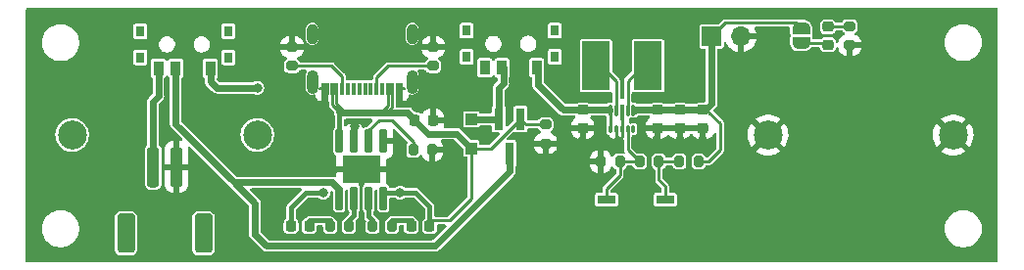
<source format=gbr>
%TF.GenerationSoftware,KiCad,Pcbnew,(6.0.11-0)*%
%TF.CreationDate,2024-11-14T16:08:27+08:00*%
%TF.ProjectId,Li-Po_charger,4c692d50-6f5f-4636-9861-726765722e6b,V1.0*%
%TF.SameCoordinates,Original*%
%TF.FileFunction,Copper,L1,Top*%
%TF.FilePolarity,Positive*%
%FSLAX46Y46*%
G04 Gerber Fmt 4.6, Leading zero omitted, Abs format (unit mm)*
G04 Created by KiCad (PCBNEW (6.0.11-0)) date 2024-11-14 16:08:27*
%MOMM*%
%LPD*%
G01*
G04 APERTURE LIST*
G04 Aperture macros list*
%AMRoundRect*
0 Rectangle with rounded corners*
0 $1 Rounding radius*
0 $2 $3 $4 $5 $6 $7 $8 $9 X,Y pos of 4 corners*
0 Add a 4 corners polygon primitive as box body*
4,1,4,$2,$3,$4,$5,$6,$7,$8,$9,$2,$3,0*
0 Add four circle primitives for the rounded corners*
1,1,$1+$1,$2,$3*
1,1,$1+$1,$4,$5*
1,1,$1+$1,$6,$7*
1,1,$1+$1,$8,$9*
0 Add four rect primitives between the rounded corners*
20,1,$1+$1,$2,$3,$4,$5,0*
20,1,$1+$1,$4,$5,$6,$7,0*
20,1,$1+$1,$6,$7,$8,$9,0*
20,1,$1+$1,$8,$9,$2,$3,0*%
%AMFreePoly0*
4,1,22,0.500000,-0.750000,0.000000,-0.750000,0.000000,-0.745033,-0.079941,-0.743568,-0.215256,-0.701293,-0.333266,-0.622738,-0.424486,-0.514219,-0.481581,-0.384460,-0.499164,-0.250000,-0.500000,-0.250000,-0.500000,0.250000,-0.499164,0.250000,-0.499963,0.256109,-0.478152,0.396186,-0.417904,0.524511,-0.324060,0.630769,-0.204165,0.706417,-0.067858,0.745374,0.000000,0.744959,0.000000,0.750000,
0.500000,0.750000,0.500000,-0.750000,0.500000,-0.750000,$1*%
%AMFreePoly1*
4,1,20,0.000000,0.744959,0.073905,0.744508,0.209726,0.703889,0.328688,0.626782,0.421226,0.519385,0.479903,0.390333,0.500000,0.250000,0.500000,-0.250000,0.499851,-0.262216,0.476331,-0.402017,0.414519,-0.529596,0.319384,-0.634700,0.198574,-0.708877,0.061801,-0.746166,0.000000,-0.745033,0.000000,-0.750000,-0.500000,-0.750000,-0.500000,0.750000,0.000000,0.750000,0.000000,0.744959,
0.000000,0.744959,$1*%
G04 Aperture macros list end*
%TA.AperFunction,SMDPad,CuDef*%
%ADD10RoundRect,0.200000X-0.200000X-0.275000X0.200000X-0.275000X0.200000X0.275000X-0.200000X0.275000X0*%
%TD*%
%TA.AperFunction,SMDPad,CuDef*%
%ADD11RoundRect,0.218750X-0.256250X0.218750X-0.256250X-0.218750X0.256250X-0.218750X0.256250X0.218750X0*%
%TD*%
%TA.AperFunction,ComponentPad*%
%ADD12R,1.700000X1.700000*%
%TD*%
%TA.AperFunction,ComponentPad*%
%ADD13O,1.700000X1.700000*%
%TD*%
%TA.AperFunction,SMDPad,CuDef*%
%ADD14RoundRect,0.200000X0.200000X0.275000X-0.200000X0.275000X-0.200000X-0.275000X0.200000X-0.275000X0*%
%TD*%
%TA.AperFunction,SMDPad,CuDef*%
%ADD15RoundRect,0.225000X-0.250000X0.225000X-0.250000X-0.225000X0.250000X-0.225000X0.250000X0.225000X0*%
%TD*%
%TA.AperFunction,SMDPad,CuDef*%
%ADD16RoundRect,0.012500X0.112500X-0.287500X0.112500X0.287500X-0.112500X0.287500X-0.112500X-0.287500X0*%
%TD*%
%TA.AperFunction,SMDPad,CuDef*%
%ADD17RoundRect,0.012500X0.112500X-0.437500X0.112500X0.437500X-0.112500X0.437500X-0.112500X-0.437500X0*%
%TD*%
%TA.AperFunction,SMDPad,CuDef*%
%ADD18RoundRect,0.012500X0.112500X-0.637500X0.112500X0.637500X-0.112500X0.637500X-0.112500X-0.637500X0*%
%TD*%
%TA.AperFunction,SMDPad,CuDef*%
%ADD19RoundRect,0.042000X-0.258000X0.943000X-0.258000X-0.943000X0.258000X-0.943000X0.258000X0.943000X0*%
%TD*%
%TA.AperFunction,SMDPad,CuDef*%
%ADD20R,3.302000X2.413000*%
%TD*%
%TA.AperFunction,SMDPad,CuDef*%
%ADD21RoundRect,0.200000X-0.275000X0.200000X-0.275000X-0.200000X0.275000X-0.200000X0.275000X0.200000X0*%
%TD*%
%TA.AperFunction,SMDPad,CuDef*%
%ADD22RoundRect,0.218750X0.218750X0.256250X-0.218750X0.256250X-0.218750X-0.256250X0.218750X-0.256250X0*%
%TD*%
%TA.AperFunction,SMDPad,CuDef*%
%ADD23RoundRect,0.200000X0.275000X-0.200000X0.275000X0.200000X-0.275000X0.200000X-0.275000X-0.200000X0*%
%TD*%
%TA.AperFunction,SMDPad,CuDef*%
%ADD24RoundRect,0.218750X-0.218750X-0.256250X0.218750X-0.256250X0.218750X0.256250X-0.218750X0.256250X0*%
%TD*%
%TA.AperFunction,SMDPad,CuDef*%
%ADD25R,1.600000X0.760000*%
%TD*%
%TA.AperFunction,SMDPad,CuDef*%
%ADD26R,0.800000X0.930000*%
%TD*%
%TA.AperFunction,SMDPad,CuDef*%
%ADD27R,0.900000X1.250000*%
%TD*%
%TA.AperFunction,SMDPad,CuDef*%
%ADD28R,1.000000X1.000000*%
%TD*%
%TA.AperFunction,SMDPad,CuDef*%
%ADD29FreePoly0,90.000000*%
%TD*%
%TA.AperFunction,SMDPad,CuDef*%
%ADD30FreePoly1,90.000000*%
%TD*%
%TA.AperFunction,SMDPad,CuDef*%
%ADD31RoundRect,0.250000X-0.250000X-1.500000X0.250000X-1.500000X0.250000X1.500000X-0.250000X1.500000X0*%
%TD*%
%TA.AperFunction,SMDPad,CuDef*%
%ADD32RoundRect,0.250001X-0.499999X-1.449999X0.499999X-1.449999X0.499999X1.449999X-0.499999X1.449999X0*%
%TD*%
%TA.AperFunction,SMDPad,CuDef*%
%ADD33R,0.800000X1.900000*%
%TD*%
%TA.AperFunction,SMDPad,CuDef*%
%ADD34R,2.400000X4.200000*%
%TD*%
%TA.AperFunction,SMDPad,CuDef*%
%ADD35R,0.300000X1.140000*%
%TD*%
%TA.AperFunction,ComponentPad*%
%ADD36O,1.000000X2.100000*%
%TD*%
%TA.AperFunction,ComponentPad*%
%ADD37O,1.000000X1.800000*%
%TD*%
%TA.AperFunction,SMDPad,CuDef*%
%ADD38RoundRect,0.225000X-0.225000X-0.250000X0.225000X-0.250000X0.225000X0.250000X-0.225000X0.250000X0*%
%TD*%
%TA.AperFunction,ComponentPad*%
%ADD39C,2.500000*%
%TD*%
%TA.AperFunction,ViaPad*%
%ADD40C,0.800000*%
%TD*%
%TA.AperFunction,Conductor*%
%ADD41C,0.250000*%
%TD*%
%TA.AperFunction,Conductor*%
%ADD42C,0.400000*%
%TD*%
%TA.AperFunction,Conductor*%
%ADD43C,0.600000*%
%TD*%
G04 APERTURE END LIST*
D10*
%TO.P,R3,1*%
%TO.N,Net-(R3-Pad1)*%
X128050000Y-75300000D03*
%TO.P,R3,2*%
%TO.N,Net-(R3-Pad2)*%
X129700000Y-75300000D03*
%TD*%
D11*
%TO.P,D4,1,K*%
%TO.N,Net-(D4-Pad1)*%
X144300000Y-63612500D03*
%TO.P,D4,2,A*%
%TO.N,Net-(D4-Pad2)*%
X144300000Y-65187500D03*
%TD*%
D12*
%TO.P,J3,1,Pin_1*%
%TO.N,Net-(C2-Pad1)*%
X134250000Y-64475000D03*
D13*
%TO.P,J3,2,Pin_2*%
%TO.N,GND*%
X136790000Y-64475000D03*
%TD*%
D14*
%TO.P,R6,1*%
%TO.N,Net-(R3-Pad1)*%
X126325000Y-75300000D03*
%TO.P,R6,2*%
%TO.N,GND*%
X124675000Y-75300000D03*
%TD*%
D15*
%TO.P,C4,1*%
%TO.N,Net-(C2-Pad1)*%
X133500000Y-70825000D03*
%TO.P,C4,2*%
%TO.N,GND*%
X133500000Y-72375000D03*
%TD*%
D16*
%TO.P,U2,1,EN*%
%TO.N,Net-(C5-Pad1)*%
X125500000Y-72500000D03*
%TO.P,U2,2,MODE*%
%TO.N,GND*%
X126000000Y-72500000D03*
%TO.P,U2,3,AGND*%
X126500000Y-72500000D03*
%TO.P,U2,4,FB*%
%TO.N,Net-(R3-Pad1)*%
X127000000Y-72500000D03*
%TO.P,U2,5,PG*%
%TO.N,unconnected-(U2-Pad5)*%
X127500000Y-72500000D03*
D17*
%TO.P,U2,6,VOUT*%
%TO.N,Net-(C2-Pad1)*%
X127500000Y-70850000D03*
%TO.P,U2,7,L2*%
%TO.N,Net-(L1-Pad2)*%
X127000000Y-70850000D03*
D18*
%TO.P,U2,8,GND*%
%TO.N,GND*%
X126500000Y-71050000D03*
D17*
%TO.P,U2,9,L1*%
%TO.N,Net-(L1-Pad1)*%
X126000000Y-70850000D03*
%TO.P,U2,10,VIN*%
%TO.N,Net-(C5-Pad1)*%
X125500000Y-70850000D03*
%TD*%
D19*
%TO.P,U1,1,TEMP*%
%TO.N,GND*%
X105905000Y-73525000D03*
%TO.P,U1,2,PROG*%
%TO.N,Net-(R5-Pad2)*%
X104635000Y-73525000D03*
%TO.P,U1,3,GND*%
%TO.N,GND*%
X103365000Y-73525000D03*
%TO.P,U1,4,VCC*%
%TO.N,VBUS*%
X102095000Y-73525000D03*
%TO.P,U1,5,BAT*%
%TO.N,Net-(Q1-Pad3)*%
X102095000Y-78475000D03*
%TO.P,U1,6,~{STDBY}*%
%TO.N,Net-(R2-Pad2)*%
X103365000Y-78475000D03*
%TO.P,U1,7,~{CHRG}*%
%TO.N,Net-(R1-Pad2)*%
X104635000Y-78475000D03*
%TO.P,U1,8,CE*%
%TO.N,VBUS*%
X105905000Y-78475000D03*
D20*
%TO.P,U1,9,EP*%
%TO.N,GND*%
X104000000Y-76000000D03*
%TD*%
D15*
%TO.P,C5,1*%
%TO.N,Net-(C5-Pad1)*%
X123130000Y-70825000D03*
%TO.P,C5,2*%
%TO.N,GND*%
X123130000Y-72375000D03*
%TD*%
D21*
%TO.P,R10,1*%
%TO.N,Net-(D4-Pad1)*%
X146200000Y-63575000D03*
%TO.P,R10,2*%
%TO.N,GND*%
X146200000Y-65225000D03*
%TD*%
D22*
%TO.P,D2,1,K*%
%TO.N,Net-(D2-Pad1)*%
X99487500Y-80900000D03*
%TO.P,D2,2,A*%
%TO.N,VBUS*%
X97912500Y-80900000D03*
%TD*%
D15*
%TO.P,C2,1*%
%TO.N,Net-(C2-Pad1)*%
X129550000Y-70825000D03*
%TO.P,C2,2*%
%TO.N,GND*%
X129550000Y-72375000D03*
%TD*%
D23*
%TO.P,R8,1*%
%TO.N,Net-(J1-PadB5)*%
X98000000Y-67025000D03*
%TO.P,R8,2*%
%TO.N,GND*%
X98000000Y-65375000D03*
%TD*%
D24*
%TO.P,D1,1,K*%
%TO.N,Net-(D1-Pad1)*%
X108312500Y-80900000D03*
%TO.P,D1,2,A*%
%TO.N,VBUS*%
X109887500Y-80900000D03*
%TD*%
D25*
%TO.P,SW3,1*%
%TO.N,Net-(R3-Pad1)*%
X125160000Y-78600000D03*
%TO.P,SW3,2*%
%TO.N,Net-(R3-Pad2)*%
X130240000Y-78600000D03*
%TD*%
D26*
%TO.P,SW1,*%
%TO.N,*%
X120700000Y-63965000D03*
X120700000Y-66235000D03*
X113100000Y-66235000D03*
X113100000Y-63965000D03*
D27*
%TO.P,SW1,1,A*%
%TO.N,Net-(C5-Pad1)*%
X119150000Y-67175000D03*
%TO.P,SW1,2,B*%
%TO.N,Net-(D3-Pad1)*%
X116150000Y-67175000D03*
%TO.P,SW1,3,C*%
%TO.N,unconnected-(SW1-Pad3)*%
X114650000Y-67175000D03*
%TD*%
D14*
%TO.P,R5,1*%
%TO.N,GND*%
X110125000Y-74300000D03*
%TO.P,R5,2*%
%TO.N,Net-(R5-Pad2)*%
X108475000Y-74300000D03*
%TD*%
D21*
%TO.P,R7,1*%
%TO.N,VBUS*%
X119900000Y-72075000D03*
%TO.P,R7,2*%
%TO.N,GND*%
X119900000Y-73725000D03*
%TD*%
D14*
%TO.P,R1,1*%
%TO.N,Net-(D1-Pad1)*%
X106625000Y-80900000D03*
%TO.P,R1,2*%
%TO.N,Net-(R1-Pad2)*%
X104975000Y-80900000D03*
%TD*%
D26*
%TO.P,SW2,*%
%TO.N,*%
X92500000Y-66280000D03*
X84900000Y-64010000D03*
X92500000Y-64010000D03*
X84900000Y-66280000D03*
D27*
%TO.P,SW2,1,A*%
%TO.N,Net-(J2-Pad1)*%
X90950000Y-67220000D03*
%TO.P,SW2,2,B*%
%TO.N,Net-(Q1-Pad3)*%
X87950000Y-67220000D03*
%TO.P,SW2,3,C*%
%TO.N,Net-(J4-Pad1)*%
X86450000Y-67220000D03*
%TD*%
D15*
%TO.P,C3,1*%
%TO.N,Net-(C2-Pad1)*%
X131500000Y-70825000D03*
%TO.P,C3,2*%
%TO.N,GND*%
X131500000Y-72375000D03*
%TD*%
D28*
%TO.P,D3,1,K*%
%TO.N,Net-(D3-Pad1)*%
X113500000Y-71650000D03*
%TO.P,D3,2,A*%
%TO.N,VBUS*%
X113500000Y-74150000D03*
%TD*%
D29*
%TO.P,JP1,1,A*%
%TO.N,Net-(D4-Pad2)*%
X142000000Y-65050000D03*
D30*
%TO.P,JP1,2,B*%
%TO.N,Net-(C2-Pad1)*%
X142000000Y-63750000D03*
%TD*%
D31*
%TO.P,J4,1,Pin_1*%
%TO.N,Net-(J4-Pad1)*%
X86000000Y-75750000D03*
%TO.P,J4,2,Pin_2*%
%TO.N,GND*%
X88000000Y-75750000D03*
D32*
%TO.P,J4,MP*%
%TO.N,unconnected-(J4-PadMP)*%
X83650000Y-81500000D03*
X90350000Y-81500000D03*
%TD*%
D33*
%TO.P,Q1,1,G*%
%TO.N,VBUS*%
X117750000Y-71600000D03*
%TO.P,Q1,2,S*%
%TO.N,Net-(D3-Pad1)*%
X115850000Y-71600000D03*
%TO.P,Q1,3,D*%
%TO.N,Net-(Q1-Pad3)*%
X116800000Y-74600000D03*
%TD*%
D34*
%TO.P,L1,1,1*%
%TO.N,Net-(L1-Pad1)*%
X124250000Y-67000000D03*
%TO.P,L1,2,2*%
%TO.N,Net-(L1-Pad2)*%
X128750000Y-67000000D03*
%TD*%
D23*
%TO.P,R9,1*%
%TO.N,Net-(J1-PadA5)*%
X110200000Y-67025000D03*
%TO.P,R9,2*%
%TO.N,GND*%
X110200000Y-65375000D03*
%TD*%
D35*
%TO.P,J1,A1,GND_A*%
%TO.N,GND*%
X107412500Y-68990000D03*
%TO.P,J1,A4,VBUS_A*%
%TO.N,VBUS*%
X106612500Y-68990000D03*
%TO.P,J1,A5,CC1*%
%TO.N,Net-(J1-PadA5)*%
X105312500Y-68990000D03*
%TO.P,J1,A6,DP1*%
%TO.N,unconnected-(J1-PadA6)*%
X104312500Y-68990000D03*
%TO.P,J1,A7,DN1*%
%TO.N,unconnected-(J1-PadA7)*%
X103812500Y-68990000D03*
%TO.P,J1,A8,SBU1*%
%TO.N,unconnected-(J1-PadA8)*%
X102812500Y-68990000D03*
%TO.P,J1,A9,VBUS_A*%
%TO.N,VBUS*%
X101512500Y-68990000D03*
%TO.P,J1,A12,GND_A*%
%TO.N,GND*%
X100712500Y-68990000D03*
%TO.P,J1,B1,GND_B*%
X101012500Y-68990000D03*
%TO.P,J1,B4,VBUS_B*%
%TO.N,VBUS*%
X101812500Y-68990000D03*
%TO.P,J1,B5,CC2*%
%TO.N,Net-(J1-PadB5)*%
X102312500Y-68990000D03*
%TO.P,J1,B6,DP2*%
%TO.N,unconnected-(J1-PadB6)*%
X103312500Y-68990000D03*
%TO.P,J1,B7,DN2*%
%TO.N,unconnected-(J1-PadB7)*%
X104812500Y-68990000D03*
%TO.P,J1,B8,SBU2*%
%TO.N,unconnected-(J1-PadB8)*%
X105812500Y-68990000D03*
%TO.P,J1,B9,VBUS_B*%
%TO.N,VBUS*%
X106312500Y-68990000D03*
%TO.P,J1,B12,GND_B*%
%TO.N,GND*%
X107112500Y-68990000D03*
D36*
%TO.P,J1,S1,SHIELD*%
%TO.N,unconnected-(J1-PadS1)*%
X108382500Y-68390000D03*
%TO.P,J1,S2,SHIELD*%
%TO.N,unconnected-(J1-PadS2)*%
X99742500Y-68390000D03*
D37*
%TO.P,J1,S3,SHIELD*%
%TO.N,unconnected-(J1-PadS3)*%
X108382500Y-64240000D03*
%TO.P,J1,S4,SHIELD*%
%TO.N,unconnected-(J1-PadS4)*%
X99742500Y-64240000D03*
%TD*%
D10*
%TO.P,R2,1*%
%TO.N,Net-(D2-Pad1)*%
X101275000Y-80900000D03*
%TO.P,R2,2*%
%TO.N,Net-(R2-Pad2)*%
X102925000Y-80900000D03*
%TD*%
%TO.P,R4,1*%
%TO.N,Net-(R3-Pad2)*%
X131475000Y-75300000D03*
%TO.P,R4,2*%
%TO.N,Net-(C2-Pad1)*%
X133125000Y-75300000D03*
%TD*%
D38*
%TO.P,C1,1*%
%TO.N,VBUS*%
X108625000Y-71700000D03*
%TO.P,C1,2*%
%TO.N,GND*%
X110175000Y-71700000D03*
%TD*%
D39*
%TO.P,J2,1,Pin_1*%
%TO.N,Net-(J2-Pad1)*%
X95000000Y-73000000D03*
X79000000Y-73000000D03*
%TD*%
%TO.P,J5,1,Pin_1*%
%TO.N,GND*%
X155125000Y-73000000D03*
X139125000Y-73000000D03*
%TD*%
D40*
%TO.N,GND*%
X107300000Y-76000000D03*
X112000000Y-83000000D03*
X132000000Y-78000000D03*
X82000000Y-83000000D03*
X126200000Y-73500000D03*
X112000000Y-78000000D03*
X142000000Y-83000000D03*
X112000000Y-68000000D03*
X132000000Y-68000000D03*
X133500000Y-73400000D03*
X131500000Y-73400000D03*
X76000000Y-78000000D03*
X100700000Y-76000000D03*
X112000000Y-63000000D03*
X132000000Y-63000000D03*
X158000000Y-78000000D03*
X102000000Y-63000000D03*
X82000000Y-78000000D03*
X158000000Y-68000000D03*
X92000000Y-83000000D03*
X129500000Y-73400000D03*
X92000000Y-78000000D03*
X132000000Y-83000000D03*
X152000000Y-78000000D03*
X152000000Y-68000000D03*
X123100000Y-73500000D03*
X142000000Y-78000000D03*
X122000000Y-63000000D03*
X152000000Y-83000000D03*
X152000000Y-63000000D03*
X103400000Y-72200000D03*
X82000000Y-68000000D03*
X142000000Y-68000000D03*
X122000000Y-78000000D03*
X82000000Y-63000000D03*
X76000000Y-68000000D03*
X122000000Y-83000000D03*
%TO.N,VBUS*%
X100700000Y-78000000D03*
X107325000Y-77975000D03*
%TO.N,Net-(J2-Pad1)*%
X95000000Y-68900000D03*
%TD*%
D41*
%TO.N,Net-(J1-PadA5)*%
X106307500Y-67025000D02*
X105312500Y-68020000D01*
X110200000Y-67025000D02*
X106307500Y-67025000D01*
X105312500Y-68020000D02*
X105312500Y-68890000D01*
%TO.N,GND*%
X126000000Y-73300000D02*
X126200000Y-73500000D01*
X126500000Y-71050000D02*
X126500000Y-72500000D01*
X126000000Y-72500000D02*
X126000000Y-73300000D01*
X126500000Y-72500000D02*
X126500000Y-73200000D01*
X103400000Y-73490000D02*
X103365000Y-73525000D01*
X103400000Y-72200000D02*
X103400000Y-73490000D01*
X126500000Y-73200000D02*
X126200000Y-73500000D01*
D42*
%TO.N,VBUS*%
X97912500Y-79287500D02*
X97912500Y-80400000D01*
D41*
X105800000Y-71000000D02*
X106200000Y-71000000D01*
D42*
X109887500Y-79187500D02*
X109887500Y-80400000D01*
D41*
X106612500Y-70587500D02*
X106200000Y-71000000D01*
D42*
X107325000Y-77975000D02*
X108675000Y-77975000D01*
D43*
X102190000Y-71090000D02*
X102100000Y-71000000D01*
D41*
X113500000Y-78500000D02*
X111600000Y-80400000D01*
X119900000Y-72075000D02*
X118225000Y-72075000D01*
X117750000Y-71600000D02*
X115200000Y-74150000D01*
D43*
X112225000Y-72875000D02*
X113500000Y-74150000D01*
D42*
X108675000Y-77975000D02*
X109887500Y-79187500D01*
D41*
X106312500Y-68890000D02*
X106312500Y-70487500D01*
X111600000Y-80400000D02*
X109887500Y-80400000D01*
X101512500Y-70412500D02*
X102100000Y-71000000D01*
X101812500Y-70312500D02*
X102500000Y-71000000D01*
X106312500Y-70487500D02*
X105800000Y-71000000D01*
D43*
X108625000Y-71700000D02*
X109800000Y-72875000D01*
D41*
X115200000Y-74150000D02*
X113500000Y-74150000D01*
X106612500Y-68890000D02*
X106612500Y-70587500D01*
D42*
X100700000Y-78000000D02*
X99200000Y-78000000D01*
X99200000Y-78000000D02*
X97912500Y-79287500D01*
D43*
X109800000Y-72875000D02*
X112225000Y-72875000D01*
X108625000Y-71700000D02*
X108015000Y-71090000D01*
D41*
X118225000Y-72075000D02*
X117750000Y-71600000D01*
X101812500Y-68890000D02*
X101812500Y-70312500D01*
X113500000Y-74150000D02*
X113500000Y-78500000D01*
D42*
X102100000Y-71000000D02*
X102095000Y-73525000D01*
X105905000Y-77975000D02*
X107325000Y-77975000D01*
D41*
X101512500Y-68890000D02*
X101512500Y-70412500D01*
D43*
X108015000Y-71090000D02*
X102190000Y-71090000D01*
D42*
%TO.N,Net-(D1-Pad1)*%
X106625000Y-80400000D02*
X108312500Y-80400000D01*
D43*
%TO.N,Net-(D3-Pad1)*%
X116250000Y-68550000D02*
X116250000Y-67175000D01*
X113500000Y-71650000D02*
X115800000Y-71650000D01*
X115850000Y-68950000D02*
X115850000Y-71600000D01*
X116250000Y-68550000D02*
X115850000Y-68950000D01*
X115800000Y-71650000D02*
X115850000Y-71600000D01*
D41*
%TO.N,Net-(D4-Pad1)*%
X144300000Y-63612500D02*
X146162500Y-63612500D01*
X146162500Y-63612500D02*
X146200000Y-63575000D01*
%TO.N,Net-(J1-PadB5)*%
X102312500Y-67940049D02*
X102312500Y-68890000D01*
X101397451Y-67025000D02*
X102312500Y-67940049D01*
X98000000Y-67025000D02*
X101397451Y-67025000D01*
D43*
%TO.N,Net-(C2-Pad1)*%
X127625000Y-70825000D02*
X127625000Y-70850000D01*
D41*
X135000000Y-72000000D02*
X134025000Y-71025000D01*
D43*
X129550000Y-70825000D02*
X131500000Y-70825000D01*
X133500000Y-70825000D02*
X133700000Y-70825000D01*
X133700000Y-70825000D02*
X134250000Y-70275000D01*
X129550000Y-70825000D02*
X127625000Y-70825000D01*
D41*
X141550000Y-63300000D02*
X135425000Y-63300000D01*
X135425000Y-63300000D02*
X134250000Y-64475000D01*
D43*
X131500000Y-70825000D02*
X133500000Y-70825000D01*
D41*
X133125000Y-75300000D02*
X134000000Y-75300000D01*
X135000000Y-74300000D02*
X135000000Y-72000000D01*
X142000000Y-63750000D02*
X141550000Y-63300000D01*
X134000000Y-75300000D02*
X135000000Y-74300000D01*
D43*
X134250000Y-64475000D02*
X134250000Y-70275000D01*
D42*
%TO.N,Net-(D2-Pad1)*%
X101275000Y-80400000D02*
X99487500Y-80400000D01*
%TO.N,Net-(C5-Pad1)*%
X125475000Y-70825000D02*
X125475000Y-70850000D01*
D43*
X119250000Y-68650000D02*
X121425000Y-70825000D01*
X119250000Y-68650000D02*
X119250000Y-67175000D01*
X121425000Y-70825000D02*
X123130000Y-70825000D01*
X123130000Y-70825000D02*
X125375000Y-70825000D01*
D41*
X125500000Y-70850000D02*
X125500000Y-72500000D01*
%TO.N,Net-(L1-Pad1)*%
X126000000Y-70850000D02*
X126000000Y-68300000D01*
X126000000Y-68300000D02*
X124700000Y-67000000D01*
%TO.N,Net-(L1-Pad2)*%
X127000000Y-68300000D02*
X128300000Y-67000000D01*
X127000000Y-70850000D02*
X127000000Y-68300000D01*
D42*
%TO.N,Net-(R1-Pad2)*%
X104635000Y-80060000D02*
X104975000Y-80400000D01*
X104635000Y-77975000D02*
X104635000Y-80060000D01*
D41*
%TO.N,Net-(D4-Pad2)*%
X144162500Y-65050000D02*
X144300000Y-65187500D01*
X142000000Y-65050000D02*
X144162500Y-65050000D01*
D43*
%TO.N,Net-(J4-Pad1)*%
X86450000Y-67220000D02*
X86450000Y-69650000D01*
X86450000Y-69650000D02*
X86000000Y-70100000D01*
X86000000Y-70100000D02*
X86000000Y-75750000D01*
D42*
%TO.N,Net-(R2-Pad2)*%
X103365000Y-77975000D02*
X103365000Y-79960000D01*
X103365000Y-79960000D02*
X102925000Y-80400000D01*
D41*
%TO.N,Net-(R3-Pad1)*%
X126325000Y-76475000D02*
X125160000Y-77640000D01*
X127000000Y-72500000D02*
X127000000Y-74250000D01*
X128050000Y-75300000D02*
X126325000Y-75300000D01*
X126325000Y-75300000D02*
X126325000Y-76475000D01*
X127000000Y-74250000D02*
X128050000Y-75300000D01*
X125160000Y-77640000D02*
X125160000Y-78600000D01*
D43*
%TO.N,Net-(J2-Pad1)*%
X90950000Y-68350000D02*
X91500000Y-68900000D01*
X90950000Y-67220000D02*
X90950000Y-68350000D01*
X91500000Y-68900000D02*
X95000000Y-68900000D01*
%TO.N,Net-(Q1-Pad3)*%
X87950000Y-72050000D02*
X93000000Y-77100000D01*
X93000000Y-77100000D02*
X101449000Y-77100000D01*
X116800000Y-76150000D02*
X116800000Y-74600000D01*
X101449000Y-77100000D02*
X102095000Y-77746000D01*
X102095000Y-77746000D02*
X102095000Y-78475000D01*
X95800000Y-82600000D02*
X110350000Y-82600000D01*
X110350000Y-82600000D02*
X116800000Y-76150000D01*
X93000000Y-77100000D02*
X94800000Y-78900000D01*
X94800000Y-81600000D02*
X95800000Y-82600000D01*
X94800000Y-78900000D02*
X94800000Y-81600000D01*
X87950000Y-67220000D02*
X87950000Y-72050000D01*
D41*
%TO.N,Net-(R3-Pad2)*%
X129700000Y-75300000D02*
X129700000Y-76900000D01*
X129700000Y-75300000D02*
X131475000Y-75300000D01*
X130240000Y-77440000D02*
X130240000Y-78600000D01*
X129700000Y-76900000D02*
X130240000Y-77440000D01*
%TO.N,Net-(R5-Pad2)*%
X108475000Y-73575000D02*
X106615000Y-71715000D01*
X108475000Y-73575000D02*
X108475000Y-74300000D01*
X105494984Y-71715000D02*
X104635000Y-72574984D01*
X106615000Y-71715000D02*
X105494984Y-71715000D01*
X104635000Y-72574984D02*
X104635000Y-73525000D01*
%TD*%
%TA.AperFunction,Conductor*%
%TO.N,GND*%
G36*
X158941121Y-62021002D02*
G01*
X158987614Y-62074658D01*
X158999000Y-62127000D01*
X158999000Y-83873000D01*
X158978998Y-83941121D01*
X158925342Y-83987614D01*
X158873000Y-83999000D01*
X75127000Y-83999000D01*
X75058879Y-83978998D01*
X75012386Y-83925342D01*
X75001000Y-83873000D01*
X75001000Y-81100000D01*
X76394551Y-81100000D01*
X76414317Y-81351148D01*
X76415471Y-81355955D01*
X76415472Y-81355961D01*
X76433149Y-81429591D01*
X76473127Y-81596111D01*
X76475020Y-81600682D01*
X76475021Y-81600684D01*
X76554945Y-81793637D01*
X76569534Y-81828859D01*
X76701164Y-82043659D01*
X76704376Y-82047419D01*
X76704379Y-82047424D01*
X76849256Y-82217052D01*
X76864776Y-82235224D01*
X76868538Y-82238437D01*
X77052576Y-82395621D01*
X77052581Y-82395624D01*
X77056341Y-82398836D01*
X77271141Y-82530466D01*
X77275711Y-82532359D01*
X77275715Y-82532361D01*
X77499316Y-82624979D01*
X77503889Y-82626873D01*
X77588289Y-82647135D01*
X77744039Y-82684528D01*
X77744045Y-82684529D01*
X77748852Y-82685683D01*
X77837149Y-82692632D01*
X77934661Y-82700307D01*
X77934670Y-82700307D01*
X77937118Y-82700500D01*
X78062882Y-82700500D01*
X78065330Y-82700307D01*
X78065339Y-82700307D01*
X78162851Y-82692632D01*
X78251148Y-82685683D01*
X78255955Y-82684529D01*
X78255961Y-82684528D01*
X78411711Y-82647135D01*
X78496111Y-82626873D01*
X78500684Y-82624979D01*
X78724285Y-82532361D01*
X78724289Y-82532359D01*
X78728859Y-82530466D01*
X78943659Y-82398836D01*
X78947419Y-82395624D01*
X78947424Y-82395621D01*
X79131462Y-82238437D01*
X79135224Y-82235224D01*
X79150744Y-82217052D01*
X79295621Y-82047424D01*
X79295624Y-82047419D01*
X79298836Y-82043659D01*
X79430466Y-81828859D01*
X79445056Y-81793637D01*
X79524979Y-81600684D01*
X79524980Y-81600682D01*
X79526873Y-81596111D01*
X79566851Y-81429591D01*
X79584528Y-81355961D01*
X79584529Y-81355955D01*
X79585683Y-81351148D01*
X79605449Y-81100000D01*
X79585683Y-80848852D01*
X79576809Y-80811886D01*
X79528028Y-80608701D01*
X79526873Y-80603889D01*
X79524615Y-80598437D01*
X79432361Y-80375715D01*
X79432359Y-80375711D01*
X79430466Y-80371141D01*
X79298836Y-80156341D01*
X79295624Y-80152581D01*
X79295621Y-80152576D01*
X79162035Y-79996167D01*
X82699500Y-79996167D01*
X82699501Y-83003832D01*
X82702481Y-83035368D01*
X82705024Y-83042609D01*
X82705024Y-83042610D01*
X82726750Y-83104476D01*
X82747366Y-83163183D01*
X82827850Y-83272150D01*
X82936817Y-83352634D01*
X82945704Y-83355755D01*
X82945706Y-83355756D01*
X83044000Y-83390274D01*
X83064632Y-83397519D01*
X83072278Y-83398242D01*
X83072279Y-83398242D01*
X83078249Y-83398806D01*
X83096167Y-83400500D01*
X83649719Y-83400500D01*
X84203832Y-83400499D01*
X84206782Y-83400220D01*
X84206787Y-83400220D01*
X84217406Y-83399216D01*
X84235368Y-83397519D01*
X84242609Y-83394976D01*
X84242610Y-83394976D01*
X84354294Y-83355756D01*
X84354296Y-83355755D01*
X84363183Y-83352634D01*
X84472150Y-83272150D01*
X84552634Y-83163183D01*
X84574121Y-83101998D01*
X84594974Y-83042615D01*
X84597519Y-83035368D01*
X84600500Y-83003833D01*
X84600499Y-79996168D01*
X84600499Y-79996167D01*
X89399500Y-79996167D01*
X89399501Y-83003832D01*
X89402481Y-83035368D01*
X89405024Y-83042609D01*
X89405024Y-83042610D01*
X89426750Y-83104476D01*
X89447366Y-83163183D01*
X89527850Y-83272150D01*
X89636817Y-83352634D01*
X89645704Y-83355755D01*
X89645706Y-83355756D01*
X89744000Y-83390274D01*
X89764632Y-83397519D01*
X89772278Y-83398242D01*
X89772279Y-83398242D01*
X89778249Y-83398806D01*
X89796167Y-83400500D01*
X90349719Y-83400500D01*
X90903832Y-83400499D01*
X90906782Y-83400220D01*
X90906787Y-83400220D01*
X90917406Y-83399216D01*
X90935368Y-83397519D01*
X90942609Y-83394976D01*
X90942610Y-83394976D01*
X91054294Y-83355756D01*
X91054296Y-83355755D01*
X91063183Y-83352634D01*
X91172150Y-83272150D01*
X91252634Y-83163183D01*
X91274121Y-83101998D01*
X91294974Y-83042615D01*
X91297519Y-83035368D01*
X91300500Y-83003833D01*
X91300499Y-79996168D01*
X91297519Y-79964632D01*
X91272753Y-79894107D01*
X91255756Y-79845706D01*
X91255755Y-79845704D01*
X91252634Y-79836817D01*
X91172150Y-79727850D01*
X91063183Y-79647366D01*
X91054296Y-79644245D01*
X91054294Y-79644244D01*
X90942615Y-79605026D01*
X90935368Y-79602481D01*
X90927722Y-79601758D01*
X90927721Y-79601758D01*
X90921751Y-79601194D01*
X90903833Y-79599500D01*
X90350281Y-79599500D01*
X89796168Y-79599501D01*
X89793218Y-79599780D01*
X89793213Y-79599780D01*
X89782594Y-79600784D01*
X89764632Y-79602481D01*
X89757391Y-79605024D01*
X89757390Y-79605024D01*
X89645706Y-79644244D01*
X89645704Y-79644245D01*
X89636817Y-79647366D01*
X89527850Y-79727850D01*
X89447366Y-79836817D01*
X89444245Y-79845704D01*
X89444244Y-79845706D01*
X89427247Y-79894107D01*
X89402481Y-79964632D01*
X89399500Y-79996167D01*
X84600499Y-79996167D01*
X84597519Y-79964632D01*
X84572753Y-79894107D01*
X84555756Y-79845706D01*
X84555755Y-79845704D01*
X84552634Y-79836817D01*
X84472150Y-79727850D01*
X84363183Y-79647366D01*
X84354296Y-79644245D01*
X84354294Y-79644244D01*
X84242615Y-79605026D01*
X84235368Y-79602481D01*
X84227722Y-79601758D01*
X84227721Y-79601758D01*
X84221751Y-79601194D01*
X84203833Y-79599500D01*
X83650281Y-79599500D01*
X83096168Y-79599501D01*
X83093218Y-79599780D01*
X83093213Y-79599780D01*
X83082594Y-79600784D01*
X83064632Y-79602481D01*
X83057391Y-79605024D01*
X83057390Y-79605024D01*
X82945706Y-79644244D01*
X82945704Y-79644245D01*
X82936817Y-79647366D01*
X82827850Y-79727850D01*
X82747366Y-79836817D01*
X82744245Y-79845704D01*
X82744244Y-79845706D01*
X82727247Y-79894107D01*
X82702481Y-79964632D01*
X82699500Y-79996167D01*
X79162035Y-79996167D01*
X79138437Y-79968538D01*
X79135224Y-79964776D01*
X79116167Y-79948500D01*
X78947424Y-79804379D01*
X78947419Y-79804376D01*
X78943659Y-79801164D01*
X78758925Y-79687958D01*
X78733079Y-79672120D01*
X78728859Y-79669534D01*
X78724289Y-79667641D01*
X78724285Y-79667639D01*
X78500684Y-79575021D01*
X78500682Y-79575020D01*
X78496111Y-79573127D01*
X78411711Y-79552865D01*
X78255961Y-79515472D01*
X78255955Y-79515471D01*
X78251148Y-79514317D01*
X78162851Y-79507368D01*
X78065339Y-79499693D01*
X78065330Y-79499693D01*
X78062882Y-79499500D01*
X77937118Y-79499500D01*
X77934670Y-79499693D01*
X77934661Y-79499693D01*
X77837149Y-79507368D01*
X77748852Y-79514317D01*
X77744045Y-79515471D01*
X77744039Y-79515472D01*
X77588289Y-79552865D01*
X77503889Y-79573127D01*
X77499318Y-79575020D01*
X77499316Y-79575021D01*
X77275715Y-79667639D01*
X77275711Y-79667641D01*
X77271141Y-79669534D01*
X77266921Y-79672120D01*
X77241075Y-79687958D01*
X77056341Y-79801164D01*
X77052581Y-79804376D01*
X77052576Y-79804379D01*
X76883833Y-79948500D01*
X76864776Y-79964776D01*
X76861563Y-79968538D01*
X76704379Y-80152576D01*
X76704376Y-80152581D01*
X76701164Y-80156341D01*
X76569534Y-80371141D01*
X76567641Y-80375711D01*
X76567639Y-80375715D01*
X76475385Y-80598437D01*
X76473127Y-80603889D01*
X76471972Y-80608701D01*
X76423192Y-80811886D01*
X76414317Y-80848852D01*
X76394551Y-81100000D01*
X75001000Y-81100000D01*
X75001000Y-77303834D01*
X85299500Y-77303834D01*
X85299778Y-77306773D01*
X85299778Y-77306777D01*
X85301758Y-77327722D01*
X85302481Y-77335369D01*
X85347366Y-77463184D01*
X85352958Y-77470754D01*
X85352959Y-77470757D01*
X85414812Y-77554498D01*
X85427850Y-77572150D01*
X85435421Y-77577742D01*
X85529243Y-77647041D01*
X85529246Y-77647042D01*
X85536816Y-77652634D01*
X85664631Y-77697519D01*
X85672277Y-77698242D01*
X85672278Y-77698242D01*
X85678248Y-77698806D01*
X85696166Y-77700500D01*
X86303834Y-77700500D01*
X86321752Y-77698806D01*
X86327722Y-77698242D01*
X86327723Y-77698242D01*
X86335369Y-77697519D01*
X86463184Y-77652634D01*
X86470754Y-77647042D01*
X86470757Y-77647041D01*
X86564579Y-77577742D01*
X86572150Y-77572150D01*
X86585188Y-77554498D01*
X86647041Y-77470757D01*
X86647042Y-77470754D01*
X86652634Y-77463184D01*
X86697519Y-77335369D01*
X86698242Y-77327722D01*
X86700222Y-77306777D01*
X86700222Y-77306773D01*
X86700500Y-77303834D01*
X86700500Y-77297095D01*
X86992001Y-77297095D01*
X86992338Y-77303614D01*
X87002257Y-77399206D01*
X87005149Y-77412600D01*
X87056588Y-77566784D01*
X87062761Y-77579962D01*
X87148063Y-77717807D01*
X87157099Y-77729208D01*
X87271829Y-77843739D01*
X87283240Y-77852751D01*
X87421243Y-77937816D01*
X87434424Y-77943963D01*
X87588710Y-77995138D01*
X87602086Y-77998005D01*
X87696438Y-78007672D01*
X87702854Y-78008000D01*
X87727885Y-78008000D01*
X87743124Y-78003525D01*
X87744329Y-78002135D01*
X87746000Y-77994452D01*
X87746000Y-77989884D01*
X88254000Y-77989884D01*
X88258475Y-78005123D01*
X88259865Y-78006328D01*
X88267548Y-78007999D01*
X88297095Y-78007999D01*
X88303614Y-78007662D01*
X88399206Y-77997743D01*
X88412600Y-77994851D01*
X88566784Y-77943412D01*
X88579962Y-77937239D01*
X88717807Y-77851937D01*
X88729208Y-77842901D01*
X88843739Y-77728171D01*
X88852751Y-77716760D01*
X88937816Y-77578757D01*
X88943963Y-77565576D01*
X88995138Y-77411290D01*
X88998005Y-77397914D01*
X89007672Y-77303562D01*
X89008000Y-77297146D01*
X89008000Y-76022115D01*
X89003525Y-76006876D01*
X89002135Y-76005671D01*
X88994452Y-76004000D01*
X88272115Y-76004000D01*
X88256876Y-76008475D01*
X88255671Y-76009865D01*
X88254000Y-76017548D01*
X88254000Y-77989884D01*
X87746000Y-77989884D01*
X87746000Y-76022115D01*
X87741525Y-76006876D01*
X87740135Y-76005671D01*
X87732452Y-76004000D01*
X87010116Y-76004000D01*
X86994877Y-76008475D01*
X86993672Y-76009865D01*
X86992001Y-76017548D01*
X86992001Y-77297095D01*
X86700500Y-77297095D01*
X86700500Y-75477885D01*
X86992000Y-75477885D01*
X86996475Y-75493124D01*
X86997865Y-75494329D01*
X87005548Y-75496000D01*
X87727885Y-75496000D01*
X87743124Y-75491525D01*
X87744329Y-75490135D01*
X87746000Y-75482452D01*
X87746000Y-73510116D01*
X87741525Y-73494877D01*
X87740135Y-73493672D01*
X87732452Y-73492001D01*
X87702905Y-73492001D01*
X87696386Y-73492338D01*
X87600794Y-73502257D01*
X87587400Y-73505149D01*
X87433216Y-73556588D01*
X87420038Y-73562761D01*
X87282193Y-73648063D01*
X87270792Y-73657099D01*
X87156261Y-73771829D01*
X87147249Y-73783240D01*
X87062184Y-73921243D01*
X87056037Y-73934424D01*
X87004862Y-74088710D01*
X87001995Y-74102086D01*
X86992328Y-74196438D01*
X86992000Y-74202855D01*
X86992000Y-75477885D01*
X86700500Y-75477885D01*
X86700500Y-74196166D01*
X86697519Y-74164631D01*
X86652634Y-74036816D01*
X86647042Y-74029246D01*
X86647041Y-74029243D01*
X86577742Y-73935421D01*
X86572150Y-73927850D01*
X86551640Y-73912701D01*
X86508730Y-73856140D01*
X86500500Y-73811350D01*
X86500500Y-70359504D01*
X86520502Y-70291383D01*
X86537405Y-70270409D01*
X86754280Y-70053534D01*
X86763624Y-70046068D01*
X86763292Y-70045678D01*
X86770128Y-70039860D01*
X86777720Y-70035070D01*
X86812756Y-69995399D01*
X86818102Y-69989712D01*
X86829320Y-69978494D01*
X86832010Y-69974905D01*
X86835450Y-69970316D01*
X86841832Y-69962477D01*
X86866682Y-69934339D01*
X86872623Y-69927612D01*
X86876437Y-69919489D01*
X86878508Y-69916336D01*
X86886327Y-69903324D01*
X86888143Y-69900006D01*
X86893526Y-69892824D01*
X86909858Y-69849259D01*
X86913783Y-69839944D01*
X86916517Y-69834121D01*
X86933553Y-69797837D01*
X86934935Y-69788964D01*
X86936042Y-69785342D01*
X86939891Y-69770672D01*
X86940702Y-69766983D01*
X86943852Y-69758581D01*
X86944517Y-69749636D01*
X86944519Y-69749626D01*
X86947302Y-69712172D01*
X86948452Y-69702145D01*
X86950500Y-69688991D01*
X86950500Y-69673797D01*
X86950846Y-69664460D01*
X86953811Y-69624557D01*
X86954476Y-69615609D01*
X86952603Y-69606833D01*
X86951992Y-69597876D01*
X86951998Y-69597876D01*
X86950500Y-69583683D01*
X86950500Y-68119745D01*
X86970502Y-68051624D01*
X87006497Y-68014980D01*
X87034239Y-67996443D01*
X87044552Y-67989552D01*
X87088867Y-67923231D01*
X87088903Y-67923051D01*
X87128139Y-67874361D01*
X87195502Y-67851940D01*
X87264293Y-67869498D01*
X87310267Y-67918876D01*
X87311133Y-67923231D01*
X87355448Y-67989552D01*
X87365761Y-67996443D01*
X87393503Y-68014980D01*
X87439030Y-68069458D01*
X87449500Y-68119745D01*
X87449500Y-71979819D01*
X87448172Y-71991704D01*
X87448682Y-71991745D01*
X87447962Y-72000691D01*
X87445981Y-72009447D01*
X87446537Y-72018407D01*
X87449258Y-72062264D01*
X87449500Y-72070067D01*
X87449500Y-72085940D01*
X87450135Y-72090374D01*
X87450948Y-72096050D01*
X87451978Y-72106106D01*
X87452799Y-72119329D01*
X87454859Y-72152538D01*
X87457907Y-72160982D01*
X87458676Y-72164694D01*
X87462343Y-72179399D01*
X87463404Y-72183027D01*
X87464677Y-72191918D01*
X87483939Y-72234282D01*
X87487746Y-72243637D01*
X87500491Y-72278943D01*
X87500493Y-72278947D01*
X87503540Y-72287387D01*
X87508835Y-72294635D01*
X87510611Y-72297975D01*
X87518274Y-72311089D01*
X87520303Y-72314261D01*
X87524016Y-72322428D01*
X87529871Y-72329223D01*
X87529873Y-72329226D01*
X87554387Y-72357675D01*
X87560675Y-72365595D01*
X87568522Y-72376336D01*
X87579265Y-72387079D01*
X87585623Y-72393925D01*
X87617600Y-72431037D01*
X87625134Y-72435920D01*
X87631896Y-72441819D01*
X87631892Y-72441824D01*
X87642986Y-72450800D01*
X88477446Y-73285260D01*
X88511472Y-73347572D01*
X88506407Y-73418387D01*
X88463860Y-73475223D01*
X88397340Y-73500034D01*
X88375509Y-73499699D01*
X88303562Y-73492328D01*
X88297145Y-73492000D01*
X88272115Y-73492000D01*
X88256876Y-73496475D01*
X88255671Y-73497865D01*
X88254000Y-73505548D01*
X88254000Y-75477885D01*
X88258475Y-75493124D01*
X88259865Y-75494329D01*
X88267548Y-75496000D01*
X88989884Y-75496000D01*
X89005123Y-75491525D01*
X89006328Y-75490135D01*
X89007999Y-75482452D01*
X89007999Y-74202905D01*
X89007662Y-74196388D01*
X89000207Y-74124542D01*
X89013072Y-74054721D01*
X89061643Y-74002938D01*
X89130498Y-73985636D01*
X89197778Y-74008306D01*
X89214629Y-74022443D01*
X92596466Y-77404280D01*
X92603932Y-77413624D01*
X92604322Y-77413292D01*
X92610140Y-77420128D01*
X92614930Y-77427720D01*
X92621658Y-77433662D01*
X92621659Y-77433663D01*
X92654600Y-77462755D01*
X92660288Y-77468102D01*
X94262595Y-79070409D01*
X94296621Y-79132721D01*
X94299500Y-79159504D01*
X94299500Y-81529819D01*
X94298172Y-81541704D01*
X94298682Y-81541745D01*
X94297962Y-81550691D01*
X94295981Y-81559447D01*
X94296537Y-81568407D01*
X94299258Y-81612264D01*
X94299500Y-81620067D01*
X94299500Y-81635940D01*
X94300135Y-81640374D01*
X94300948Y-81646050D01*
X94301978Y-81656106D01*
X94304859Y-81702538D01*
X94307907Y-81710982D01*
X94308676Y-81714694D01*
X94312343Y-81729399D01*
X94313404Y-81733027D01*
X94314677Y-81741918D01*
X94333939Y-81784282D01*
X94337746Y-81793637D01*
X94350491Y-81828943D01*
X94350493Y-81828947D01*
X94353540Y-81837387D01*
X94358835Y-81844635D01*
X94360611Y-81847975D01*
X94368274Y-81861089D01*
X94370303Y-81864261D01*
X94374016Y-81872428D01*
X94379871Y-81879223D01*
X94379873Y-81879226D01*
X94404387Y-81907675D01*
X94410675Y-81915595D01*
X94418522Y-81926336D01*
X94429265Y-81937079D01*
X94435623Y-81943925D01*
X94467600Y-81981037D01*
X94475134Y-81985920D01*
X94481896Y-81991819D01*
X94481892Y-81991824D01*
X94492986Y-82000800D01*
X95396466Y-82904280D01*
X95403932Y-82913624D01*
X95404322Y-82913292D01*
X95410140Y-82920128D01*
X95414930Y-82927720D01*
X95421658Y-82933662D01*
X95421659Y-82933663D01*
X95454600Y-82962755D01*
X95460288Y-82968102D01*
X95471507Y-82979321D01*
X95475095Y-82982010D01*
X95475096Y-82982011D01*
X95479684Y-82985450D01*
X95487523Y-82991832D01*
X95522388Y-83022623D01*
X95530506Y-83026434D01*
X95533659Y-83028506D01*
X95546680Y-83036329D01*
X95549989Y-83038141D01*
X95557176Y-83043527D01*
X95565581Y-83046678D01*
X95565583Y-83046679D01*
X95600737Y-83059857D01*
X95610057Y-83063784D01*
X95652163Y-83083553D01*
X95661035Y-83084934D01*
X95664658Y-83086042D01*
X95679317Y-83089888D01*
X95683014Y-83090701D01*
X95691420Y-83093852D01*
X95737843Y-83097302D01*
X95747856Y-83098452D01*
X95761009Y-83100500D01*
X95776204Y-83100500D01*
X95785542Y-83100846D01*
X95834392Y-83104476D01*
X95843168Y-83102603D01*
X95852125Y-83101992D01*
X95852125Y-83101998D01*
X95866318Y-83100500D01*
X110279819Y-83100500D01*
X110291704Y-83101828D01*
X110291745Y-83101318D01*
X110300691Y-83102038D01*
X110309447Y-83104019D01*
X110352980Y-83101318D01*
X110362264Y-83100742D01*
X110370067Y-83100500D01*
X110385940Y-83100500D01*
X110396052Y-83099052D01*
X110406106Y-83098022D01*
X110434097Y-83096285D01*
X110452538Y-83095141D01*
X110460982Y-83092093D01*
X110464694Y-83091324D01*
X110479399Y-83087657D01*
X110483027Y-83086596D01*
X110491918Y-83085323D01*
X110534282Y-83066061D01*
X110543637Y-83062254D01*
X110578943Y-83049509D01*
X110578947Y-83049507D01*
X110587387Y-83046460D01*
X110594635Y-83041165D01*
X110597975Y-83039389D01*
X110611089Y-83031726D01*
X110614261Y-83029697D01*
X110622428Y-83025984D01*
X110629223Y-83020129D01*
X110629226Y-83020127D01*
X110657675Y-82995613D01*
X110665596Y-82989324D01*
X110672402Y-82984352D01*
X110676336Y-82981478D01*
X110687079Y-82970735D01*
X110693926Y-82964377D01*
X110724237Y-82938259D01*
X110731037Y-82932400D01*
X110735920Y-82924866D01*
X110741819Y-82918104D01*
X110741824Y-82918108D01*
X110750800Y-82907014D01*
X112557814Y-81100000D01*
X154394551Y-81100000D01*
X154414317Y-81351148D01*
X154415471Y-81355955D01*
X154415472Y-81355961D01*
X154433149Y-81429591D01*
X154473127Y-81596111D01*
X154475020Y-81600682D01*
X154475021Y-81600684D01*
X154554945Y-81793637D01*
X154569534Y-81828859D01*
X154701164Y-82043659D01*
X154704376Y-82047419D01*
X154704379Y-82047424D01*
X154849256Y-82217052D01*
X154864776Y-82235224D01*
X154868538Y-82238437D01*
X155052576Y-82395621D01*
X155052581Y-82395624D01*
X155056341Y-82398836D01*
X155271141Y-82530466D01*
X155275711Y-82532359D01*
X155275715Y-82532361D01*
X155499316Y-82624979D01*
X155503889Y-82626873D01*
X155588289Y-82647135D01*
X155744039Y-82684528D01*
X155744045Y-82684529D01*
X155748852Y-82685683D01*
X155837149Y-82692632D01*
X155934661Y-82700307D01*
X155934670Y-82700307D01*
X155937118Y-82700500D01*
X156062882Y-82700500D01*
X156065330Y-82700307D01*
X156065339Y-82700307D01*
X156162851Y-82692632D01*
X156251148Y-82685683D01*
X156255955Y-82684529D01*
X156255961Y-82684528D01*
X156411711Y-82647135D01*
X156496111Y-82626873D01*
X156500684Y-82624979D01*
X156724285Y-82532361D01*
X156724289Y-82532359D01*
X156728859Y-82530466D01*
X156943659Y-82398836D01*
X156947419Y-82395624D01*
X156947424Y-82395621D01*
X157131462Y-82238437D01*
X157135224Y-82235224D01*
X157150744Y-82217052D01*
X157295621Y-82047424D01*
X157295624Y-82047419D01*
X157298836Y-82043659D01*
X157430466Y-81828859D01*
X157445056Y-81793637D01*
X157524979Y-81600684D01*
X157524980Y-81600682D01*
X157526873Y-81596111D01*
X157566851Y-81429591D01*
X157584528Y-81355961D01*
X157584529Y-81355955D01*
X157585683Y-81351148D01*
X157605449Y-81100000D01*
X157585683Y-80848852D01*
X157576809Y-80811886D01*
X157528028Y-80608701D01*
X157526873Y-80603889D01*
X157524615Y-80598437D01*
X157432361Y-80375715D01*
X157432359Y-80375711D01*
X157430466Y-80371141D01*
X157298836Y-80156341D01*
X157295624Y-80152581D01*
X157295621Y-80152576D01*
X157138437Y-79968538D01*
X157135224Y-79964776D01*
X157116167Y-79948500D01*
X156947424Y-79804379D01*
X156947419Y-79804376D01*
X156943659Y-79801164D01*
X156758925Y-79687958D01*
X156733079Y-79672120D01*
X156728859Y-79669534D01*
X156724289Y-79667641D01*
X156724285Y-79667639D01*
X156500684Y-79575021D01*
X156500682Y-79575020D01*
X156496111Y-79573127D01*
X156411711Y-79552865D01*
X156255961Y-79515472D01*
X156255955Y-79515471D01*
X156251148Y-79514317D01*
X156162851Y-79507368D01*
X156065339Y-79499693D01*
X156065330Y-79499693D01*
X156062882Y-79499500D01*
X155937118Y-79499500D01*
X155934670Y-79499693D01*
X155934661Y-79499693D01*
X155837149Y-79507368D01*
X155748852Y-79514317D01*
X155744045Y-79515471D01*
X155744039Y-79515472D01*
X155588289Y-79552865D01*
X155503889Y-79573127D01*
X155499318Y-79575020D01*
X155499316Y-79575021D01*
X155275715Y-79667639D01*
X155275711Y-79667641D01*
X155271141Y-79669534D01*
X155266921Y-79672120D01*
X155241075Y-79687958D01*
X155056341Y-79801164D01*
X155052581Y-79804376D01*
X155052576Y-79804379D01*
X154883833Y-79948500D01*
X154864776Y-79964776D01*
X154861563Y-79968538D01*
X154704379Y-80152576D01*
X154704376Y-80152581D01*
X154701164Y-80156341D01*
X154569534Y-80371141D01*
X154567641Y-80375711D01*
X154567639Y-80375715D01*
X154475385Y-80598437D01*
X154473127Y-80603889D01*
X154471972Y-80608701D01*
X154423192Y-80811886D01*
X154414317Y-80848852D01*
X154394551Y-81100000D01*
X112557814Y-81100000D01*
X117104280Y-76553534D01*
X117113624Y-76546068D01*
X117113292Y-76545678D01*
X117120128Y-76539860D01*
X117127720Y-76535070D01*
X117162756Y-76495399D01*
X117168102Y-76489712D01*
X117179320Y-76478494D01*
X117182010Y-76474905D01*
X117185450Y-76470316D01*
X117191832Y-76462477D01*
X117216682Y-76434339D01*
X117222623Y-76427612D01*
X117226437Y-76419489D01*
X117228508Y-76416336D01*
X117236327Y-76403324D01*
X117238143Y-76400006D01*
X117243526Y-76392824D01*
X117259858Y-76349259D01*
X117263783Y-76339944D01*
X117283553Y-76297837D01*
X117284935Y-76288964D01*
X117286042Y-76285342D01*
X117289891Y-76270672D01*
X117290702Y-76266983D01*
X117293852Y-76258581D01*
X117294517Y-76249636D01*
X117294519Y-76249626D01*
X117297302Y-76212172D01*
X117298452Y-76202145D01*
X117300500Y-76188991D01*
X117300500Y-76173797D01*
X117300846Y-76164460D01*
X117303811Y-76124557D01*
X117304476Y-76115609D01*
X117302603Y-76106833D01*
X117301992Y-76097876D01*
X117301998Y-76097876D01*
X117300500Y-76083683D01*
X117300500Y-75787371D01*
X117320502Y-75719250D01*
X117335568Y-75700555D01*
X117344552Y-75694552D01*
X117388550Y-75628705D01*
X123767001Y-75628705D01*
X123767264Y-75634454D01*
X123773132Y-75698315D01*
X123775743Y-75711351D01*
X123822715Y-75861243D01*
X123828921Y-75874988D01*
X123909824Y-76008574D01*
X123919131Y-76020443D01*
X124029557Y-76130869D01*
X124041426Y-76140176D01*
X124175012Y-76221079D01*
X124188757Y-76227285D01*
X124338644Y-76274256D01*
X124351694Y-76276869D01*
X124406586Y-76281913D01*
X124418124Y-76278525D01*
X124419329Y-76277135D01*
X124421000Y-76269452D01*
X124421000Y-75572115D01*
X124416525Y-75556876D01*
X124415135Y-75555671D01*
X124407452Y-75554000D01*
X123785116Y-75554000D01*
X123769877Y-75558475D01*
X123768672Y-75559865D01*
X123767001Y-75567548D01*
X123767001Y-75628705D01*
X117388550Y-75628705D01*
X117388867Y-75628231D01*
X117392377Y-75610588D01*
X117399293Y-75575816D01*
X117400500Y-75569748D01*
X117400500Y-75027885D01*
X123767000Y-75027885D01*
X123771475Y-75043124D01*
X123772865Y-75044329D01*
X123780548Y-75046000D01*
X124402885Y-75046000D01*
X124418124Y-75041525D01*
X124419329Y-75040135D01*
X124421000Y-75032452D01*
X124421000Y-74335116D01*
X124416525Y-74319877D01*
X124415135Y-74318672D01*
X124410706Y-74317709D01*
X124351685Y-74323132D01*
X124338649Y-74325743D01*
X124188757Y-74372715D01*
X124175012Y-74378921D01*
X124041426Y-74459824D01*
X124029557Y-74469131D01*
X123919131Y-74579557D01*
X123909824Y-74591426D01*
X123828921Y-74725012D01*
X123822715Y-74738757D01*
X123775744Y-74888644D01*
X123773131Y-74901694D01*
X123767266Y-74965521D01*
X123767000Y-74971309D01*
X123767000Y-75027885D01*
X117400500Y-75027885D01*
X117400500Y-73989294D01*
X118917709Y-73989294D01*
X118923132Y-74048315D01*
X118925743Y-74061351D01*
X118972715Y-74211243D01*
X118978921Y-74224988D01*
X119059824Y-74358574D01*
X119069131Y-74370443D01*
X119179557Y-74480869D01*
X119191426Y-74490176D01*
X119325012Y-74571079D01*
X119338757Y-74577285D01*
X119488644Y-74624256D01*
X119501694Y-74626869D01*
X119565521Y-74632734D01*
X119571309Y-74633000D01*
X119627885Y-74633000D01*
X119643124Y-74628525D01*
X119644329Y-74627135D01*
X119646000Y-74619452D01*
X119646000Y-74614884D01*
X120154000Y-74614884D01*
X120158475Y-74630123D01*
X120159865Y-74631328D01*
X120167548Y-74632999D01*
X120228705Y-74632999D01*
X120234454Y-74632736D01*
X120298315Y-74626868D01*
X120311351Y-74624257D01*
X120461243Y-74577285D01*
X120474988Y-74571079D01*
X120608574Y-74490176D01*
X120620443Y-74480869D01*
X120730869Y-74370443D01*
X120740176Y-74358574D01*
X120821079Y-74224988D01*
X120827285Y-74211243D01*
X120874256Y-74061356D01*
X120876869Y-74048306D01*
X120881913Y-73993414D01*
X120878525Y-73981876D01*
X120877135Y-73980671D01*
X120869452Y-73979000D01*
X120172115Y-73979000D01*
X120156876Y-73983475D01*
X120155671Y-73984865D01*
X120154000Y-73992548D01*
X120154000Y-74614884D01*
X119646000Y-74614884D01*
X119646000Y-73997115D01*
X119641525Y-73981876D01*
X119640135Y-73980671D01*
X119632452Y-73979000D01*
X118935116Y-73979000D01*
X118919877Y-73983475D01*
X118918672Y-73984865D01*
X118917709Y-73989294D01*
X117400500Y-73989294D01*
X117400500Y-73630252D01*
X117388867Y-73571769D01*
X117344552Y-73505448D01*
X117278231Y-73461133D01*
X117266062Y-73458712D01*
X117266061Y-73458712D01*
X117225816Y-73450707D01*
X117219748Y-73449500D01*
X116665016Y-73449500D01*
X116596895Y-73429498D01*
X116550402Y-73375842D01*
X116540298Y-73305568D01*
X116569792Y-73240988D01*
X116575921Y-73234405D01*
X117078573Y-72731753D01*
X117140885Y-72697727D01*
X117211700Y-72702792D01*
X117237671Y-72716083D01*
X117271769Y-72738867D01*
X117283938Y-72741288D01*
X117283939Y-72741288D01*
X117297946Y-72744074D01*
X117330252Y-72750500D01*
X118169748Y-72750500D01*
X118202054Y-72744074D01*
X118216061Y-72741288D01*
X118216062Y-72741288D01*
X118228231Y-72738867D01*
X118294552Y-72694552D01*
X118338867Y-72628231D01*
X118345271Y-72596039D01*
X118349293Y-72575816D01*
X118350500Y-72569748D01*
X118350500Y-72526500D01*
X118370502Y-72458379D01*
X118424158Y-72411886D01*
X118476500Y-72400500D01*
X119162241Y-72400500D01*
X119230362Y-72420502D01*
X119274508Y-72469297D01*
X119296950Y-72513342D01*
X119386658Y-72603050D01*
X119395488Y-72607549D01*
X119395492Y-72607552D01*
X119421013Y-72620555D01*
X119472629Y-72669303D01*
X119489695Y-72738217D01*
X119466795Y-72805419D01*
X119411197Y-72849572D01*
X119401490Y-72853056D01*
X119338757Y-72872715D01*
X119325012Y-72878921D01*
X119191426Y-72959824D01*
X119179557Y-72969131D01*
X119069131Y-73079557D01*
X119059824Y-73091426D01*
X118978921Y-73225012D01*
X118972715Y-73238757D01*
X118925744Y-73388644D01*
X118923131Y-73401694D01*
X118918087Y-73456586D01*
X118921475Y-73468124D01*
X118922865Y-73469329D01*
X118930548Y-73471000D01*
X120864884Y-73471000D01*
X120880123Y-73466525D01*
X120881328Y-73465135D01*
X120882291Y-73460706D01*
X120876868Y-73401685D01*
X120874257Y-73388649D01*
X120827285Y-73238757D01*
X120821079Y-73225012D01*
X120740176Y-73091426D01*
X120730869Y-73079557D01*
X120620443Y-72969131D01*
X120608574Y-72959824D01*
X120474988Y-72878921D01*
X120461243Y-72872715D01*
X120398510Y-72853056D01*
X120339488Y-72813599D01*
X120311168Y-72748495D01*
X120322541Y-72678415D01*
X120352177Y-72645438D01*
X122147000Y-72645438D01*
X122147337Y-72651953D01*
X122156894Y-72744057D01*
X122159788Y-72757456D01*
X122209381Y-72906107D01*
X122215555Y-72919286D01*
X122297788Y-73052173D01*
X122306824Y-73063574D01*
X122417429Y-73173986D01*
X122428840Y-73182998D01*
X122561880Y-73265004D01*
X122575061Y-73271151D01*
X122723814Y-73320491D01*
X122737190Y-73323358D01*
X122828097Y-73332672D01*
X122834513Y-73333000D01*
X122857885Y-73333000D01*
X122873124Y-73328525D01*
X122874329Y-73327135D01*
X122876000Y-73319452D01*
X122876000Y-73314885D01*
X123384000Y-73314885D01*
X123388475Y-73330124D01*
X123389865Y-73331329D01*
X123397548Y-73333000D01*
X123425438Y-73333000D01*
X123431953Y-73332663D01*
X123524057Y-73323106D01*
X123537456Y-73320212D01*
X123686107Y-73270619D01*
X123699286Y-73264445D01*
X123832173Y-73182212D01*
X123843574Y-73173176D01*
X123953986Y-73062571D01*
X123962998Y-73051160D01*
X124045004Y-72918120D01*
X124051151Y-72904939D01*
X124100491Y-72756186D01*
X124103358Y-72742810D01*
X124112672Y-72651903D01*
X124112929Y-72646874D01*
X124108525Y-72631876D01*
X124107135Y-72630671D01*
X124099452Y-72629000D01*
X123402115Y-72629000D01*
X123386876Y-72633475D01*
X123385671Y-72634865D01*
X123384000Y-72642548D01*
X123384000Y-73314885D01*
X122876000Y-73314885D01*
X122876000Y-72647115D01*
X122871525Y-72631876D01*
X122870135Y-72630671D01*
X122862452Y-72629000D01*
X122165115Y-72629000D01*
X122149876Y-72633475D01*
X122148671Y-72634865D01*
X122147000Y-72642548D01*
X122147000Y-72645438D01*
X120352177Y-72645438D01*
X120369997Y-72625609D01*
X120378987Y-72620555D01*
X120404508Y-72607552D01*
X120404512Y-72607549D01*
X120413342Y-72603050D01*
X120503050Y-72513342D01*
X120560646Y-72400304D01*
X120564286Y-72377325D01*
X120570372Y-72338894D01*
X120575500Y-72306519D01*
X120575499Y-71843482D01*
X120571836Y-71820351D01*
X120562198Y-71759494D01*
X120562197Y-71759492D01*
X120560646Y-71749696D01*
X120551792Y-71732318D01*
X120521296Y-71672468D01*
X120503050Y-71636658D01*
X120413342Y-71546950D01*
X120300304Y-71489354D01*
X120290515Y-71487804D01*
X120290513Y-71487803D01*
X120263151Y-71483470D01*
X120206519Y-71474500D01*
X119900062Y-71474500D01*
X119593482Y-71474501D01*
X119588589Y-71475276D01*
X119588588Y-71475276D01*
X119509494Y-71487802D01*
X119509492Y-71487803D01*
X119499696Y-71489354D01*
X119490859Y-71493857D01*
X119490858Y-71493857D01*
X119477821Y-71500500D01*
X119386658Y-71546950D01*
X119296950Y-71636658D01*
X119292450Y-71645490D01*
X119274508Y-71680703D01*
X119225760Y-71732318D01*
X119162241Y-71749500D01*
X118476500Y-71749500D01*
X118408379Y-71729498D01*
X118361886Y-71675842D01*
X118350500Y-71623500D01*
X118350500Y-70630252D01*
X118346524Y-70610263D01*
X118341288Y-70583939D01*
X118341288Y-70583938D01*
X118338867Y-70571769D01*
X118326067Y-70552612D01*
X118313729Y-70534148D01*
X118294552Y-70505448D01*
X118228231Y-70461133D01*
X118216062Y-70458712D01*
X118216061Y-70458712D01*
X118175816Y-70450707D01*
X118169748Y-70449500D01*
X117330252Y-70449500D01*
X117324184Y-70450707D01*
X117283939Y-70458712D01*
X117283938Y-70458712D01*
X117271769Y-70461133D01*
X117205448Y-70505448D01*
X117186271Y-70534148D01*
X117173934Y-70552612D01*
X117161133Y-70571769D01*
X117158712Y-70583938D01*
X117158712Y-70583939D01*
X117153476Y-70610263D01*
X117149500Y-70630252D01*
X117149500Y-71687984D01*
X117129498Y-71756105D01*
X117112595Y-71777079D01*
X116665595Y-72224079D01*
X116603283Y-72258105D01*
X116532468Y-72253040D01*
X116475632Y-72210493D01*
X116450821Y-72143973D01*
X116450500Y-72134984D01*
X116450500Y-70630252D01*
X116446524Y-70610263D01*
X116441288Y-70583939D01*
X116441288Y-70583938D01*
X116438867Y-70571769D01*
X116430561Y-70559339D01*
X116401446Y-70515765D01*
X116401445Y-70515764D01*
X116394552Y-70505448D01*
X116386501Y-70500068D01*
X116353380Y-70439415D01*
X116350500Y-70412629D01*
X116350500Y-69209504D01*
X116370502Y-69141383D01*
X116387405Y-69120409D01*
X116554280Y-68953534D01*
X116563624Y-68946068D01*
X116563292Y-68945678D01*
X116570128Y-68939860D01*
X116577720Y-68935070D01*
X116612756Y-68895399D01*
X116618102Y-68889712D01*
X116629320Y-68878494D01*
X116632010Y-68874905D01*
X116635450Y-68870316D01*
X116641832Y-68862477D01*
X116666682Y-68834339D01*
X116672623Y-68827612D01*
X116676437Y-68819489D01*
X116678508Y-68816336D01*
X116686327Y-68803324D01*
X116688143Y-68800006D01*
X116693526Y-68792824D01*
X116709858Y-68749259D01*
X116713783Y-68739944D01*
X116733553Y-68697837D01*
X116734935Y-68688964D01*
X116736042Y-68685342D01*
X116739891Y-68670672D01*
X116740702Y-68666983D01*
X116743852Y-68658581D01*
X116744517Y-68649636D01*
X116744519Y-68649626D01*
X116747302Y-68612172D01*
X116748452Y-68602145D01*
X116750500Y-68588991D01*
X116750500Y-68573797D01*
X116750846Y-68564460D01*
X116753811Y-68524557D01*
X116754476Y-68515609D01*
X116752603Y-68506833D01*
X116751992Y-68497876D01*
X116751998Y-68497876D01*
X116750500Y-68483683D01*
X116750500Y-67973872D01*
X116771734Y-67903871D01*
X116788867Y-67878231D01*
X116800500Y-67819748D01*
X118499500Y-67819748D01*
X118500707Y-67825816D01*
X118508324Y-67864107D01*
X118511133Y-67878231D01*
X118555448Y-67944552D01*
X118621769Y-67988867D01*
X118633938Y-67991288D01*
X118633939Y-67991288D01*
X118648082Y-67994101D01*
X118710992Y-68027009D01*
X118746123Y-68088704D01*
X118749500Y-68117680D01*
X118749500Y-68579819D01*
X118748172Y-68591704D01*
X118748682Y-68591745D01*
X118747962Y-68600691D01*
X118745981Y-68609447D01*
X118746537Y-68618407D01*
X118749258Y-68662264D01*
X118749500Y-68670067D01*
X118749500Y-68685940D01*
X118750135Y-68690374D01*
X118750948Y-68696050D01*
X118751978Y-68706106D01*
X118752566Y-68715578D01*
X118754859Y-68752538D01*
X118757907Y-68760982D01*
X118758676Y-68764694D01*
X118762343Y-68779399D01*
X118763404Y-68783027D01*
X118764677Y-68791918D01*
X118783939Y-68834282D01*
X118787746Y-68843637D01*
X118800491Y-68878943D01*
X118800493Y-68878947D01*
X118803540Y-68887387D01*
X118808835Y-68894635D01*
X118810611Y-68897975D01*
X118818274Y-68911089D01*
X118820303Y-68914261D01*
X118824016Y-68922428D01*
X118829871Y-68929223D01*
X118829873Y-68929226D01*
X118854387Y-68957675D01*
X118860675Y-68965595D01*
X118868522Y-68976336D01*
X118879265Y-68987079D01*
X118885623Y-68993925D01*
X118917600Y-69031037D01*
X118925134Y-69035920D01*
X118931896Y-69041819D01*
X118931892Y-69041824D01*
X118942986Y-69050800D01*
X121021466Y-71129280D01*
X121028932Y-71138624D01*
X121029322Y-71138292D01*
X121035140Y-71145128D01*
X121039930Y-71152720D01*
X121046658Y-71158662D01*
X121046659Y-71158663D01*
X121079600Y-71187755D01*
X121085288Y-71193102D01*
X121096506Y-71204320D01*
X121100094Y-71207009D01*
X121100095Y-71207010D01*
X121104684Y-71210450D01*
X121112523Y-71216832D01*
X121135798Y-71237387D01*
X121147388Y-71247623D01*
X121155511Y-71251437D01*
X121158664Y-71253508D01*
X121171676Y-71261327D01*
X121174994Y-71263143D01*
X121182176Y-71268526D01*
X121225741Y-71284858D01*
X121235050Y-71288780D01*
X121277163Y-71308553D01*
X121286036Y-71309935D01*
X121289658Y-71311042D01*
X121304328Y-71314891D01*
X121308017Y-71315702D01*
X121316419Y-71318852D01*
X121325364Y-71319517D01*
X121325374Y-71319519D01*
X121362828Y-71322302D01*
X121372855Y-71323452D01*
X121386009Y-71325500D01*
X121401203Y-71325500D01*
X121410541Y-71325846D01*
X121459391Y-71329476D01*
X121468167Y-71327603D01*
X121477124Y-71326992D01*
X121477124Y-71326998D01*
X121491317Y-71325500D01*
X122376300Y-71325500D01*
X122444421Y-71345502D01*
X122490914Y-71399158D01*
X122501018Y-71469432D01*
X122471524Y-71534012D01*
X122442604Y-71558644D01*
X122427824Y-71567790D01*
X122416426Y-71576824D01*
X122306014Y-71687429D01*
X122297002Y-71698840D01*
X122214996Y-71831880D01*
X122208849Y-71845061D01*
X122159509Y-71993814D01*
X122156642Y-72007190D01*
X122147328Y-72098097D01*
X122147071Y-72103126D01*
X122151475Y-72118124D01*
X122152865Y-72119329D01*
X122160548Y-72121000D01*
X124094885Y-72121000D01*
X124110124Y-72116525D01*
X124111329Y-72115135D01*
X124113000Y-72107452D01*
X124113000Y-72104562D01*
X124112663Y-72098047D01*
X124103106Y-72005943D01*
X124100212Y-71992544D01*
X124050619Y-71843893D01*
X124044445Y-71830714D01*
X123962212Y-71697827D01*
X123953176Y-71686426D01*
X123842571Y-71576014D01*
X123831163Y-71567005D01*
X123817788Y-71558760D01*
X123770295Y-71505987D01*
X123758873Y-71435915D01*
X123787147Y-71370792D01*
X123846141Y-71331292D01*
X123883905Y-71325500D01*
X125048500Y-71325500D01*
X125116621Y-71345502D01*
X125163114Y-71399158D01*
X125174500Y-71451500D01*
X125174500Y-72808480D01*
X125186858Y-72870609D01*
X125193752Y-72880927D01*
X125193753Y-72880929D01*
X125219383Y-72919286D01*
X125233935Y-72941065D01*
X125244251Y-72947958D01*
X125294071Y-72981247D01*
X125294073Y-72981248D01*
X125304391Y-72988142D01*
X125325501Y-72992341D01*
X125353981Y-72998006D01*
X125416890Y-73030914D01*
X125428835Y-73046127D01*
X125429769Y-73045418D01*
X125510799Y-73152171D01*
X125522829Y-73164201D01*
X125622742Y-73240039D01*
X125637567Y-73248392D01*
X125754646Y-73294747D01*
X125770217Y-73298701D01*
X125843294Y-73307544D01*
X125850848Y-73308000D01*
X126149146Y-73307999D01*
X126156705Y-73307544D01*
X126234868Y-73298086D01*
X126265140Y-73298087D01*
X126343293Y-73307544D01*
X126350848Y-73308000D01*
X126548499Y-73307999D01*
X126616620Y-73328001D01*
X126663113Y-73381656D01*
X126674500Y-73433999D01*
X126674500Y-74230290D01*
X126674020Y-74241272D01*
X126670736Y-74278807D01*
X126679789Y-74312591D01*
X126680491Y-74315210D01*
X126682870Y-74325942D01*
X126689412Y-74363045D01*
X126694923Y-74372590D01*
X126696115Y-74375866D01*
X126697592Y-74379034D01*
X126700446Y-74389684D01*
X126714065Y-74409133D01*
X126722055Y-74420544D01*
X126727962Y-74429816D01*
X126736849Y-74445209D01*
X126753586Y-74514204D01*
X126730365Y-74581296D01*
X126674558Y-74625183D01*
X126608019Y-74632657D01*
X126571470Y-74626868D01*
X126561407Y-74625274D01*
X126561405Y-74625274D01*
X126556519Y-74624500D01*
X126325047Y-74624500D01*
X126093482Y-74624501D01*
X126088589Y-74625276D01*
X126088588Y-74625276D01*
X126009494Y-74637802D01*
X126009492Y-74637803D01*
X125999696Y-74639354D01*
X125886658Y-74696950D01*
X125796950Y-74786658D01*
X125792451Y-74795488D01*
X125792448Y-74795492D01*
X125779445Y-74821013D01*
X125730697Y-74872629D01*
X125661783Y-74889695D01*
X125594581Y-74866795D01*
X125550428Y-74811197D01*
X125546944Y-74801490D01*
X125527285Y-74738757D01*
X125521079Y-74725012D01*
X125440176Y-74591426D01*
X125430869Y-74579557D01*
X125320443Y-74469131D01*
X125308574Y-74459824D01*
X125174988Y-74378921D01*
X125161243Y-74372715D01*
X125011356Y-74325744D01*
X124998306Y-74323131D01*
X124943414Y-74318087D01*
X124931876Y-74321475D01*
X124930671Y-74322865D01*
X124929000Y-74330548D01*
X124929000Y-76264884D01*
X124933475Y-76280123D01*
X124934865Y-76281328D01*
X124939294Y-76282291D01*
X124998315Y-76276868D01*
X125011351Y-76274257D01*
X125161243Y-76227285D01*
X125174988Y-76221079D01*
X125308574Y-76140176D01*
X125320443Y-76130869D01*
X125430869Y-76020443D01*
X125440176Y-76008574D01*
X125521079Y-75874988D01*
X125527285Y-75861243D01*
X125546944Y-75798510D01*
X125586401Y-75739488D01*
X125651505Y-75711168D01*
X125721585Y-75722541D01*
X125774391Y-75769997D01*
X125779445Y-75778987D01*
X125792448Y-75804508D01*
X125792449Y-75804509D01*
X125796950Y-75813342D01*
X125886658Y-75903050D01*
X125895491Y-75907550D01*
X125895490Y-75907550D01*
X125930703Y-75925492D01*
X125982318Y-75974240D01*
X125999500Y-76037759D01*
X125999500Y-76287984D01*
X125979498Y-76356105D01*
X125962595Y-76377079D01*
X124943785Y-77395889D01*
X124935681Y-77403316D01*
X124906806Y-77427545D01*
X124901293Y-77437094D01*
X124887961Y-77460185D01*
X124882055Y-77469456D01*
X124860446Y-77500316D01*
X124857592Y-77510966D01*
X124856115Y-77514134D01*
X124854923Y-77517410D01*
X124849412Y-77526955D01*
X124844556Y-77554498D01*
X124842870Y-77564058D01*
X124840492Y-77574785D01*
X124830736Y-77611193D01*
X124831697Y-77622178D01*
X124831697Y-77622180D01*
X124834020Y-77648728D01*
X124834500Y-77659710D01*
X124834500Y-77893500D01*
X124814498Y-77961621D01*
X124760842Y-78008114D01*
X124708500Y-78019500D01*
X124340252Y-78019500D01*
X124334184Y-78020707D01*
X124293939Y-78028712D01*
X124293938Y-78028712D01*
X124281769Y-78031133D01*
X124215448Y-78075448D01*
X124171133Y-78141769D01*
X124168712Y-78153938D01*
X124168712Y-78153939D01*
X124166633Y-78164391D01*
X124159500Y-78200252D01*
X124159500Y-78999748D01*
X124160707Y-79005816D01*
X124168023Y-79042594D01*
X124171133Y-79058231D01*
X124215448Y-79124552D01*
X124225761Y-79131443D01*
X124267757Y-79159504D01*
X124281769Y-79168867D01*
X124293938Y-79171288D01*
X124293939Y-79171288D01*
X124334184Y-79179293D01*
X124340252Y-79180500D01*
X125979748Y-79180500D01*
X125985816Y-79179293D01*
X126026061Y-79171288D01*
X126026062Y-79171288D01*
X126038231Y-79168867D01*
X126052244Y-79159504D01*
X126094239Y-79131443D01*
X126104552Y-79124552D01*
X126148867Y-79058231D01*
X126151978Y-79042594D01*
X126159293Y-79005816D01*
X126160500Y-78999748D01*
X126160500Y-78200252D01*
X126153367Y-78164391D01*
X126151288Y-78153939D01*
X126151288Y-78153938D01*
X126148867Y-78141769D01*
X126104552Y-78075448D01*
X126038231Y-78031133D01*
X126026062Y-78028712D01*
X126026061Y-78028712D01*
X125985816Y-78020707D01*
X125979748Y-78019500D01*
X125611500Y-78019500D01*
X125543379Y-77999498D01*
X125496886Y-77945842D01*
X125485500Y-77893500D01*
X125485500Y-77827016D01*
X125505502Y-77758895D01*
X125522405Y-77737921D01*
X126541215Y-76719111D01*
X126549319Y-76711684D01*
X126569749Y-76694541D01*
X126578194Y-76687455D01*
X126584012Y-76677377D01*
X126597039Y-76654815D01*
X126602945Y-76645544D01*
X126618230Y-76623715D01*
X126624554Y-76614684D01*
X126627408Y-76604034D01*
X126628885Y-76600866D01*
X126630077Y-76597590D01*
X126635588Y-76588045D01*
X126642130Y-76550942D01*
X126644509Y-76540210D01*
X126654264Y-76503807D01*
X126653274Y-76492481D01*
X126650979Y-76466257D01*
X126650500Y-76455276D01*
X126650500Y-76037759D01*
X126670502Y-75969638D01*
X126719297Y-75925492D01*
X126754510Y-75907550D01*
X126754509Y-75907550D01*
X126763342Y-75903050D01*
X126853050Y-75813342D01*
X126910646Y-75700304D01*
X126912699Y-75701350D01*
X126945108Y-75653956D01*
X127010506Y-75626321D01*
X127024865Y-75625500D01*
X127350135Y-75625500D01*
X127418256Y-75645502D01*
X127464044Y-75698344D01*
X127464354Y-75700304D01*
X127467919Y-75707301D01*
X127467920Y-75707303D01*
X127475684Y-75722541D01*
X127521950Y-75813342D01*
X127611658Y-75903050D01*
X127724696Y-75960646D01*
X127734485Y-75962196D01*
X127734487Y-75962197D01*
X127761849Y-75966530D01*
X127818481Y-75975500D01*
X128049953Y-75975500D01*
X128281518Y-75975499D01*
X128289468Y-75974240D01*
X128365506Y-75962198D01*
X128365508Y-75962197D01*
X128375304Y-75960646D01*
X128488342Y-75903050D01*
X128578050Y-75813342D01*
X128635646Y-75700304D01*
X128650500Y-75606519D01*
X128650499Y-74993482D01*
X128650499Y-74993481D01*
X129099500Y-74993481D01*
X129099501Y-75606518D01*
X129100276Y-75611409D01*
X129100276Y-75611412D01*
X129100449Y-75612501D01*
X129114354Y-75700304D01*
X129118855Y-75709137D01*
X129118857Y-75709142D01*
X129125684Y-75722541D01*
X129171950Y-75813342D01*
X129261658Y-75903050D01*
X129270491Y-75907550D01*
X129270490Y-75907550D01*
X129305703Y-75925492D01*
X129357318Y-75974240D01*
X129374500Y-76037759D01*
X129374500Y-76880290D01*
X129374020Y-76891272D01*
X129370736Y-76928807D01*
X129373590Y-76939456D01*
X129380491Y-76965210D01*
X129382870Y-76975942D01*
X129389412Y-77013045D01*
X129394923Y-77022590D01*
X129396115Y-77025866D01*
X129397592Y-77029034D01*
X129400446Y-77039684D01*
X129406770Y-77048715D01*
X129422055Y-77070544D01*
X129427961Y-77079815D01*
X129441293Y-77102906D01*
X129446806Y-77112455D01*
X129455251Y-77119541D01*
X129475675Y-77136679D01*
X129483780Y-77144106D01*
X129877596Y-77537923D01*
X129911621Y-77600235D01*
X129914500Y-77627018D01*
X129914500Y-77893500D01*
X129894498Y-77961621D01*
X129840842Y-78008114D01*
X129788500Y-78019500D01*
X129420252Y-78019500D01*
X129414184Y-78020707D01*
X129373939Y-78028712D01*
X129373938Y-78028712D01*
X129361769Y-78031133D01*
X129295448Y-78075448D01*
X129251133Y-78141769D01*
X129248712Y-78153938D01*
X129248712Y-78153939D01*
X129246633Y-78164391D01*
X129239500Y-78200252D01*
X129239500Y-78999748D01*
X129240707Y-79005816D01*
X129248023Y-79042594D01*
X129251133Y-79058231D01*
X129295448Y-79124552D01*
X129305761Y-79131443D01*
X129347757Y-79159504D01*
X129361769Y-79168867D01*
X129373938Y-79171288D01*
X129373939Y-79171288D01*
X129414184Y-79179293D01*
X129420252Y-79180500D01*
X131059748Y-79180500D01*
X131065816Y-79179293D01*
X131106061Y-79171288D01*
X131106062Y-79171288D01*
X131118231Y-79168867D01*
X131132244Y-79159504D01*
X131174239Y-79131443D01*
X131184552Y-79124552D01*
X131228867Y-79058231D01*
X131231978Y-79042594D01*
X131239293Y-79005816D01*
X131240500Y-78999748D01*
X131240500Y-78200252D01*
X131233367Y-78164391D01*
X131231288Y-78153939D01*
X131231288Y-78153938D01*
X131228867Y-78141769D01*
X131184552Y-78075448D01*
X131118231Y-78031133D01*
X131106062Y-78028712D01*
X131106061Y-78028712D01*
X131065816Y-78020707D01*
X131059748Y-78019500D01*
X130691500Y-78019500D01*
X130623379Y-77999498D01*
X130576886Y-77945842D01*
X130565500Y-77893500D01*
X130565500Y-77459710D01*
X130565980Y-77448728D01*
X130568303Y-77422175D01*
X130568303Y-77422170D01*
X130569263Y-77411193D01*
X130559508Y-77374783D01*
X130557133Y-77364072D01*
X130550588Y-77326955D01*
X130545078Y-77317411D01*
X130543886Y-77314135D01*
X130542407Y-77310964D01*
X130539554Y-77300316D01*
X130527675Y-77283350D01*
X130517941Y-77269449D01*
X130512036Y-77260179D01*
X130498707Y-77237092D01*
X130498704Y-77237088D01*
X130493194Y-77227545D01*
X130464330Y-77203325D01*
X130456227Y-77195900D01*
X130062405Y-76802079D01*
X130028380Y-76739766D01*
X130025500Y-76712983D01*
X130025500Y-76037759D01*
X130045502Y-75969638D01*
X130094297Y-75925492D01*
X130129510Y-75907550D01*
X130129509Y-75907550D01*
X130138342Y-75903050D01*
X130228050Y-75813342D01*
X130285646Y-75700304D01*
X130287699Y-75701350D01*
X130320108Y-75653956D01*
X130385506Y-75626321D01*
X130399865Y-75625500D01*
X130775135Y-75625500D01*
X130843256Y-75645502D01*
X130889044Y-75698344D01*
X130889354Y-75700304D01*
X130892919Y-75707301D01*
X130892920Y-75707303D01*
X130900684Y-75722541D01*
X130946950Y-75813342D01*
X131036658Y-75903050D01*
X131149696Y-75960646D01*
X131159485Y-75962196D01*
X131159487Y-75962197D01*
X131186849Y-75966530D01*
X131243481Y-75975500D01*
X131474953Y-75975500D01*
X131706518Y-75975499D01*
X131714468Y-75974240D01*
X131790506Y-75962198D01*
X131790508Y-75962197D01*
X131800304Y-75960646D01*
X131913342Y-75903050D01*
X132003050Y-75813342D01*
X132060646Y-75700304D01*
X132075500Y-75606519D01*
X132075499Y-74993482D01*
X132072651Y-74975499D01*
X132062198Y-74909494D01*
X132062197Y-74909492D01*
X132060646Y-74899696D01*
X132003050Y-74786658D01*
X131913342Y-74696950D01*
X131800304Y-74639354D01*
X131790515Y-74637804D01*
X131790513Y-74637803D01*
X131758519Y-74632736D01*
X131706519Y-74624500D01*
X131475047Y-74624500D01*
X131243482Y-74624501D01*
X131238589Y-74625276D01*
X131238588Y-74625276D01*
X131159494Y-74637802D01*
X131159492Y-74637803D01*
X131149696Y-74639354D01*
X131036658Y-74696950D01*
X130946950Y-74786658D01*
X130889354Y-74899696D01*
X130887301Y-74898650D01*
X130854892Y-74946044D01*
X130789494Y-74973679D01*
X130775135Y-74974500D01*
X130399865Y-74974500D01*
X130331744Y-74954498D01*
X130285956Y-74901656D01*
X130285646Y-74899696D01*
X130281146Y-74890863D01*
X130259964Y-74849293D01*
X130228050Y-74786658D01*
X130138342Y-74696950D01*
X130025304Y-74639354D01*
X130015515Y-74637804D01*
X130015513Y-74637803D01*
X129983519Y-74632736D01*
X129931519Y-74624500D01*
X129700047Y-74624500D01*
X129468482Y-74624501D01*
X129463589Y-74625276D01*
X129463588Y-74625276D01*
X129384494Y-74637802D01*
X129384492Y-74637803D01*
X129374696Y-74639354D01*
X129261658Y-74696950D01*
X129171950Y-74786658D01*
X129114354Y-74899696D01*
X129112804Y-74909485D01*
X129112803Y-74909487D01*
X129109714Y-74928990D01*
X129099500Y-74993481D01*
X128650499Y-74993481D01*
X128647651Y-74975499D01*
X128637198Y-74909494D01*
X128637197Y-74909492D01*
X128635646Y-74899696D01*
X128578050Y-74786658D01*
X128488342Y-74696950D01*
X128375304Y-74639354D01*
X128365515Y-74637804D01*
X128365513Y-74637803D01*
X128333519Y-74632736D01*
X128281519Y-74624500D01*
X128242802Y-74624500D01*
X127887019Y-74624501D01*
X127818899Y-74604499D01*
X127797924Y-74587597D01*
X127362405Y-74152079D01*
X127328380Y-74089766D01*
X127325500Y-74062983D01*
X127325500Y-73126500D01*
X127345502Y-73058379D01*
X127399158Y-73011886D01*
X127451500Y-73000500D01*
X127633480Y-73000500D01*
X127695609Y-72988142D01*
X127705927Y-72981248D01*
X127705929Y-72981247D01*
X127755749Y-72947958D01*
X127766065Y-72941065D01*
X127780617Y-72919286D01*
X127806247Y-72880929D01*
X127806248Y-72880927D01*
X127813142Y-72870609D01*
X127825500Y-72808480D01*
X127825500Y-72645438D01*
X128567000Y-72645438D01*
X128567337Y-72651953D01*
X128576894Y-72744057D01*
X128579788Y-72757456D01*
X128629381Y-72906107D01*
X128635555Y-72919286D01*
X128717788Y-73052173D01*
X128726824Y-73063574D01*
X128837429Y-73173986D01*
X128848840Y-73182998D01*
X128981880Y-73265004D01*
X128995061Y-73271151D01*
X129143814Y-73320491D01*
X129157190Y-73323358D01*
X129248097Y-73332672D01*
X129254513Y-73333000D01*
X129277885Y-73333000D01*
X129293124Y-73328525D01*
X129294329Y-73327135D01*
X129296000Y-73319452D01*
X129296000Y-73314885D01*
X129804000Y-73314885D01*
X129808475Y-73330124D01*
X129809865Y-73331329D01*
X129817548Y-73333000D01*
X129845438Y-73333000D01*
X129851953Y-73332663D01*
X129944057Y-73323106D01*
X129957456Y-73320212D01*
X130106107Y-73270619D01*
X130119286Y-73264445D01*
X130252173Y-73182212D01*
X130263574Y-73173176D01*
X130373986Y-73062571D01*
X130382998Y-73051160D01*
X130417752Y-72994779D01*
X130470525Y-72947285D01*
X130540596Y-72935862D01*
X130605720Y-72964137D01*
X130632157Y-72994592D01*
X130667793Y-73052179D01*
X130676824Y-73063574D01*
X130787429Y-73173986D01*
X130798840Y-73182998D01*
X130931880Y-73265004D01*
X130945061Y-73271151D01*
X131093814Y-73320491D01*
X131107190Y-73323358D01*
X131198097Y-73332672D01*
X131204513Y-73333000D01*
X131227885Y-73333000D01*
X131243124Y-73328525D01*
X131244329Y-73327135D01*
X131246000Y-73319452D01*
X131246000Y-73314885D01*
X131754000Y-73314885D01*
X131758475Y-73330124D01*
X131759865Y-73331329D01*
X131767548Y-73333000D01*
X131795438Y-73333000D01*
X131801953Y-73332663D01*
X131894057Y-73323106D01*
X131907456Y-73320212D01*
X132056107Y-73270619D01*
X132069286Y-73264445D01*
X132202173Y-73182212D01*
X132213574Y-73173176D01*
X132323986Y-73062571D01*
X132332998Y-73051160D01*
X132392703Y-72954300D01*
X132445475Y-72906807D01*
X132515547Y-72895383D01*
X132580671Y-72923657D01*
X132607108Y-72954113D01*
X132667793Y-73052179D01*
X132676824Y-73063574D01*
X132787429Y-73173986D01*
X132798840Y-73182998D01*
X132931880Y-73265004D01*
X132945061Y-73271151D01*
X133093814Y-73320491D01*
X133107190Y-73323358D01*
X133198097Y-73332672D01*
X133204513Y-73333000D01*
X133227885Y-73333000D01*
X133243124Y-73328525D01*
X133244329Y-73327135D01*
X133246000Y-73319452D01*
X133246000Y-72647115D01*
X133241525Y-72631876D01*
X133240135Y-72630671D01*
X133232452Y-72629000D01*
X132517000Y-72629000D01*
X132517000Y-72628895D01*
X132475746Y-72630369D01*
X132469453Y-72629000D01*
X131772115Y-72629000D01*
X131756876Y-72633475D01*
X131755671Y-72634865D01*
X131754000Y-72642548D01*
X131754000Y-73314885D01*
X131246000Y-73314885D01*
X131246000Y-72647115D01*
X131241525Y-72631876D01*
X131240135Y-72630671D01*
X131232452Y-72629000D01*
X129822115Y-72629000D01*
X129806876Y-72633475D01*
X129805671Y-72634865D01*
X129804000Y-72642548D01*
X129804000Y-73314885D01*
X129296000Y-73314885D01*
X129296000Y-72647115D01*
X129291525Y-72631876D01*
X129290135Y-72630671D01*
X129282452Y-72629000D01*
X128585115Y-72629000D01*
X128569876Y-72633475D01*
X128568671Y-72634865D01*
X128567000Y-72642548D01*
X128567000Y-72645438D01*
X127825500Y-72645438D01*
X127825500Y-72191520D01*
X127813142Y-72129391D01*
X127806248Y-72119073D01*
X127806247Y-72119071D01*
X127772958Y-72069251D01*
X127766065Y-72058935D01*
X127752865Y-72050115D01*
X127705929Y-72018753D01*
X127705927Y-72018752D01*
X127695609Y-72011858D01*
X127633480Y-71999500D01*
X127366520Y-71999500D01*
X127360452Y-72000707D01*
X127316561Y-72009437D01*
X127316560Y-72009438D01*
X127304391Y-72011858D01*
X127296341Y-72017237D01*
X127227629Y-72024625D01*
X127204594Y-72017862D01*
X127195609Y-72011858D01*
X127183435Y-72009437D01*
X127178999Y-72007599D01*
X127123718Y-71963051D01*
X127101297Y-71895687D01*
X127110065Y-71844806D01*
X127119748Y-71820351D01*
X127123701Y-71804783D01*
X127132544Y-71731706D01*
X127133000Y-71724152D01*
X127133000Y-71603101D01*
X127153002Y-71534980D01*
X127206658Y-71488487D01*
X127276932Y-71478383D01*
X127298741Y-71484367D01*
X127304391Y-71488142D01*
X127316560Y-71490562D01*
X127316561Y-71490563D01*
X127357281Y-71498662D01*
X127366520Y-71500500D01*
X127633480Y-71500500D01*
X127695609Y-71488142D01*
X127705927Y-71481248D01*
X127705929Y-71481247D01*
X127755749Y-71447958D01*
X127766065Y-71441065D01*
X127772958Y-71430749D01*
X127772960Y-71430747D01*
X127805866Y-71381499D01*
X127860342Y-71335971D01*
X127910631Y-71325500D01*
X128796300Y-71325500D01*
X128864421Y-71345502D01*
X128910914Y-71399158D01*
X128921018Y-71469432D01*
X128891524Y-71534012D01*
X128862604Y-71558644D01*
X128847824Y-71567790D01*
X128836426Y-71576824D01*
X128726014Y-71687429D01*
X128717002Y-71698840D01*
X128634996Y-71831880D01*
X128628849Y-71845061D01*
X128579509Y-71993814D01*
X128576642Y-72007190D01*
X128567328Y-72098097D01*
X128567071Y-72103126D01*
X128571475Y-72118124D01*
X128572865Y-72119329D01*
X128580548Y-72121000D01*
X132483000Y-72121000D01*
X132483000Y-72121105D01*
X132524254Y-72119631D01*
X132530547Y-72121000D01*
X133628000Y-72121000D01*
X133696121Y-72141002D01*
X133742614Y-72194658D01*
X133754000Y-72247000D01*
X133754000Y-73314885D01*
X133758475Y-73330124D01*
X133759865Y-73331329D01*
X133767548Y-73333000D01*
X133795438Y-73333000D01*
X133801953Y-73332663D01*
X133894057Y-73323106D01*
X133907456Y-73320212D01*
X134056107Y-73270619D01*
X134069286Y-73264445D01*
X134202173Y-73182212D01*
X134213574Y-73173176D01*
X134323986Y-73062571D01*
X134332998Y-73051160D01*
X134415004Y-72918120D01*
X134421152Y-72904937D01*
X134428907Y-72881556D01*
X134469338Y-72823196D01*
X134534902Y-72795959D01*
X134604783Y-72808492D01*
X134656795Y-72856817D01*
X134674500Y-72921223D01*
X134674500Y-74112984D01*
X134654498Y-74181105D01*
X134637595Y-74202079D01*
X133910684Y-74928990D01*
X133848372Y-74963016D01*
X133777557Y-74957951D01*
X133720721Y-74915404D01*
X133709322Y-74897098D01*
X133708783Y-74896039D01*
X133653050Y-74786658D01*
X133563342Y-74696950D01*
X133450304Y-74639354D01*
X133440515Y-74637804D01*
X133440513Y-74637803D01*
X133408519Y-74632736D01*
X133356519Y-74624500D01*
X133125047Y-74624500D01*
X132893482Y-74624501D01*
X132888589Y-74625276D01*
X132888588Y-74625276D01*
X132809494Y-74637802D01*
X132809492Y-74637803D01*
X132799696Y-74639354D01*
X132686658Y-74696950D01*
X132596950Y-74786658D01*
X132539354Y-74899696D01*
X132537804Y-74909485D01*
X132537803Y-74909487D01*
X132534714Y-74928990D01*
X132524500Y-74993481D01*
X132524501Y-75606518D01*
X132525276Y-75611409D01*
X132525276Y-75611412D01*
X132525449Y-75612501D01*
X132539354Y-75700304D01*
X132543855Y-75709137D01*
X132543857Y-75709142D01*
X132550684Y-75722541D01*
X132596950Y-75813342D01*
X132686658Y-75903050D01*
X132799696Y-75960646D01*
X132809485Y-75962196D01*
X132809487Y-75962197D01*
X132836849Y-75966530D01*
X132893481Y-75975500D01*
X133124953Y-75975500D01*
X133356518Y-75975499D01*
X133364468Y-75974240D01*
X133440506Y-75962198D01*
X133440508Y-75962197D01*
X133450304Y-75960646D01*
X133563342Y-75903050D01*
X133653050Y-75813342D01*
X133710646Y-75700304D01*
X133712699Y-75701350D01*
X133745108Y-75653956D01*
X133810506Y-75626321D01*
X133824865Y-75625500D01*
X133980290Y-75625500D01*
X133991272Y-75625980D01*
X134017820Y-75628303D01*
X134017822Y-75628303D01*
X134028807Y-75629264D01*
X134065215Y-75619508D01*
X134075942Y-75617130D01*
X134082004Y-75616061D01*
X134113045Y-75610588D01*
X134122590Y-75605077D01*
X134125866Y-75603885D01*
X134129034Y-75602408D01*
X134139684Y-75599554D01*
X134170544Y-75577945D01*
X134179815Y-75572039D01*
X134202906Y-75558707D01*
X134212455Y-75553194D01*
X134236685Y-75524317D01*
X134244111Y-75516215D01*
X135216215Y-74544111D01*
X135224319Y-74536684D01*
X135244749Y-74519541D01*
X135253194Y-74512455D01*
X135258707Y-74502906D01*
X135272039Y-74479815D01*
X135277945Y-74470544D01*
X135293230Y-74448715D01*
X135299554Y-74439684D01*
X135302408Y-74429034D01*
X135303885Y-74425866D01*
X135305077Y-74422590D01*
X135310588Y-74413045D01*
X135311278Y-74409133D01*
X138080612Y-74409133D01*
X138089325Y-74420653D01*
X138187018Y-74492284D01*
X138194928Y-74497227D01*
X138417890Y-74614533D01*
X138426453Y-74618256D01*
X138664304Y-74701318D01*
X138673313Y-74703732D01*
X138920842Y-74750727D01*
X138930098Y-74751781D01*
X139181857Y-74761673D01*
X139191171Y-74761347D01*
X139441615Y-74733920D01*
X139450792Y-74732219D01*
X139694431Y-74668074D01*
X139703251Y-74665037D01*
X139934736Y-74565583D01*
X139943008Y-74561276D01*
X140157249Y-74428700D01*
X140164188Y-74423658D01*
X140172518Y-74411019D01*
X140171414Y-74409133D01*
X154080612Y-74409133D01*
X154089325Y-74420653D01*
X154187018Y-74492284D01*
X154194928Y-74497227D01*
X154417890Y-74614533D01*
X154426453Y-74618256D01*
X154664304Y-74701318D01*
X154673313Y-74703732D01*
X154920842Y-74750727D01*
X154930098Y-74751781D01*
X155181857Y-74761673D01*
X155191171Y-74761347D01*
X155441615Y-74733920D01*
X155450792Y-74732219D01*
X155694431Y-74668074D01*
X155703251Y-74665037D01*
X155934736Y-74565583D01*
X155943008Y-74561276D01*
X156157249Y-74428700D01*
X156164188Y-74423658D01*
X156172518Y-74411019D01*
X156166456Y-74400666D01*
X155137812Y-73372022D01*
X155123868Y-73364408D01*
X155122035Y-73364539D01*
X155115420Y-73368790D01*
X154087270Y-74396940D01*
X154080612Y-74409133D01*
X140171414Y-74409133D01*
X140166456Y-74400666D01*
X139137812Y-73372022D01*
X139123868Y-73364408D01*
X139122035Y-73364539D01*
X139115420Y-73368790D01*
X138087270Y-74396940D01*
X138080612Y-74409133D01*
X135311278Y-74409133D01*
X135317130Y-74375942D01*
X135319509Y-74365210D01*
X135321287Y-74358574D01*
X135329264Y-74328807D01*
X135328294Y-74317709D01*
X135325979Y-74291257D01*
X135325500Y-74280276D01*
X135325500Y-72958523D01*
X137362898Y-72958523D01*
X137374987Y-73210175D01*
X137376124Y-73219435D01*
X137425274Y-73466535D01*
X137427768Y-73475528D01*
X137512900Y-73712639D01*
X137516700Y-73721174D01*
X137635946Y-73943101D01*
X137640957Y-73950968D01*
X137704446Y-74035990D01*
X137715704Y-74044439D01*
X137728123Y-74037667D01*
X138752978Y-73012812D01*
X138759356Y-73001132D01*
X139489408Y-73001132D01*
X139489539Y-73002965D01*
X139493790Y-73009580D01*
X140524913Y-74040703D01*
X140537293Y-74047463D01*
X140545634Y-74041219D01*
X140671765Y-73845127D01*
X140676212Y-73836936D01*
X140779691Y-73607222D01*
X140782882Y-73598455D01*
X140851269Y-73355976D01*
X140853129Y-73346834D01*
X140885116Y-73095396D01*
X140885597Y-73089108D01*
X140887847Y-73003160D01*
X140887696Y-72996851D01*
X140884848Y-72958523D01*
X153362898Y-72958523D01*
X153374987Y-73210175D01*
X153376124Y-73219435D01*
X153425274Y-73466535D01*
X153427768Y-73475528D01*
X153512900Y-73712639D01*
X153516700Y-73721174D01*
X153635946Y-73943101D01*
X153640957Y-73950968D01*
X153704446Y-74035990D01*
X153715704Y-74044439D01*
X153728123Y-74037667D01*
X154752978Y-73012812D01*
X154759356Y-73001132D01*
X155489408Y-73001132D01*
X155489539Y-73002965D01*
X155493790Y-73009580D01*
X156524913Y-74040703D01*
X156537293Y-74047463D01*
X156545634Y-74041219D01*
X156671765Y-73845127D01*
X156676212Y-73836936D01*
X156779691Y-73607222D01*
X156782882Y-73598455D01*
X156851269Y-73355976D01*
X156853129Y-73346834D01*
X156885116Y-73095396D01*
X156885597Y-73089108D01*
X156887847Y-73003160D01*
X156887696Y-72996851D01*
X156868912Y-72744074D01*
X156867536Y-72734868D01*
X156811929Y-72489126D01*
X156809205Y-72480215D01*
X156717888Y-72245392D01*
X156713877Y-72236983D01*
X156588854Y-72018240D01*
X156583643Y-72010514D01*
X156546391Y-71963261D01*
X156534466Y-71954790D01*
X156522934Y-71961276D01*
X155497022Y-72987188D01*
X155489408Y-73001132D01*
X154759356Y-73001132D01*
X154760592Y-72998868D01*
X154760461Y-72997035D01*
X154756210Y-72990420D01*
X153726321Y-71960531D01*
X153713013Y-71953264D01*
X153702974Y-71960386D01*
X153692761Y-71972666D01*
X153687346Y-71980258D01*
X153556646Y-72195646D01*
X153552408Y-72203963D01*
X153454981Y-72436299D01*
X153452020Y-72445149D01*
X153390006Y-72689331D01*
X153388384Y-72698528D01*
X153363143Y-72949198D01*
X153362898Y-72958523D01*
X140884848Y-72958523D01*
X140868912Y-72744074D01*
X140867536Y-72734868D01*
X140811929Y-72489126D01*
X140809205Y-72480215D01*
X140717888Y-72245392D01*
X140713877Y-72236983D01*
X140588854Y-72018240D01*
X140583643Y-72010514D01*
X140546391Y-71963261D01*
X140534466Y-71954790D01*
X140522934Y-71961276D01*
X139497022Y-72987188D01*
X139489408Y-73001132D01*
X138759356Y-73001132D01*
X138760592Y-72998868D01*
X138760461Y-72997035D01*
X138756210Y-72990420D01*
X137726321Y-71960531D01*
X137713013Y-71953264D01*
X137702974Y-71960386D01*
X137692761Y-71972666D01*
X137687346Y-71980258D01*
X137556646Y-72195646D01*
X137552408Y-72203963D01*
X137454981Y-72436299D01*
X137452020Y-72445149D01*
X137390006Y-72689331D01*
X137388384Y-72698528D01*
X137363143Y-72949198D01*
X137362898Y-72958523D01*
X135325500Y-72958523D01*
X135325500Y-72019713D01*
X135325979Y-72008732D01*
X135328303Y-71982170D01*
X135328303Y-71982168D01*
X135329263Y-71971193D01*
X135319508Y-71934783D01*
X135317133Y-71924072D01*
X135314934Y-71911602D01*
X135310588Y-71886955D01*
X135305078Y-71877411D01*
X135303886Y-71874135D01*
X135302407Y-71870964D01*
X135299554Y-71860316D01*
X135277940Y-71829448D01*
X135272036Y-71820179D01*
X135258707Y-71797092D01*
X135258704Y-71797088D01*
X135253194Y-71787545D01*
X135224330Y-71763325D01*
X135216227Y-71755899D01*
X135049131Y-71588803D01*
X138078216Y-71588803D01*
X138082789Y-71598579D01*
X139112188Y-72627978D01*
X139126132Y-72635592D01*
X139127965Y-72635461D01*
X139134580Y-72631210D01*
X140163419Y-71602371D01*
X140169803Y-71590681D01*
X140168344Y-71588803D01*
X154078216Y-71588803D01*
X154082789Y-71598579D01*
X155112188Y-72627978D01*
X155126132Y-72635592D01*
X155127965Y-72635461D01*
X155134580Y-72631210D01*
X156163419Y-71602371D01*
X156169803Y-71590681D01*
X156160391Y-71578570D01*
X156023593Y-71483670D01*
X156015565Y-71478942D01*
X155789593Y-71367505D01*
X155780960Y-71364017D01*
X155540998Y-71287205D01*
X155531938Y-71285029D01*
X155283260Y-71244529D01*
X155273973Y-71243717D01*
X155022053Y-71240419D01*
X155012742Y-71240989D01*
X154763097Y-71274964D01*
X154753978Y-71276902D01*
X154512098Y-71347404D01*
X154503367Y-71350667D01*
X154274558Y-71456151D01*
X154266406Y-71460670D01*
X154087353Y-71578062D01*
X154078216Y-71588803D01*
X140168344Y-71588803D01*
X140160391Y-71578570D01*
X140023593Y-71483670D01*
X140015565Y-71478942D01*
X139789593Y-71367505D01*
X139780960Y-71364017D01*
X139540998Y-71287205D01*
X139531938Y-71285029D01*
X139283260Y-71244529D01*
X139273973Y-71243717D01*
X139022053Y-71240419D01*
X139012742Y-71240989D01*
X138763097Y-71274964D01*
X138753978Y-71276902D01*
X138512098Y-71347404D01*
X138503367Y-71350667D01*
X138274558Y-71456151D01*
X138266406Y-71460670D01*
X138087353Y-71578062D01*
X138078216Y-71588803D01*
X135049131Y-71588803D01*
X134435666Y-70975338D01*
X134401640Y-70913026D01*
X134406705Y-70842211D01*
X134435666Y-70797148D01*
X134554280Y-70678534D01*
X134563624Y-70671068D01*
X134563292Y-70670678D01*
X134570128Y-70664860D01*
X134577720Y-70660070D01*
X134589728Y-70646474D01*
X134612755Y-70620400D01*
X134618102Y-70614712D01*
X134629320Y-70603494D01*
X134634826Y-70596148D01*
X134635450Y-70595316D01*
X134641832Y-70587477D01*
X134666682Y-70559339D01*
X134672623Y-70552612D01*
X134676437Y-70544489D01*
X134678508Y-70541336D01*
X134686327Y-70528324D01*
X134688143Y-70525006D01*
X134693526Y-70517824D01*
X134709858Y-70474259D01*
X134713783Y-70464944D01*
X134714461Y-70463500D01*
X134733553Y-70422837D01*
X134734935Y-70413964D01*
X134736042Y-70410342D01*
X134739891Y-70395672D01*
X134740702Y-70391983D01*
X134743852Y-70383581D01*
X134744517Y-70374636D01*
X134744519Y-70374626D01*
X134747302Y-70337172D01*
X134748452Y-70327145D01*
X134750500Y-70313991D01*
X134750500Y-70298797D01*
X134750846Y-70289460D01*
X134753811Y-70249557D01*
X134754476Y-70240609D01*
X134752603Y-70231833D01*
X134751992Y-70222876D01*
X134751998Y-70222876D01*
X134750500Y-70208683D01*
X134750500Y-65651500D01*
X134770502Y-65583379D01*
X134824158Y-65536886D01*
X134876500Y-65525500D01*
X135119748Y-65525500D01*
X135125816Y-65524293D01*
X135166061Y-65516288D01*
X135166062Y-65516288D01*
X135178231Y-65513867D01*
X135199028Y-65499971D01*
X135226238Y-65481789D01*
X135244552Y-65469552D01*
X135288867Y-65403231D01*
X135300500Y-65344748D01*
X135300500Y-65061752D01*
X135320502Y-64993631D01*
X135374158Y-64947138D01*
X135444432Y-64937034D01*
X135509012Y-64966528D01*
X135543243Y-65014348D01*
X135571770Y-65084603D01*
X135576413Y-65093794D01*
X135687694Y-65275388D01*
X135693777Y-65283699D01*
X135833213Y-65444667D01*
X135840580Y-65451883D01*
X136004434Y-65587916D01*
X136012881Y-65593831D01*
X136196756Y-65701279D01*
X136206042Y-65705729D01*
X136405001Y-65781703D01*
X136414899Y-65784579D01*
X136518250Y-65805606D01*
X136532299Y-65804410D01*
X136536000Y-65794065D01*
X136536000Y-65793517D01*
X137044000Y-65793517D01*
X137048064Y-65807359D01*
X137061478Y-65809393D01*
X137068184Y-65808534D01*
X137078262Y-65806392D01*
X137282255Y-65745191D01*
X137291842Y-65741433D01*
X137483095Y-65647739D01*
X137491945Y-65642464D01*
X137665328Y-65518792D01*
X137673200Y-65512139D01*
X137824052Y-65361812D01*
X137830730Y-65353965D01*
X137955003Y-65181020D01*
X137960313Y-65172183D01*
X138054670Y-64981267D01*
X138058469Y-64971672D01*
X138120377Y-64767910D01*
X138122555Y-64757837D01*
X138123986Y-64746962D01*
X138121775Y-64732778D01*
X138108617Y-64729000D01*
X137062115Y-64729000D01*
X137046876Y-64733475D01*
X137045671Y-64734865D01*
X137044000Y-64742548D01*
X137044000Y-65793517D01*
X136536000Y-65793517D01*
X136536000Y-64347000D01*
X136556002Y-64278879D01*
X136609658Y-64232386D01*
X136662000Y-64221000D01*
X138108344Y-64221000D01*
X138121875Y-64217027D01*
X138123180Y-64207947D01*
X138081214Y-64040875D01*
X138077894Y-64031124D01*
X137992972Y-63835814D01*
X137988104Y-63826736D01*
X137983708Y-63819941D01*
X137963500Y-63751881D01*
X137983296Y-63683700D01*
X138036810Y-63637045D01*
X138089499Y-63625500D01*
X140919507Y-63625500D01*
X140987628Y-63645502D01*
X141034121Y-63699158D01*
X141045505Y-63752269D01*
X141045386Y-63771834D01*
X141045108Y-63817307D01*
X141045447Y-63819780D01*
X141045572Y-63823635D01*
X141045572Y-64250000D01*
X141046779Y-64256068D01*
X141058223Y-64313599D01*
X141061133Y-64328231D01*
X141068026Y-64338547D01*
X141072777Y-64350017D01*
X141069063Y-64351555D01*
X141083528Y-64397751D01*
X141068688Y-64448289D01*
X141072777Y-64449983D01*
X141068026Y-64461453D01*
X141061133Y-64471769D01*
X141058712Y-64483938D01*
X141058712Y-64483939D01*
X141055355Y-64500816D01*
X141045572Y-64550000D01*
X141045572Y-65040916D01*
X141045570Y-65041686D01*
X141045213Y-65100194D01*
X141045108Y-65117307D01*
X141045717Y-65121750D01*
X141045717Y-65121756D01*
X141047181Y-65132442D01*
X141052974Y-65174732D01*
X141054205Y-65179039D01*
X141054206Y-65179044D01*
X141058998Y-65195810D01*
X141092331Y-65312441D01*
X141115999Y-65365351D01*
X141118385Y-65369133D01*
X141118389Y-65369140D01*
X141139899Y-65403231D01*
X141192425Y-65486479D01*
X141219471Y-65518258D01*
X141225635Y-65525500D01*
X141229992Y-65530620D01*
X141233356Y-65533591D01*
X141307598Y-65599158D01*
X141337343Y-65625428D01*
X141385785Y-65657248D01*
X141389841Y-65659152D01*
X141389844Y-65659154D01*
X141431292Y-65678614D01*
X141515430Y-65718117D01*
X141519713Y-65719426D01*
X141519717Y-65719428D01*
X141550565Y-65728859D01*
X141570861Y-65735064D01*
X141575284Y-65735753D01*
X141575290Y-65735754D01*
X141707958Y-65756410D01*
X141707963Y-65756410D01*
X141712379Y-65757098D01*
X141716845Y-65757153D01*
X141716850Y-65757153D01*
X141743958Y-65757484D01*
X141770335Y-65757806D01*
X141774777Y-65757225D01*
X141774780Y-65757225D01*
X141788031Y-65755492D01*
X141804368Y-65754428D01*
X142185480Y-65754428D01*
X142204863Y-65755928D01*
X142206367Y-65756162D01*
X142212379Y-65757098D01*
X142216845Y-65757153D01*
X142216850Y-65757153D01*
X142243958Y-65757484D01*
X142270335Y-65757806D01*
X142274777Y-65757225D01*
X142274780Y-65757225D01*
X142338145Y-65748939D01*
X142412349Y-65739236D01*
X142416665Y-65738031D01*
X142416670Y-65738030D01*
X142449516Y-65728859D01*
X142468177Y-65723649D01*
X142474098Y-65721044D01*
X142595168Y-65667771D01*
X142595169Y-65667771D01*
X142599270Y-65665966D01*
X142630582Y-65646476D01*
X142644661Y-65637713D01*
X142644665Y-65637710D01*
X142648476Y-65635338D01*
X142651908Y-65632453D01*
X142651915Y-65632448D01*
X142754679Y-65546066D01*
X142754680Y-65546065D01*
X142758111Y-65543181D01*
X142790484Y-65506974D01*
X142793753Y-65503318D01*
X142793757Y-65503313D01*
X142796745Y-65499971D01*
X142799315Y-65496111D01*
X142842203Y-65431681D01*
X142896601Y-65386058D01*
X142947090Y-65375500D01*
X143506789Y-65375500D01*
X143574910Y-65395502D01*
X143621403Y-65449158D01*
X143631238Y-65481789D01*
X143633491Y-65496011D01*
X143640049Y-65537420D01*
X143644550Y-65546253D01*
X143644550Y-65546254D01*
X143652245Y-65561356D01*
X143700342Y-65655751D01*
X143794249Y-65749658D01*
X143862567Y-65784468D01*
X143893137Y-65800044D01*
X143912580Y-65809951D01*
X144010754Y-65825500D01*
X144589246Y-65825500D01*
X144687420Y-65809951D01*
X144706864Y-65800044D01*
X144737433Y-65784468D01*
X144805751Y-65749658D01*
X144899658Y-65655751D01*
X144947755Y-65561356D01*
X144955450Y-65546254D01*
X144955450Y-65546253D01*
X144959951Y-65537420D01*
X144968185Y-65485431D01*
X144998597Y-65421278D01*
X145058865Y-65383751D01*
X145129855Y-65384765D01*
X145189027Y-65423998D01*
X145218106Y-65493614D01*
X145223132Y-65548315D01*
X145225743Y-65561351D01*
X145272715Y-65711243D01*
X145278921Y-65724988D01*
X145359824Y-65858574D01*
X145369131Y-65870443D01*
X145479557Y-65980869D01*
X145491426Y-65990176D01*
X145625012Y-66071079D01*
X145638757Y-66077285D01*
X145788644Y-66124256D01*
X145801694Y-66126869D01*
X145865521Y-66132734D01*
X145871309Y-66133000D01*
X145927885Y-66133000D01*
X145943124Y-66128525D01*
X145944329Y-66127135D01*
X145946000Y-66119452D01*
X145946000Y-66114884D01*
X146454000Y-66114884D01*
X146458475Y-66130123D01*
X146459865Y-66131328D01*
X146467548Y-66132999D01*
X146528705Y-66132999D01*
X146534454Y-66132736D01*
X146598315Y-66126868D01*
X146611351Y-66124257D01*
X146761243Y-66077285D01*
X146774988Y-66071079D01*
X146908574Y-65990176D01*
X146920443Y-65980869D01*
X147030869Y-65870443D01*
X147040176Y-65858574D01*
X147121079Y-65724988D01*
X147127285Y-65711243D01*
X147174256Y-65561356D01*
X147176869Y-65548306D01*
X147181913Y-65493414D01*
X147178525Y-65481876D01*
X147177135Y-65480671D01*
X147169452Y-65479000D01*
X146472115Y-65479000D01*
X146456876Y-65483475D01*
X146455671Y-65484865D01*
X146454000Y-65492548D01*
X146454000Y-66114884D01*
X145946000Y-66114884D01*
X145946000Y-65097000D01*
X145966002Y-65028879D01*
X145999330Y-65000000D01*
X154394551Y-65000000D01*
X154414317Y-65251148D01*
X154415471Y-65255955D01*
X154415472Y-65255961D01*
X154447885Y-65390968D01*
X154473127Y-65496111D01*
X154475020Y-65500682D01*
X154475021Y-65500684D01*
X154565628Y-65719428D01*
X154569534Y-65728859D01*
X154701164Y-65943659D01*
X154704376Y-65947419D01*
X154704379Y-65947424D01*
X154809991Y-66071079D01*
X154864776Y-66135224D01*
X154868538Y-66138437D01*
X155052576Y-66295621D01*
X155052581Y-66295624D01*
X155056341Y-66298836D01*
X155271141Y-66430466D01*
X155275711Y-66432359D01*
X155275715Y-66432361D01*
X155497397Y-66524184D01*
X155503889Y-66526873D01*
X155543735Y-66536439D01*
X155744039Y-66584528D01*
X155744045Y-66584529D01*
X155748852Y-66585683D01*
X155837149Y-66592632D01*
X155934661Y-66600307D01*
X155934670Y-66600307D01*
X155937118Y-66600500D01*
X156062882Y-66600500D01*
X156065330Y-66600307D01*
X156065339Y-66600307D01*
X156162851Y-66592632D01*
X156251148Y-66585683D01*
X156255955Y-66584529D01*
X156255961Y-66584528D01*
X156456265Y-66536439D01*
X156496111Y-66526873D01*
X156502603Y-66524184D01*
X156724285Y-66432361D01*
X156724289Y-66432359D01*
X156728859Y-66430466D01*
X156943659Y-66298836D01*
X156947419Y-66295624D01*
X156947424Y-66295621D01*
X157131462Y-66138437D01*
X157135224Y-66135224D01*
X157190009Y-66071079D01*
X157295621Y-65947424D01*
X157295624Y-65947419D01*
X157298836Y-65943659D01*
X157430466Y-65728859D01*
X157434373Y-65719428D01*
X157524979Y-65500684D01*
X157524980Y-65500682D01*
X157526873Y-65496111D01*
X157552115Y-65390968D01*
X157584528Y-65255961D01*
X157584529Y-65255955D01*
X157585683Y-65251148D01*
X157605449Y-65000000D01*
X157585683Y-64748852D01*
X157583901Y-64741426D01*
X157541362Y-64564239D01*
X157526873Y-64503889D01*
X157519097Y-64485116D01*
X157432361Y-64275715D01*
X157432359Y-64275711D01*
X157430466Y-64271141D01*
X157298836Y-64056341D01*
X157295624Y-64052581D01*
X157295621Y-64052576D01*
X157150744Y-63882948D01*
X157135224Y-63864776D01*
X157067014Y-63806519D01*
X156947424Y-63704379D01*
X156947419Y-63704376D01*
X156943659Y-63701164D01*
X156728859Y-63569534D01*
X156724289Y-63567641D01*
X156724285Y-63567639D01*
X156500684Y-63475021D01*
X156500682Y-63475020D01*
X156496111Y-63473127D01*
X156411711Y-63452865D01*
X156255961Y-63415472D01*
X156255955Y-63415471D01*
X156251148Y-63414317D01*
X156162851Y-63407368D01*
X156065339Y-63399693D01*
X156065330Y-63399693D01*
X156062882Y-63399500D01*
X155937118Y-63399500D01*
X155934670Y-63399693D01*
X155934661Y-63399693D01*
X155837149Y-63407368D01*
X155748852Y-63414317D01*
X155744045Y-63415471D01*
X155744039Y-63415472D01*
X155588289Y-63452865D01*
X155503889Y-63473127D01*
X155499318Y-63475020D01*
X155499316Y-63475021D01*
X155275715Y-63567639D01*
X155275711Y-63567641D01*
X155271141Y-63569534D01*
X155056341Y-63701164D01*
X155052581Y-63704376D01*
X155052576Y-63704379D01*
X154932986Y-63806519D01*
X154864776Y-63864776D01*
X154849256Y-63882948D01*
X154704379Y-64052576D01*
X154704376Y-64052581D01*
X154701164Y-64056341D01*
X154569534Y-64271141D01*
X154567641Y-64275711D01*
X154567639Y-64275715D01*
X154480903Y-64485116D01*
X154473127Y-64503889D01*
X154458638Y-64564239D01*
X154416100Y-64741426D01*
X154414317Y-64748852D01*
X154394551Y-65000000D01*
X145999330Y-65000000D01*
X146019658Y-64982386D01*
X146072000Y-64971000D01*
X147164884Y-64971000D01*
X147180123Y-64966525D01*
X147181328Y-64965135D01*
X147182291Y-64960706D01*
X147176868Y-64901685D01*
X147174257Y-64888649D01*
X147127285Y-64738757D01*
X147121079Y-64725012D01*
X147040176Y-64591426D01*
X147030869Y-64579557D01*
X146920443Y-64469131D01*
X146908574Y-64459824D01*
X146774988Y-64378921D01*
X146761243Y-64372715D01*
X146698510Y-64353056D01*
X146639488Y-64313599D01*
X146611168Y-64248495D01*
X146622541Y-64178415D01*
X146669997Y-64125609D01*
X146678987Y-64120555D01*
X146704508Y-64107552D01*
X146704512Y-64107549D01*
X146713342Y-64103050D01*
X146803050Y-64013342D01*
X146860646Y-63900304D01*
X146863098Y-63884826D01*
X146872789Y-63823635D01*
X146875500Y-63806519D01*
X146875499Y-63343482D01*
X146871025Y-63315233D01*
X146862198Y-63259494D01*
X146862197Y-63259492D01*
X146860646Y-63249696D01*
X146803050Y-63136658D01*
X146713342Y-63046950D01*
X146600304Y-62989354D01*
X146590515Y-62987804D01*
X146590513Y-62987803D01*
X146559365Y-62982870D01*
X146506519Y-62974500D01*
X146200062Y-62974500D01*
X145893482Y-62974501D01*
X145888589Y-62975276D01*
X145888588Y-62975276D01*
X145809494Y-62987802D01*
X145809492Y-62987803D01*
X145799696Y-62989354D01*
X145686658Y-63046950D01*
X145596950Y-63136658D01*
X145575041Y-63179658D01*
X145555401Y-63218203D01*
X145506653Y-63269818D01*
X145443134Y-63287000D01*
X145049607Y-63287000D01*
X144981486Y-63266998D01*
X144937341Y-63218203D01*
X144904162Y-63153086D01*
X144904158Y-63153080D01*
X144899658Y-63144249D01*
X144805751Y-63050342D01*
X144687420Y-62990049D01*
X144589246Y-62974500D01*
X144010754Y-62974500D01*
X143912580Y-62990049D01*
X143794249Y-63050342D01*
X143700342Y-63144249D01*
X143640049Y-63262580D01*
X143624500Y-63360754D01*
X143624500Y-63864246D01*
X143640049Y-63962420D01*
X143700342Y-64080751D01*
X143794249Y-64174658D01*
X143912580Y-64234951D01*
X144010754Y-64250500D01*
X144589246Y-64250500D01*
X144687420Y-64234951D01*
X144805751Y-64174658D01*
X144899658Y-64080751D01*
X144904159Y-64071918D01*
X144904162Y-64071914D01*
X144937341Y-64006797D01*
X144986089Y-63955182D01*
X145049607Y-63938000D01*
X145481348Y-63938000D01*
X145549469Y-63958002D01*
X145585209Y-63997505D01*
X145586617Y-63996482D01*
X145592449Y-64004509D01*
X145596950Y-64013342D01*
X145686658Y-64103050D01*
X145695488Y-64107549D01*
X145695492Y-64107552D01*
X145721013Y-64120555D01*
X145772629Y-64169303D01*
X145789695Y-64238217D01*
X145766795Y-64305419D01*
X145711197Y-64349572D01*
X145701490Y-64353056D01*
X145638757Y-64372715D01*
X145625012Y-64378921D01*
X145491426Y-64459824D01*
X145479557Y-64469131D01*
X145369131Y-64579557D01*
X145359824Y-64591426D01*
X145278921Y-64725012D01*
X145272715Y-64738757D01*
X145225744Y-64888644D01*
X145223131Y-64901693D01*
X145222466Y-64908926D01*
X145196313Y-64974930D01*
X145138628Y-65016317D01*
X145067724Y-65019947D01*
X145006114Y-64984667D01*
X144972546Y-64917104D01*
X144970854Y-64906417D01*
X144959951Y-64837580D01*
X144899658Y-64719249D01*
X144805751Y-64625342D01*
X144687420Y-64565049D01*
X144589246Y-64549500D01*
X144010754Y-64549500D01*
X143912580Y-64565049D01*
X143794249Y-64625342D01*
X143731996Y-64687595D01*
X143669684Y-64721621D01*
X143642901Y-64724500D01*
X143080428Y-64724500D01*
X143012307Y-64704498D01*
X142965814Y-64650842D01*
X142954428Y-64598500D01*
X142954428Y-64550000D01*
X142944645Y-64500816D01*
X142941288Y-64483939D01*
X142941288Y-64483938D01*
X142938867Y-64471769D01*
X142931974Y-64461453D01*
X142927223Y-64449983D01*
X142930937Y-64448445D01*
X142916472Y-64402249D01*
X142931312Y-64351711D01*
X142927223Y-64350017D01*
X142931974Y-64338547D01*
X142938867Y-64328231D01*
X142941778Y-64313599D01*
X142953221Y-64256068D01*
X142954428Y-64250000D01*
X142954428Y-63759845D01*
X142954449Y-63757536D01*
X142955581Y-63695784D01*
X142955663Y-63691311D01*
X142948498Y-63633792D01*
X142910825Y-63495612D01*
X142906856Y-63486439D01*
X142889587Y-63446534D01*
X142889585Y-63446531D01*
X142887806Y-63442419D01*
X142812866Y-63320367D01*
X142775843Y-63275772D01*
X142669659Y-63179658D01*
X142621605Y-63147245D01*
X142492713Y-63084798D01*
X142437496Y-63067176D01*
X142296258Y-63043414D01*
X142293835Y-63043197D01*
X142293830Y-63043196D01*
X142277886Y-63041766D01*
X142264843Y-63040596D01*
X142262419Y-63040566D01*
X142262412Y-63040566D01*
X142259327Y-63040529D01*
X142252501Y-63040445D01*
X142221019Y-63042495D01*
X142218603Y-63042841D01*
X142208422Y-63044299D01*
X142190560Y-63045572D01*
X141819611Y-63045572D01*
X141801086Y-63044025D01*
X141801073Y-63044129D01*
X141798741Y-63043829D01*
X141798708Y-63043826D01*
X141798690Y-63043823D01*
X141796258Y-63043414D01*
X141793831Y-63043196D01*
X141793821Y-63043195D01*
X141781145Y-63042058D01*
X141777885Y-63041766D01*
X141716871Y-63019483D01*
X141689684Y-63000446D01*
X141679034Y-62997592D01*
X141675866Y-62996115D01*
X141672590Y-62994923D01*
X141663045Y-62989412D01*
X141629301Y-62983462D01*
X141625942Y-62982870D01*
X141615215Y-62980492D01*
X141578807Y-62970736D01*
X141567822Y-62971697D01*
X141567820Y-62971697D01*
X141541272Y-62974020D01*
X141530290Y-62974500D01*
X135444710Y-62974500D01*
X135433728Y-62974020D01*
X135407180Y-62971697D01*
X135407178Y-62971697D01*
X135396193Y-62970736D01*
X135359785Y-62980492D01*
X135349058Y-62982870D01*
X135345699Y-62983462D01*
X135311955Y-62989412D01*
X135302410Y-62994923D01*
X135299134Y-62996115D01*
X135295966Y-62997592D01*
X135285316Y-63000446D01*
X135254456Y-63022055D01*
X135245185Y-63027961D01*
X135223563Y-63040445D01*
X135212545Y-63046806D01*
X135194308Y-63068540D01*
X135188315Y-63075682D01*
X135180889Y-63083785D01*
X134877079Y-63387595D01*
X134814767Y-63421621D01*
X134787984Y-63424500D01*
X133380252Y-63424500D01*
X133374184Y-63425707D01*
X133333939Y-63433712D01*
X133333938Y-63433712D01*
X133321769Y-63436133D01*
X133255448Y-63480448D01*
X133211133Y-63546769D01*
X133199500Y-63605252D01*
X133199500Y-65344748D01*
X133211133Y-65403231D01*
X133255448Y-65469552D01*
X133273762Y-65481789D01*
X133300973Y-65499971D01*
X133321769Y-65513867D01*
X133333938Y-65516288D01*
X133333939Y-65516288D01*
X133374184Y-65524293D01*
X133380252Y-65525500D01*
X133623500Y-65525500D01*
X133691621Y-65545502D01*
X133738114Y-65599158D01*
X133749500Y-65651500D01*
X133749500Y-70015497D01*
X133729498Y-70083618D01*
X133712595Y-70104592D01*
X133679592Y-70137595D01*
X133617280Y-70171621D01*
X133590497Y-70174500D01*
X133216512Y-70174500D01*
X133156149Y-70184060D01*
X133126665Y-70188730D01*
X133126663Y-70188731D01*
X133116874Y-70190281D01*
X132996780Y-70251472D01*
X132960657Y-70287595D01*
X132898345Y-70321621D01*
X132871562Y-70324500D01*
X132128438Y-70324500D01*
X132060317Y-70304498D01*
X132039343Y-70287595D01*
X132003220Y-70251472D01*
X131883126Y-70190281D01*
X131873337Y-70188731D01*
X131873335Y-70188730D01*
X131843851Y-70184060D01*
X131783488Y-70174500D01*
X131216512Y-70174500D01*
X131156149Y-70184060D01*
X131126665Y-70188730D01*
X131126663Y-70188731D01*
X131116874Y-70190281D01*
X130996780Y-70251472D01*
X130960657Y-70287595D01*
X130898345Y-70321621D01*
X130871562Y-70324500D01*
X130178438Y-70324500D01*
X130110317Y-70304498D01*
X130089343Y-70287595D01*
X130053220Y-70251472D01*
X129933126Y-70190281D01*
X129923337Y-70188731D01*
X129923335Y-70188730D01*
X129893851Y-70184060D01*
X129833488Y-70174500D01*
X129266512Y-70174500D01*
X129206149Y-70184060D01*
X129176665Y-70188730D01*
X129176663Y-70188731D01*
X129166874Y-70190281D01*
X129046780Y-70251472D01*
X129010657Y-70287595D01*
X128948345Y-70321621D01*
X128921562Y-70324500D01*
X127877222Y-70324500D01*
X127809101Y-70304498D01*
X127781943Y-70277820D01*
X127781735Y-70278028D01*
X127772958Y-70269251D01*
X127766065Y-70258935D01*
X127712099Y-70222876D01*
X127705929Y-70218753D01*
X127705927Y-70218752D01*
X127695609Y-70211858D01*
X127633480Y-70199500D01*
X127451500Y-70199500D01*
X127383379Y-70179498D01*
X127336886Y-70125842D01*
X127325500Y-70073500D01*
X127325500Y-69413304D01*
X127345502Y-69345183D01*
X127399158Y-69298690D01*
X127476081Y-69289725D01*
X127524184Y-69299293D01*
X127530252Y-69300500D01*
X129969748Y-69300500D01*
X129975816Y-69299293D01*
X130016061Y-69291288D01*
X130016062Y-69291288D01*
X130028231Y-69288867D01*
X130094552Y-69244552D01*
X130138867Y-69178231D01*
X130142869Y-69158115D01*
X130149293Y-69125816D01*
X130150500Y-69119748D01*
X130150500Y-64880252D01*
X130147668Y-64866014D01*
X130141288Y-64833939D01*
X130141288Y-64833938D01*
X130138867Y-64821769D01*
X130094552Y-64755448D01*
X130028231Y-64711133D01*
X130016062Y-64708712D01*
X130016061Y-64708712D01*
X129975816Y-64700707D01*
X129969748Y-64699500D01*
X127530252Y-64699500D01*
X127524184Y-64700707D01*
X127483939Y-64708712D01*
X127483938Y-64708712D01*
X127471769Y-64711133D01*
X127405448Y-64755448D01*
X127361133Y-64821769D01*
X127358712Y-64833938D01*
X127358712Y-64833939D01*
X127352332Y-64866014D01*
X127349500Y-64880252D01*
X127349500Y-67437984D01*
X127329498Y-67506105D01*
X127312595Y-67527079D01*
X126783785Y-68055889D01*
X126775682Y-68063315D01*
X126746806Y-68087545D01*
X126741293Y-68097094D01*
X126727961Y-68120185D01*
X126722055Y-68129456D01*
X126700446Y-68160316D01*
X126697592Y-68170966D01*
X126696115Y-68174134D01*
X126694923Y-68177410D01*
X126689412Y-68186955D01*
X126684364Y-68215587D01*
X126682870Y-68224058D01*
X126680492Y-68234785D01*
X126670736Y-68271193D01*
X126671697Y-68282178D01*
X126671697Y-68282180D01*
X126674020Y-68308728D01*
X126674500Y-68319710D01*
X126674500Y-69766000D01*
X126654498Y-69834121D01*
X126600842Y-69880614D01*
X126548501Y-69892000D01*
X126451501Y-69892001D01*
X126383380Y-69872000D01*
X126336887Y-69818344D01*
X126325500Y-69766001D01*
X126325500Y-68319710D01*
X126325980Y-68308728D01*
X126328303Y-68282180D01*
X126328303Y-68282178D01*
X126329264Y-68271193D01*
X126319508Y-68234785D01*
X126317130Y-68224058D01*
X126315636Y-68215587D01*
X126310588Y-68186955D01*
X126305077Y-68177410D01*
X126303885Y-68174134D01*
X126302408Y-68170966D01*
X126299554Y-68160316D01*
X126277945Y-68129456D01*
X126272039Y-68120185D01*
X126258707Y-68097094D01*
X126253194Y-68087545D01*
X126224317Y-68063315D01*
X126216215Y-68055889D01*
X125687405Y-67527079D01*
X125653379Y-67464767D01*
X125650500Y-67437984D01*
X125650500Y-64880252D01*
X125647668Y-64866014D01*
X125641288Y-64833939D01*
X125641288Y-64833938D01*
X125638867Y-64821769D01*
X125594552Y-64755448D01*
X125528231Y-64711133D01*
X125516062Y-64708712D01*
X125516061Y-64708712D01*
X125475816Y-64700707D01*
X125469748Y-64699500D01*
X123030252Y-64699500D01*
X123024184Y-64700707D01*
X122983939Y-64708712D01*
X122983938Y-64708712D01*
X122971769Y-64711133D01*
X122905448Y-64755448D01*
X122861133Y-64821769D01*
X122858712Y-64833938D01*
X122858712Y-64833939D01*
X122852332Y-64866014D01*
X122849500Y-64880252D01*
X122849500Y-69119748D01*
X122850707Y-69125816D01*
X122857132Y-69158115D01*
X122861133Y-69178231D01*
X122905448Y-69244552D01*
X122971769Y-69288867D01*
X122983938Y-69291288D01*
X122983939Y-69291288D01*
X123024184Y-69299293D01*
X123030252Y-69300500D01*
X125469748Y-69300500D01*
X125475816Y-69299293D01*
X125523919Y-69289725D01*
X125594633Y-69296053D01*
X125650700Y-69339608D01*
X125674500Y-69413304D01*
X125674500Y-70073500D01*
X125654498Y-70141621D01*
X125600842Y-70188114D01*
X125548500Y-70199500D01*
X125366520Y-70199500D01*
X125304391Y-70211858D01*
X125294073Y-70218752D01*
X125294071Y-70218753D01*
X125287901Y-70222876D01*
X125233935Y-70258935D01*
X125227042Y-70269251D01*
X125218265Y-70278028D01*
X125217299Y-70277062D01*
X125173070Y-70314028D01*
X125122778Y-70324500D01*
X123758438Y-70324500D01*
X123690317Y-70304498D01*
X123669343Y-70287595D01*
X123633220Y-70251472D01*
X123513126Y-70190281D01*
X123503337Y-70188731D01*
X123503335Y-70188730D01*
X123473851Y-70184060D01*
X123413488Y-70174500D01*
X122846512Y-70174500D01*
X122786149Y-70184060D01*
X122756665Y-70188730D01*
X122756663Y-70188731D01*
X122746874Y-70190281D01*
X122626780Y-70251472D01*
X122590657Y-70287595D01*
X122528345Y-70321621D01*
X122501562Y-70324500D01*
X121684503Y-70324500D01*
X121616382Y-70304498D01*
X121595408Y-70287595D01*
X119787405Y-68479591D01*
X119753379Y-68417279D01*
X119750500Y-68390496D01*
X119750500Y-67973872D01*
X119771734Y-67903871D01*
X119788867Y-67878231D01*
X119800500Y-67819748D01*
X119800500Y-66719748D01*
X120099500Y-66719748D01*
X120111133Y-66778231D01*
X120118026Y-66788547D01*
X120126134Y-66800681D01*
X120155448Y-66844552D01*
X120221769Y-66888867D01*
X120233938Y-66891288D01*
X120233939Y-66891288D01*
X120259856Y-66896443D01*
X120280252Y-66900500D01*
X121119748Y-66900500D01*
X121140144Y-66896443D01*
X121166061Y-66891288D01*
X121166062Y-66891288D01*
X121178231Y-66888867D01*
X121244552Y-66844552D01*
X121273866Y-66800681D01*
X121281974Y-66788547D01*
X121288867Y-66778231D01*
X121300500Y-66719748D01*
X121300500Y-65750252D01*
X121288867Y-65691769D01*
X121244552Y-65625448D01*
X121178231Y-65581133D01*
X121166062Y-65578712D01*
X121166061Y-65578712D01*
X121125816Y-65570707D01*
X121119748Y-65569500D01*
X120280252Y-65569500D01*
X120274184Y-65570707D01*
X120233939Y-65578712D01*
X120233938Y-65578712D01*
X120221769Y-65581133D01*
X120155448Y-65625448D01*
X120111133Y-65691769D01*
X120099500Y-65750252D01*
X120099500Y-66719748D01*
X119800500Y-66719748D01*
X119800500Y-66530252D01*
X119795766Y-66506453D01*
X119791288Y-66483939D01*
X119791288Y-66483938D01*
X119788867Y-66471769D01*
X119744552Y-66405448D01*
X119678231Y-66361133D01*
X119666062Y-66358712D01*
X119666061Y-66358712D01*
X119625816Y-66350707D01*
X119619748Y-66349500D01*
X118680252Y-66349500D01*
X118674184Y-66350707D01*
X118633939Y-66358712D01*
X118633938Y-66358712D01*
X118621769Y-66361133D01*
X118555448Y-66405448D01*
X118511133Y-66471769D01*
X118508712Y-66483938D01*
X118508712Y-66483939D01*
X118504234Y-66506453D01*
X118499500Y-66530252D01*
X118499500Y-67819748D01*
X116800500Y-67819748D01*
X116800500Y-66530252D01*
X116795766Y-66506453D01*
X116791288Y-66483939D01*
X116791288Y-66483938D01*
X116788867Y-66471769D01*
X116744552Y-66405448D01*
X116678231Y-66361133D01*
X116666062Y-66358712D01*
X116666061Y-66358712D01*
X116625816Y-66350707D01*
X116619748Y-66349500D01*
X115680252Y-66349500D01*
X115674184Y-66350707D01*
X115633939Y-66358712D01*
X115633938Y-66358712D01*
X115621769Y-66361133D01*
X115555448Y-66405448D01*
X115511133Y-66471769D01*
X115511097Y-66471949D01*
X115471861Y-66520639D01*
X115404498Y-66543060D01*
X115335707Y-66525502D01*
X115289733Y-66476124D01*
X115288867Y-66471769D01*
X115244552Y-66405448D01*
X115178231Y-66361133D01*
X115166062Y-66358712D01*
X115166061Y-66358712D01*
X115125816Y-66350707D01*
X115119748Y-66349500D01*
X114180252Y-66349500D01*
X114174184Y-66350707D01*
X114133939Y-66358712D01*
X114133938Y-66358712D01*
X114121769Y-66361133D01*
X114055448Y-66405448D01*
X114011133Y-66471769D01*
X114008712Y-66483938D01*
X114008712Y-66483939D01*
X114004234Y-66506453D01*
X113999500Y-66530252D01*
X113999500Y-67819748D01*
X114000707Y-67825816D01*
X114008324Y-67864107D01*
X114011133Y-67878231D01*
X114055448Y-67944552D01*
X114121769Y-67988867D01*
X114133938Y-67991288D01*
X114133939Y-67991288D01*
X114159856Y-67996443D01*
X114180252Y-68000500D01*
X115119748Y-68000500D01*
X115140144Y-67996443D01*
X115166061Y-67991288D01*
X115166062Y-67991288D01*
X115178231Y-67988867D01*
X115244552Y-67944552D01*
X115288867Y-67878231D01*
X115288903Y-67878051D01*
X115328139Y-67829361D01*
X115395502Y-67806940D01*
X115464293Y-67824498D01*
X115510267Y-67873876D01*
X115511133Y-67878231D01*
X115555448Y-67944552D01*
X115621769Y-67988867D01*
X115633938Y-67991288D01*
X115633939Y-67991288D01*
X115648082Y-67994101D01*
X115710992Y-68027009D01*
X115746123Y-68088704D01*
X115749500Y-68117680D01*
X115749500Y-68290497D01*
X115729498Y-68358618D01*
X115712595Y-68379592D01*
X115545721Y-68546466D01*
X115536377Y-68553932D01*
X115536709Y-68554322D01*
X115529873Y-68560140D01*
X115522280Y-68564930D01*
X115516338Y-68571658D01*
X115487244Y-68604601D01*
X115481897Y-68610289D01*
X115470680Y-68621506D01*
X115467991Y-68625094D01*
X115467990Y-68625095D01*
X115464550Y-68629684D01*
X115458168Y-68637523D01*
X115436318Y-68662264D01*
X115427377Y-68672388D01*
X115423563Y-68680511D01*
X115421492Y-68683664D01*
X115413673Y-68696676D01*
X115411856Y-68699995D01*
X115406474Y-68707176D01*
X115392829Y-68743575D01*
X115390144Y-68750736D01*
X115386217Y-68760053D01*
X115370263Y-68794034D01*
X115370262Y-68794037D01*
X115366447Y-68802163D01*
X115365065Y-68811037D01*
X115363961Y-68814650D01*
X115360115Y-68829307D01*
X115359301Y-68833010D01*
X115356148Y-68841420D01*
X115352698Y-68887843D01*
X115351548Y-68897856D01*
X115349500Y-68911009D01*
X115349500Y-68926204D01*
X115349154Y-68935541D01*
X115345524Y-68984392D01*
X115347397Y-68993168D01*
X115348008Y-69002125D01*
X115348002Y-69002125D01*
X115349500Y-69016318D01*
X115349500Y-70412629D01*
X115329498Y-70480750D01*
X115314432Y-70499445D01*
X115305448Y-70505448D01*
X115298555Y-70515764D01*
X115298554Y-70515765D01*
X115269439Y-70559339D01*
X115261133Y-70571769D01*
X115258712Y-70583938D01*
X115258712Y-70583939D01*
X115253476Y-70610263D01*
X115249500Y-70630252D01*
X115249500Y-71023500D01*
X115229498Y-71091621D01*
X115175842Y-71138114D01*
X115123500Y-71149500D01*
X114302634Y-71149500D01*
X114234513Y-71129498D01*
X114189679Y-71075850D01*
X114188867Y-71071769D01*
X114144552Y-71005448D01*
X114078231Y-70961133D01*
X114066062Y-70958712D01*
X114066061Y-70958712D01*
X114025816Y-70950707D01*
X114019748Y-70949500D01*
X112980252Y-70949500D01*
X112974184Y-70950707D01*
X112933939Y-70958712D01*
X112933938Y-70958712D01*
X112921769Y-70961133D01*
X112855448Y-71005448D01*
X112811133Y-71071769D01*
X112799500Y-71130252D01*
X112799500Y-72169748D01*
X112800707Y-72175816D01*
X112807605Y-72210493D01*
X112811133Y-72228231D01*
X112855448Y-72294552D01*
X112867525Y-72302622D01*
X112899430Y-72323940D01*
X112921769Y-72338867D01*
X112933938Y-72341288D01*
X112933939Y-72341288D01*
X112974184Y-72349293D01*
X112980252Y-72350500D01*
X114019748Y-72350500D01*
X114025816Y-72349293D01*
X114066061Y-72341288D01*
X114066062Y-72341288D01*
X114078231Y-72338867D01*
X114100571Y-72323940D01*
X114132475Y-72302622D01*
X114144552Y-72294552D01*
X114188867Y-72228231D01*
X114189719Y-72223946D01*
X114230771Y-72173002D01*
X114302634Y-72150500D01*
X115123500Y-72150500D01*
X115191621Y-72170502D01*
X115238114Y-72224158D01*
X115249500Y-72276500D01*
X115249500Y-72569748D01*
X115250707Y-72575816D01*
X115254730Y-72596039D01*
X115261133Y-72628231D01*
X115305448Y-72694552D01*
X115371769Y-72738867D01*
X115383938Y-72741288D01*
X115383939Y-72741288D01*
X115397946Y-72744074D01*
X115430252Y-72750500D01*
X115834984Y-72750500D01*
X115903105Y-72770502D01*
X115949598Y-72824158D01*
X115959702Y-72894432D01*
X115930208Y-72959012D01*
X115924079Y-72965595D01*
X115102079Y-73787595D01*
X115039767Y-73821621D01*
X115012984Y-73824500D01*
X114326500Y-73824500D01*
X114258379Y-73804498D01*
X114211886Y-73750842D01*
X114200500Y-73698500D01*
X114200500Y-73630252D01*
X114188867Y-73571769D01*
X114144552Y-73505448D01*
X114078231Y-73461133D01*
X114066062Y-73458712D01*
X114066061Y-73458712D01*
X114025816Y-73450707D01*
X114019748Y-73449500D01*
X113559504Y-73449500D01*
X113491383Y-73429498D01*
X113470409Y-73412595D01*
X112628534Y-72570720D01*
X112621068Y-72561376D01*
X112620678Y-72561708D01*
X112614860Y-72554872D01*
X112610070Y-72547280D01*
X112570399Y-72512244D01*
X112564712Y-72506898D01*
X112553494Y-72495680D01*
X112549562Y-72492733D01*
X112545316Y-72489550D01*
X112537477Y-72483168D01*
X112509339Y-72458318D01*
X112502612Y-72452377D01*
X112494489Y-72448563D01*
X112491336Y-72446492D01*
X112478324Y-72438673D01*
X112475005Y-72436856D01*
X112467824Y-72431474D01*
X112424261Y-72415143D01*
X112414947Y-72411217D01*
X112380966Y-72395263D01*
X112380963Y-72395262D01*
X112372837Y-72391447D01*
X112363963Y-72390065D01*
X112360350Y-72388961D01*
X112345693Y-72385115D01*
X112341990Y-72384301D01*
X112333580Y-72381148D01*
X112287157Y-72377698D01*
X112277144Y-72376548D01*
X112263991Y-72374500D01*
X112248796Y-72374500D01*
X112239459Y-72374154D01*
X112224036Y-72373008D01*
X112190608Y-72370524D01*
X112181832Y-72372397D01*
X112172875Y-72373008D01*
X112172875Y-72373002D01*
X112158682Y-72374500D01*
X111206037Y-72374500D01*
X111137916Y-72354498D01*
X111091423Y-72300842D01*
X111081319Y-72230568D01*
X111086444Y-72208832D01*
X111120491Y-72106186D01*
X111123358Y-72092810D01*
X111132672Y-72001903D01*
X111133000Y-71995487D01*
X111133000Y-71972115D01*
X111128525Y-71956876D01*
X111127135Y-71955671D01*
X111119452Y-71954000D01*
X110047000Y-71954000D01*
X109978879Y-71933998D01*
X109932386Y-71880342D01*
X109921000Y-71828000D01*
X109921000Y-71427885D01*
X110429000Y-71427885D01*
X110433475Y-71443124D01*
X110434865Y-71444329D01*
X110442548Y-71446000D01*
X111114885Y-71446000D01*
X111130124Y-71441525D01*
X111131329Y-71440135D01*
X111133000Y-71432452D01*
X111133000Y-71404562D01*
X111132663Y-71398047D01*
X111123106Y-71305943D01*
X111120212Y-71292544D01*
X111070619Y-71143893D01*
X111064445Y-71130714D01*
X110982212Y-70997827D01*
X110973176Y-70986426D01*
X110862571Y-70876014D01*
X110851160Y-70867002D01*
X110718120Y-70784996D01*
X110704939Y-70778849D01*
X110556186Y-70729509D01*
X110542810Y-70726642D01*
X110451903Y-70717328D01*
X110446874Y-70717071D01*
X110431876Y-70721475D01*
X110430671Y-70722865D01*
X110429000Y-70730548D01*
X110429000Y-71427885D01*
X109921000Y-71427885D01*
X109921000Y-70735115D01*
X109916525Y-70719876D01*
X109915135Y-70718671D01*
X109907452Y-70717000D01*
X109904562Y-70717000D01*
X109898047Y-70717337D01*
X109805943Y-70726894D01*
X109792544Y-70729788D01*
X109643893Y-70779381D01*
X109630714Y-70785555D01*
X109497827Y-70867788D01*
X109486426Y-70876824D01*
X109376014Y-70987429D01*
X109367002Y-70998840D01*
X109310914Y-71089832D01*
X109258142Y-71137325D01*
X109188070Y-71148749D01*
X109122946Y-71120475D01*
X109114559Y-71112811D01*
X109103220Y-71101472D01*
X108983126Y-71040281D01*
X108973337Y-71038731D01*
X108973335Y-71038730D01*
X108943851Y-71034060D01*
X108883488Y-71024500D01*
X108709504Y-71024500D01*
X108641383Y-71004498D01*
X108620409Y-70987595D01*
X108418534Y-70785720D01*
X108411068Y-70776376D01*
X108410678Y-70776708D01*
X108404860Y-70769872D01*
X108400070Y-70762280D01*
X108360399Y-70727244D01*
X108354712Y-70721898D01*
X108343494Y-70710680D01*
X108339905Y-70707990D01*
X108335316Y-70704550D01*
X108327477Y-70698168D01*
X108299339Y-70673318D01*
X108292612Y-70667377D01*
X108284489Y-70663563D01*
X108281336Y-70661492D01*
X108268324Y-70653673D01*
X108265005Y-70651856D01*
X108257824Y-70646474D01*
X108214261Y-70630143D01*
X108204947Y-70626217D01*
X108170966Y-70610263D01*
X108170963Y-70610262D01*
X108162837Y-70606447D01*
X108153963Y-70605065D01*
X108150350Y-70603961D01*
X108135693Y-70600115D01*
X108131990Y-70599301D01*
X108123580Y-70596148D01*
X108077157Y-70592698D01*
X108067144Y-70591548D01*
X108053991Y-70589500D01*
X108038796Y-70589500D01*
X108029459Y-70589154D01*
X108014036Y-70588008D01*
X107980608Y-70585524D01*
X107971832Y-70587397D01*
X107962875Y-70588008D01*
X107962875Y-70588002D01*
X107948682Y-70589500D01*
X107064000Y-70589500D01*
X106995879Y-70569498D01*
X106949386Y-70515842D01*
X106938000Y-70463500D01*
X106938000Y-70135476D01*
X106958002Y-70067355D01*
X106960386Y-70064171D01*
X106962500Y-70054452D01*
X106962500Y-69584826D01*
X106962667Y-69581422D01*
X106963000Y-69579748D01*
X106963000Y-68966000D01*
X106983002Y-68897879D01*
X107036658Y-68851386D01*
X107089000Y-68840000D01*
X107684500Y-68840000D01*
X107752621Y-68860002D01*
X107799114Y-68913658D01*
X107810500Y-68966000D01*
X107810500Y-69014000D01*
X107790498Y-69082121D01*
X107736842Y-69128614D01*
X107684500Y-69140000D01*
X107580615Y-69140000D01*
X107565376Y-69144475D01*
X107564171Y-69145865D01*
X107562500Y-69153548D01*
X107562500Y-70049884D01*
X107566975Y-70065123D01*
X107568365Y-70066328D01*
X107576048Y-70067999D01*
X107607169Y-70067999D01*
X107613990Y-70067629D01*
X107664852Y-70062105D01*
X107680104Y-70058479D01*
X107800554Y-70013324D01*
X107816149Y-70004786D01*
X107918224Y-69928285D01*
X107930785Y-69915724D01*
X108007286Y-69813649D01*
X108015824Y-69798054D01*
X108060978Y-69677606D01*
X108064605Y-69662351D01*
X108070131Y-69611486D01*
X108070500Y-69604672D01*
X108070500Y-69592080D01*
X108090502Y-69523959D01*
X108144158Y-69477466D01*
X108214432Y-69467362D01*
X108239181Y-69473529D01*
X108266968Y-69483533D01*
X108275530Y-69484162D01*
X108275531Y-69484162D01*
X108342180Y-69489057D01*
X108417391Y-69494580D01*
X108425806Y-69492883D01*
X108425809Y-69492883D01*
X108491726Y-69479591D01*
X108565243Y-69464767D01*
X108699632Y-69396293D01*
X108717637Y-69379737D01*
X108753590Y-69346676D01*
X108810656Y-69294201D01*
X108866409Y-69204280D01*
X108885610Y-69173313D01*
X108885611Y-69173310D01*
X108890135Y-69166014D01*
X108932215Y-69021175D01*
X108933000Y-69010485D01*
X108933000Y-67802215D01*
X108931510Y-67791334D01*
X108918872Y-67699082D01*
X108917706Y-67690568D01*
X108881715Y-67607397D01*
X108861217Y-67560029D01*
X108861216Y-67560027D01*
X108857805Y-67552145D01*
X108852398Y-67545467D01*
X108850160Y-67541773D01*
X108831980Y-67473144D01*
X108853789Y-67405580D01*
X108908664Y-67360533D01*
X108957935Y-67350500D01*
X109462241Y-67350500D01*
X109530362Y-67370502D01*
X109574508Y-67419297D01*
X109596950Y-67463342D01*
X109686658Y-67553050D01*
X109799696Y-67610646D01*
X109809485Y-67612196D01*
X109809487Y-67612197D01*
X109836849Y-67616530D01*
X109893481Y-67625500D01*
X110199938Y-67625500D01*
X110506518Y-67625499D01*
X110511412Y-67624724D01*
X110590506Y-67612198D01*
X110590508Y-67612197D01*
X110600304Y-67610646D01*
X110713342Y-67553050D01*
X110803050Y-67463342D01*
X110860646Y-67350304D01*
X110875500Y-67256519D01*
X110875499Y-66793482D01*
X110874724Y-66788588D01*
X110863822Y-66719748D01*
X112499500Y-66719748D01*
X112511133Y-66778231D01*
X112518026Y-66788547D01*
X112526134Y-66800681D01*
X112555448Y-66844552D01*
X112621769Y-66888867D01*
X112633938Y-66891288D01*
X112633939Y-66891288D01*
X112659856Y-66896443D01*
X112680252Y-66900500D01*
X113519748Y-66900500D01*
X113540144Y-66896443D01*
X113566061Y-66891288D01*
X113566062Y-66891288D01*
X113578231Y-66888867D01*
X113644552Y-66844552D01*
X113673866Y-66800681D01*
X113681974Y-66788547D01*
X113688867Y-66778231D01*
X113700500Y-66719748D01*
X113700500Y-65750252D01*
X113688867Y-65691769D01*
X113644552Y-65625448D01*
X113578231Y-65581133D01*
X113566062Y-65578712D01*
X113566061Y-65578712D01*
X113525816Y-65570707D01*
X113519748Y-65569500D01*
X112680252Y-65569500D01*
X112674184Y-65570707D01*
X112633939Y-65578712D01*
X112633938Y-65578712D01*
X112621769Y-65581133D01*
X112555448Y-65625448D01*
X112511133Y-65691769D01*
X112499500Y-65750252D01*
X112499500Y-66719748D01*
X110863822Y-66719748D01*
X110862198Y-66709494D01*
X110862197Y-66709492D01*
X110860646Y-66699696D01*
X110851792Y-66682318D01*
X110825492Y-66630703D01*
X110803050Y-66586658D01*
X110713342Y-66496950D01*
X110704512Y-66492451D01*
X110704508Y-66492448D01*
X110678987Y-66479445D01*
X110627371Y-66430697D01*
X110610305Y-66361783D01*
X110633205Y-66294581D01*
X110688803Y-66250428D01*
X110698510Y-66246944D01*
X110761243Y-66227285D01*
X110774988Y-66221079D01*
X110908574Y-66140176D01*
X110920443Y-66130869D01*
X111030869Y-66020443D01*
X111040176Y-66008574D01*
X111121079Y-65874988D01*
X111127285Y-65861243D01*
X111174256Y-65711356D01*
X111176869Y-65698306D01*
X111181913Y-65643414D01*
X111178525Y-65631876D01*
X111177135Y-65630671D01*
X111169452Y-65629000D01*
X109235116Y-65629000D01*
X109219877Y-65633475D01*
X109218672Y-65634865D01*
X109217709Y-65639294D01*
X109223132Y-65698315D01*
X109225743Y-65711351D01*
X109272715Y-65861243D01*
X109278921Y-65874988D01*
X109359824Y-66008574D01*
X109369131Y-66020443D01*
X109479557Y-66130869D01*
X109491426Y-66140176D01*
X109625012Y-66221079D01*
X109638757Y-66227285D01*
X109701490Y-66246944D01*
X109760512Y-66286401D01*
X109788832Y-66351505D01*
X109777459Y-66421585D01*
X109730003Y-66474391D01*
X109721013Y-66479445D01*
X109695492Y-66492448D01*
X109695488Y-66492451D01*
X109686658Y-66496950D01*
X109596950Y-66586658D01*
X109589897Y-66600500D01*
X109574508Y-66630703D01*
X109525760Y-66682318D01*
X109462241Y-66699500D01*
X106327198Y-66699500D01*
X106316216Y-66699020D01*
X106289680Y-66696698D01*
X106289678Y-66696698D01*
X106278693Y-66695737D01*
X106268043Y-66698591D01*
X106268041Y-66698591D01*
X106242304Y-66705488D01*
X106231569Y-66707868D01*
X106231558Y-66707870D01*
X106194455Y-66714412D01*
X106184907Y-66719924D01*
X106181630Y-66721117D01*
X106178462Y-66722594D01*
X106167816Y-66725447D01*
X106158787Y-66731769D01*
X106136953Y-66747057D01*
X106127685Y-66752961D01*
X106095045Y-66771806D01*
X106087962Y-66780247D01*
X106087961Y-66780248D01*
X106070820Y-66800676D01*
X106063394Y-66808779D01*
X105096287Y-67775886D01*
X105088184Y-67783312D01*
X105067749Y-67800460D01*
X105059306Y-67807545D01*
X105053796Y-67817089D01*
X105053795Y-67817090D01*
X105040461Y-67840185D01*
X105034555Y-67849456D01*
X105012946Y-67880316D01*
X105010092Y-67890966D01*
X105008615Y-67894134D01*
X105007423Y-67897410D01*
X105001912Y-67906955D01*
X104996853Y-67935650D01*
X104995370Y-67944058D01*
X104992992Y-67954785D01*
X104983236Y-67991193D01*
X104984197Y-68002178D01*
X104984197Y-68002180D01*
X104986520Y-68028728D01*
X104987000Y-68039710D01*
X104987000Y-68093500D01*
X104966998Y-68161621D01*
X104913342Y-68208114D01*
X104861000Y-68219500D01*
X104642752Y-68219500D01*
X104587079Y-68230574D01*
X104537921Y-68230574D01*
X104482248Y-68219500D01*
X104142752Y-68219500D01*
X104087079Y-68230574D01*
X104037921Y-68230574D01*
X103982248Y-68219500D01*
X103642752Y-68219500D01*
X103587079Y-68230574D01*
X103537921Y-68230574D01*
X103482248Y-68219500D01*
X103142752Y-68219500D01*
X103087079Y-68230574D01*
X103037921Y-68230574D01*
X102982248Y-68219500D01*
X102764000Y-68219500D01*
X102695879Y-68199498D01*
X102649386Y-68145842D01*
X102638000Y-68093500D01*
X102638000Y-67959759D01*
X102638480Y-67948777D01*
X102640803Y-67922229D01*
X102640803Y-67922227D01*
X102641764Y-67911242D01*
X102632008Y-67874834D01*
X102629630Y-67864107D01*
X102628652Y-67858561D01*
X102623088Y-67827004D01*
X102617577Y-67817459D01*
X102616385Y-67814183D01*
X102614908Y-67811015D01*
X102612054Y-67800365D01*
X102590445Y-67769505D01*
X102584539Y-67760234D01*
X102571207Y-67737143D01*
X102565694Y-67727594D01*
X102536817Y-67703364D01*
X102528715Y-67695938D01*
X101641562Y-66808785D01*
X101634135Y-66800681D01*
X101616992Y-66780251D01*
X101616993Y-66780251D01*
X101609906Y-66771806D01*
X101597681Y-66764748D01*
X101577266Y-66752961D01*
X101567995Y-66747055D01*
X101546166Y-66731770D01*
X101537135Y-66725446D01*
X101526485Y-66722592D01*
X101523317Y-66721115D01*
X101520041Y-66719923D01*
X101510496Y-66714412D01*
X101476752Y-66708462D01*
X101473393Y-66707870D01*
X101462666Y-66705492D01*
X101426258Y-66695736D01*
X101415273Y-66696697D01*
X101415271Y-66696697D01*
X101388723Y-66699020D01*
X101377741Y-66699500D01*
X98737759Y-66699500D01*
X98669638Y-66679498D01*
X98625492Y-66630703D01*
X98610103Y-66600500D01*
X98603050Y-66586658D01*
X98513342Y-66496950D01*
X98504512Y-66492451D01*
X98504508Y-66492448D01*
X98478987Y-66479445D01*
X98427371Y-66430697D01*
X98410305Y-66361783D01*
X98433205Y-66294581D01*
X98488803Y-66250428D01*
X98498510Y-66246944D01*
X98561243Y-66227285D01*
X98574988Y-66221079D01*
X98708574Y-66140176D01*
X98720443Y-66130869D01*
X98830869Y-66020443D01*
X98840176Y-66008574D01*
X98921079Y-65874988D01*
X98927285Y-65861243D01*
X98974256Y-65711356D01*
X98976869Y-65698306D01*
X98981913Y-65643414D01*
X98978525Y-65631876D01*
X98977135Y-65630671D01*
X98969452Y-65629000D01*
X97035116Y-65629000D01*
X97019877Y-65633475D01*
X97018672Y-65634865D01*
X97017709Y-65639294D01*
X97023132Y-65698315D01*
X97025743Y-65711351D01*
X97072715Y-65861243D01*
X97078921Y-65874988D01*
X97159824Y-66008574D01*
X97169131Y-66020443D01*
X97279557Y-66130869D01*
X97291426Y-66140176D01*
X97425012Y-66221079D01*
X97438757Y-66227285D01*
X97501490Y-66246944D01*
X97560512Y-66286401D01*
X97588832Y-66351505D01*
X97577459Y-66421585D01*
X97530003Y-66474391D01*
X97521013Y-66479445D01*
X97495492Y-66492448D01*
X97495488Y-66492451D01*
X97486658Y-66496950D01*
X97396950Y-66586658D01*
X97339354Y-66699696D01*
X97337804Y-66709485D01*
X97337803Y-66709487D01*
X97335961Y-66721117D01*
X97324500Y-66793481D01*
X97324501Y-67256518D01*
X97339354Y-67350304D01*
X97343855Y-67359137D01*
X97343857Y-67359142D01*
X97349645Y-67370502D01*
X97396950Y-67463342D01*
X97486658Y-67553050D01*
X97599696Y-67610646D01*
X97609485Y-67612196D01*
X97609487Y-67612197D01*
X97636849Y-67616530D01*
X97693481Y-67625500D01*
X97999938Y-67625500D01*
X98306518Y-67625499D01*
X98311412Y-67624724D01*
X98390506Y-67612198D01*
X98390508Y-67612197D01*
X98400304Y-67610646D01*
X98513342Y-67553050D01*
X98603050Y-67463342D01*
X98625492Y-67419297D01*
X98674240Y-67367682D01*
X98737759Y-67350500D01*
X99171855Y-67350500D01*
X99239976Y-67370502D01*
X99286469Y-67424158D01*
X99296573Y-67494432D01*
X99278942Y-67542896D01*
X99239390Y-67606687D01*
X99239389Y-67606690D01*
X99234865Y-67613986D01*
X99192785Y-67758825D01*
X99192000Y-67769515D01*
X99192000Y-68977785D01*
X99192582Y-68982030D01*
X99192582Y-68982037D01*
X99197278Y-69016318D01*
X99207294Y-69089432D01*
X99210706Y-69097316D01*
X99210706Y-69097317D01*
X99261037Y-69213624D01*
X99267195Y-69227855D01*
X99362114Y-69345070D01*
X99485058Y-69432442D01*
X99626968Y-69483533D01*
X99635530Y-69484162D01*
X99635531Y-69484162D01*
X99702180Y-69489057D01*
X99777391Y-69494580D01*
X99785806Y-69492883D01*
X99785809Y-69492883D01*
X99903596Y-69469132D01*
X99974326Y-69475274D01*
X100030507Y-69518682D01*
X100054501Y-69592646D01*
X100054501Y-69604669D01*
X100054871Y-69611490D01*
X100060395Y-69662352D01*
X100064021Y-69677604D01*
X100109176Y-69798054D01*
X100117714Y-69813649D01*
X100194215Y-69915724D01*
X100206776Y-69928285D01*
X100308851Y-70004786D01*
X100324446Y-70013324D01*
X100444894Y-70058478D01*
X100460149Y-70062105D01*
X100511014Y-70067631D01*
X100517828Y-70068000D01*
X100544385Y-70068000D01*
X100559624Y-70063525D01*
X100560829Y-70062135D01*
X100562500Y-70054452D01*
X100562500Y-69158115D01*
X100558025Y-69142876D01*
X100556635Y-69141671D01*
X100548952Y-69140000D01*
X100440500Y-69140000D01*
X100372379Y-69119998D01*
X100325886Y-69066342D01*
X100314500Y-69014000D01*
X100314500Y-68966000D01*
X100334502Y-68897879D01*
X100388158Y-68851386D01*
X100440500Y-68840000D01*
X101036000Y-68840000D01*
X101104121Y-68860002D01*
X101150614Y-68913658D01*
X101162000Y-68966000D01*
X101162000Y-69579748D01*
X101162333Y-69581422D01*
X101162500Y-69584826D01*
X101162500Y-70049884D01*
X101175723Y-70094917D01*
X101181898Y-70104527D01*
X101187000Y-70140018D01*
X101187000Y-70392790D01*
X101186520Y-70403772D01*
X101183236Y-70441307D01*
X101186090Y-70451956D01*
X101192991Y-70477710D01*
X101195370Y-70488442D01*
X101201912Y-70525545D01*
X101207423Y-70535090D01*
X101208615Y-70538366D01*
X101210092Y-70541534D01*
X101212946Y-70552184D01*
X101225070Y-70569498D01*
X101234555Y-70583044D01*
X101240461Y-70592315D01*
X101248747Y-70606666D01*
X101259306Y-70624955D01*
X101267751Y-70632041D01*
X101288175Y-70649179D01*
X101296279Y-70656606D01*
X101562063Y-70922390D01*
X101596089Y-70984702D01*
X101598725Y-71003678D01*
X101600900Y-71038730D01*
X101604182Y-71091621D01*
X101604859Y-71102538D01*
X101653540Y-71237387D01*
X101658836Y-71244636D01*
X101674566Y-71266168D01*
X101698599Y-71332973D01*
X101698824Y-71340746D01*
X101696877Y-72323940D01*
X101676740Y-72392021D01*
X101667253Y-72403768D01*
X101662167Y-72407167D01*
X101655274Y-72417483D01*
X101615463Y-72477064D01*
X101615462Y-72477066D01*
X101608570Y-72487381D01*
X101594500Y-72558115D01*
X101594501Y-74491884D01*
X101595708Y-74497950D01*
X101595708Y-74497955D01*
X101604889Y-74544111D01*
X101608570Y-74562619D01*
X101615464Y-74572936D01*
X101615464Y-74572937D01*
X101651500Y-74626869D01*
X101662167Y-74642833D01*
X101742381Y-74696430D01*
X101754550Y-74698851D01*
X101763220Y-74702442D01*
X101818500Y-74746991D01*
X101841000Y-74818850D01*
X101841000Y-75727885D01*
X101845475Y-75743124D01*
X101846865Y-75744329D01*
X101854548Y-75746000D01*
X106140884Y-75746000D01*
X106156123Y-75741525D01*
X106157328Y-75740135D01*
X106158999Y-75732452D01*
X106158999Y-75135327D01*
X106179001Y-75067206D01*
X106232657Y-75020713D01*
X106269860Y-75010240D01*
X106287389Y-75008119D01*
X106302953Y-75004166D01*
X106427549Y-74954835D01*
X106442380Y-74946478D01*
X106548725Y-74865757D01*
X106560757Y-74853725D01*
X106641478Y-74747380D01*
X106649835Y-74732549D01*
X106699166Y-74607953D01*
X106703119Y-74592388D01*
X106712544Y-74514498D01*
X106713000Y-74506943D01*
X106713000Y-73797115D01*
X106708525Y-73781876D01*
X106707135Y-73780671D01*
X106699452Y-73779000D01*
X105777000Y-73779000D01*
X105708879Y-73758998D01*
X105662386Y-73705342D01*
X105651000Y-73653000D01*
X105651000Y-73397000D01*
X105671002Y-73328879D01*
X105724658Y-73282386D01*
X105777000Y-73271000D01*
X106694885Y-73271000D01*
X106710124Y-73266525D01*
X106711329Y-73265135D01*
X106713000Y-73257452D01*
X106713000Y-72577516D01*
X106733002Y-72509395D01*
X106786658Y-72462902D01*
X106856932Y-72452798D01*
X106921512Y-72482292D01*
X106928091Y-72488417D01*
X107997547Y-73557874D01*
X108031572Y-73620184D01*
X108026507Y-73690999D01*
X107997546Y-73736062D01*
X107946950Y-73786658D01*
X107889354Y-73899696D01*
X107887804Y-73909485D01*
X107887803Y-73909487D01*
X107884895Y-73927850D01*
X107874500Y-73993481D01*
X107874501Y-74606518D01*
X107875276Y-74611411D01*
X107875276Y-74611412D01*
X107887649Y-74689536D01*
X107889354Y-74700304D01*
X107893857Y-74709141D01*
X107893857Y-74709142D01*
X107901943Y-74725012D01*
X107946950Y-74813342D01*
X108036658Y-74903050D01*
X108149696Y-74960646D01*
X108159485Y-74962196D01*
X108159487Y-74962197D01*
X108186849Y-74966530D01*
X108243481Y-74975500D01*
X108474953Y-74975500D01*
X108706518Y-74975499D01*
X108712826Y-74974500D01*
X108790506Y-74962198D01*
X108790508Y-74962197D01*
X108800304Y-74960646D01*
X108913342Y-74903050D01*
X109003050Y-74813342D01*
X109007551Y-74804509D01*
X109007552Y-74804508D01*
X109020555Y-74778987D01*
X109069303Y-74727371D01*
X109138217Y-74710305D01*
X109205419Y-74733205D01*
X109249572Y-74788803D01*
X109253056Y-74798510D01*
X109272715Y-74861243D01*
X109278921Y-74874988D01*
X109359824Y-75008574D01*
X109369131Y-75020443D01*
X109479557Y-75130869D01*
X109491426Y-75140176D01*
X109625012Y-75221079D01*
X109638757Y-75227285D01*
X109788644Y-75274256D01*
X109801694Y-75276869D01*
X109856586Y-75281913D01*
X109868124Y-75278525D01*
X109869329Y-75277135D01*
X109871000Y-75269452D01*
X109871000Y-75264884D01*
X110379000Y-75264884D01*
X110383475Y-75280123D01*
X110384865Y-75281328D01*
X110389294Y-75282291D01*
X110448315Y-75276868D01*
X110461351Y-75274257D01*
X110611243Y-75227285D01*
X110624988Y-75221079D01*
X110758574Y-75140176D01*
X110770443Y-75130869D01*
X110880869Y-75020443D01*
X110890176Y-75008574D01*
X110971079Y-74874988D01*
X110977285Y-74861243D01*
X111024256Y-74711356D01*
X111026869Y-74698306D01*
X111032734Y-74634479D01*
X111033000Y-74628691D01*
X111033000Y-74572115D01*
X111028525Y-74556876D01*
X111027135Y-74555671D01*
X111019452Y-74554000D01*
X110397115Y-74554000D01*
X110381876Y-74558475D01*
X110380671Y-74559865D01*
X110379000Y-74567548D01*
X110379000Y-75264884D01*
X109871000Y-75264884D01*
X109871000Y-74172000D01*
X109891002Y-74103879D01*
X109944658Y-74057386D01*
X109997000Y-74046000D01*
X111014884Y-74046000D01*
X111030123Y-74041525D01*
X111031328Y-74040135D01*
X111032999Y-74032452D01*
X111032999Y-73971295D01*
X111032736Y-73965546D01*
X111026868Y-73901685D01*
X111024257Y-73888649D01*
X110977285Y-73738757D01*
X110971079Y-73725012D01*
X110890176Y-73591425D01*
X110880629Y-73579251D01*
X110854333Y-73513304D01*
X110867866Y-73443609D01*
X110916930Y-73392294D01*
X110979779Y-73375500D01*
X111965496Y-73375500D01*
X112033617Y-73395502D01*
X112054591Y-73412405D01*
X112762595Y-74120409D01*
X112796621Y-74182721D01*
X112799500Y-74209504D01*
X112799500Y-74669748D01*
X112800707Y-74675816D01*
X112805181Y-74698306D01*
X112811133Y-74728231D01*
X112855448Y-74794552D01*
X112921769Y-74838867D01*
X112933938Y-74841288D01*
X112933939Y-74841288D01*
X112974184Y-74849293D01*
X112980252Y-74850500D01*
X113048500Y-74850500D01*
X113116621Y-74870502D01*
X113163114Y-74924158D01*
X113174500Y-74976500D01*
X113174500Y-78312984D01*
X113154498Y-78381105D01*
X113137595Y-78402079D01*
X111502079Y-80037595D01*
X111439767Y-80071621D01*
X111412984Y-80074500D01*
X110414000Y-80074500D01*
X110345879Y-80054498D01*
X110299386Y-80000842D01*
X110288000Y-79948500D01*
X110288000Y-79124067D01*
X110284936Y-79114636D01*
X110284935Y-79114632D01*
X110281203Y-79103147D01*
X110276587Y-79083922D01*
X110274697Y-79071988D01*
X110274697Y-79071987D01*
X110273146Y-79062196D01*
X110268645Y-79053363D01*
X110268644Y-79053359D01*
X110263159Y-79042594D01*
X110255593Y-79024330D01*
X110248796Y-79003410D01*
X110235861Y-78985607D01*
X110225535Y-78968755D01*
X110220054Y-78957998D01*
X110215550Y-78949158D01*
X110192987Y-78926595D01*
X110192984Y-78926591D01*
X108935909Y-77669516D01*
X108935905Y-77669513D01*
X108913342Y-77646950D01*
X108893746Y-77636965D01*
X108876893Y-77626639D01*
X108859090Y-77613704D01*
X108838166Y-77606905D01*
X108819906Y-77599341D01*
X108809141Y-77593856D01*
X108809137Y-77593855D01*
X108800304Y-77589354D01*
X108790513Y-77587803D01*
X108790512Y-77587803D01*
X108778578Y-77585913D01*
X108759353Y-77581297D01*
X108747868Y-77577565D01*
X108747864Y-77577564D01*
X108738433Y-77574500D01*
X107831731Y-77574500D01*
X107763610Y-77554498D01*
X107753540Y-77546382D01*
X107753282Y-77546718D01*
X107711039Y-77514304D01*
X107627841Y-77450464D01*
X107481762Y-77389956D01*
X107325000Y-77369318D01*
X107168238Y-77389956D01*
X107022159Y-77450464D01*
X106896718Y-77546718D01*
X106894928Y-77544386D01*
X106845052Y-77571621D01*
X106818269Y-77574500D01*
X106522109Y-77574500D01*
X106453988Y-77554498D01*
X106407495Y-77500842D01*
X106398532Y-77473086D01*
X106391430Y-77437381D01*
X106375335Y-77413292D01*
X106344726Y-77367483D01*
X106337833Y-77357167D01*
X106327517Y-77350274D01*
X106267937Y-77310464D01*
X106267936Y-77310464D01*
X106257619Y-77303570D01*
X106245450Y-77301149D01*
X106236780Y-77297558D01*
X106181500Y-77253009D01*
X106159000Y-77181150D01*
X106159000Y-76272115D01*
X106154525Y-76256876D01*
X106153135Y-76255671D01*
X106145452Y-76254000D01*
X104272115Y-76254000D01*
X104256876Y-76258475D01*
X104255671Y-76259865D01*
X104254000Y-76267548D01*
X104254000Y-77256567D01*
X104233998Y-77324688D01*
X104217095Y-77345662D01*
X104212483Y-77350274D01*
X104202167Y-77357167D01*
X104195274Y-77367483D01*
X104155463Y-77427064D01*
X104155462Y-77427066D01*
X104148570Y-77437381D01*
X104134500Y-77508115D01*
X104134501Y-79441884D01*
X104135708Y-79447950D01*
X104135708Y-79447955D01*
X104145999Y-79499693D01*
X104148570Y-79512619D01*
X104201036Y-79591140D01*
X104201038Y-79591144D01*
X104202167Y-79592833D01*
X104202016Y-79592934D01*
X104231621Y-79647150D01*
X104234500Y-79673933D01*
X104234500Y-80123433D01*
X104237564Y-80132864D01*
X104237565Y-80132868D01*
X104241297Y-80144353D01*
X104245913Y-80163578D01*
X104249354Y-80185304D01*
X104253855Y-80194137D01*
X104253856Y-80194141D01*
X104259341Y-80204906D01*
X104266905Y-80223166D01*
X104273704Y-80244090D01*
X104286639Y-80261893D01*
X104296965Y-80278745D01*
X104306950Y-80298342D01*
X104329513Y-80320905D01*
X104329516Y-80320909D01*
X104365158Y-80356551D01*
X104399184Y-80418863D01*
X104395896Y-80484584D01*
X104393857Y-80490858D01*
X104389354Y-80499696D01*
X104374500Y-80593481D01*
X104374501Y-81206518D01*
X104375276Y-81211409D01*
X104375276Y-81211412D01*
X104387314Y-81287420D01*
X104389354Y-81300304D01*
X104446950Y-81413342D01*
X104536658Y-81503050D01*
X104649696Y-81560646D01*
X104659485Y-81562196D01*
X104659487Y-81562197D01*
X104686849Y-81566530D01*
X104743481Y-81575500D01*
X104974953Y-81575500D01*
X105206518Y-81575499D01*
X105211412Y-81574724D01*
X105290506Y-81562198D01*
X105290508Y-81562197D01*
X105300304Y-81560646D01*
X105413342Y-81503050D01*
X105503050Y-81413342D01*
X105560646Y-81300304D01*
X105575500Y-81206519D01*
X105575499Y-80593482D01*
X105575499Y-80593481D01*
X106024500Y-80593481D01*
X106024501Y-81206518D01*
X106025276Y-81211409D01*
X106025276Y-81211412D01*
X106037314Y-81287420D01*
X106039354Y-81300304D01*
X106096950Y-81413342D01*
X106186658Y-81503050D01*
X106299696Y-81560646D01*
X106309485Y-81562196D01*
X106309487Y-81562197D01*
X106336849Y-81566530D01*
X106393481Y-81575500D01*
X106624953Y-81575500D01*
X106856518Y-81575499D01*
X106861412Y-81574724D01*
X106940506Y-81562198D01*
X106940508Y-81562197D01*
X106950304Y-81560646D01*
X107063342Y-81503050D01*
X107153050Y-81413342D01*
X107210646Y-81300304D01*
X107225500Y-81206519D01*
X107225499Y-80926499D01*
X107245501Y-80858380D01*
X107299156Y-80811887D01*
X107351499Y-80800500D01*
X107548500Y-80800500D01*
X107616621Y-80820502D01*
X107663114Y-80874158D01*
X107674500Y-80926500D01*
X107674500Y-81189246D01*
X107690049Y-81287420D01*
X107750342Y-81405751D01*
X107844249Y-81499658D01*
X107962580Y-81559951D01*
X108060754Y-81575500D01*
X108564246Y-81575500D01*
X108662420Y-81559951D01*
X108780751Y-81499658D01*
X108874658Y-81405751D01*
X108934951Y-81287420D01*
X108950500Y-81189246D01*
X108950500Y-80610754D01*
X108934951Y-80512580D01*
X108874658Y-80394249D01*
X108780751Y-80300342D01*
X108723306Y-80271072D01*
X108668244Y-80216010D01*
X108640550Y-80161658D01*
X108550842Y-80071950D01*
X108437804Y-80014354D01*
X108428015Y-80012804D01*
X108428013Y-80012803D01*
X108400651Y-80008470D01*
X108344019Y-79999500D01*
X106593481Y-79999500D01*
X106536849Y-80008470D01*
X106509487Y-80012803D01*
X106509485Y-80012804D01*
X106499696Y-80014354D01*
X106386658Y-80071950D01*
X106296950Y-80161658D01*
X106273394Y-80207890D01*
X106261103Y-80232012D01*
X106212355Y-80283627D01*
X106206059Y-80287065D01*
X106186658Y-80296950D01*
X106096950Y-80386658D01*
X106039354Y-80499696D01*
X106024500Y-80593481D01*
X105575499Y-80593481D01*
X105574724Y-80588588D01*
X105562198Y-80509494D01*
X105562197Y-80509490D01*
X105560646Y-80499696D01*
X105503050Y-80386658D01*
X105413342Y-80296950D01*
X105399066Y-80289676D01*
X105347452Y-80240928D01*
X105344322Y-80233941D01*
X105343861Y-80234176D01*
X105339361Y-80225343D01*
X105336296Y-80215911D01*
X105280484Y-80139091D01*
X105072405Y-79931012D01*
X105038379Y-79868700D01*
X105035500Y-79841917D01*
X105035500Y-79673933D01*
X105055502Y-79605812D01*
X105063779Y-79595542D01*
X105067833Y-79592833D01*
X105114536Y-79522937D01*
X105114537Y-79522936D01*
X105114538Y-79522934D01*
X105121430Y-79512619D01*
X105135500Y-79441885D01*
X105135499Y-77840498D01*
X105155501Y-77772378D01*
X105209157Y-77725885D01*
X105261499Y-77714499D01*
X105278500Y-77714499D01*
X105346621Y-77734501D01*
X105393114Y-77788157D01*
X105404500Y-77840499D01*
X105404501Y-78638911D01*
X105404501Y-79441884D01*
X105405708Y-79447950D01*
X105405708Y-79447955D01*
X105415999Y-79499693D01*
X105418570Y-79512619D01*
X105472167Y-79592833D01*
X105482483Y-79599726D01*
X105542064Y-79639537D01*
X105542066Y-79639538D01*
X105552381Y-79646430D01*
X105623115Y-79660500D01*
X105904977Y-79660500D01*
X106186884Y-79660499D01*
X106192950Y-79659292D01*
X106192955Y-79659292D01*
X106245448Y-79648851D01*
X106245449Y-79648851D01*
X106257619Y-79646430D01*
X106318409Y-79605812D01*
X106327517Y-79599726D01*
X106337833Y-79592833D01*
X106384536Y-79522937D01*
X106384537Y-79522936D01*
X106384538Y-79522934D01*
X106391430Y-79512619D01*
X106405500Y-79441885D01*
X106405499Y-78501500D01*
X106425501Y-78433379D01*
X106479157Y-78386886D01*
X106531499Y-78375500D01*
X106818269Y-78375500D01*
X106886390Y-78395502D01*
X106896460Y-78403618D01*
X106896718Y-78403282D01*
X107022159Y-78499536D01*
X107168238Y-78560044D01*
X107325000Y-78580682D01*
X107333188Y-78579604D01*
X107473574Y-78561122D01*
X107481762Y-78560044D01*
X107627841Y-78499536D01*
X107753282Y-78403282D01*
X107755072Y-78405614D01*
X107804948Y-78378379D01*
X107831731Y-78375500D01*
X108456917Y-78375500D01*
X108525038Y-78395502D01*
X108546012Y-78412405D01*
X109450095Y-79316488D01*
X109484121Y-79378800D01*
X109487000Y-79405583D01*
X109487000Y-80188835D01*
X109466998Y-80256956D01*
X109435063Y-80290769D01*
X109428081Y-80295842D01*
X109419249Y-80300342D01*
X109325342Y-80394249D01*
X109265049Y-80512580D01*
X109249500Y-80610754D01*
X109249500Y-81189246D01*
X109265049Y-81287420D01*
X109325342Y-81405751D01*
X109419249Y-81499658D01*
X109537580Y-81559951D01*
X109635754Y-81575500D01*
X110139246Y-81575500D01*
X110237420Y-81559951D01*
X110355751Y-81499658D01*
X110449658Y-81405751D01*
X110509951Y-81287420D01*
X110525500Y-81189246D01*
X110525500Y-80851500D01*
X110545502Y-80783379D01*
X110599158Y-80736886D01*
X110651500Y-80725500D01*
X111212496Y-80725500D01*
X111280617Y-80745502D01*
X111327110Y-80799158D01*
X111337214Y-80869432D01*
X111307720Y-80934012D01*
X111301591Y-80940595D01*
X110179591Y-82062595D01*
X110117279Y-82096621D01*
X110090496Y-82099500D01*
X96059504Y-82099500D01*
X95991383Y-82079498D01*
X95970409Y-82062595D01*
X95337405Y-81429591D01*
X95303379Y-81367279D01*
X95300500Y-81340496D01*
X95300500Y-78970176D01*
X95301828Y-78958296D01*
X95301317Y-78958255D01*
X95302037Y-78949307D01*
X95304018Y-78940552D01*
X95300742Y-78887745D01*
X95300500Y-78879943D01*
X95300500Y-78864060D01*
X95299863Y-78859610D01*
X95299052Y-78853942D01*
X95298022Y-78843891D01*
X95295697Y-78806420D01*
X95295697Y-78806419D01*
X95295141Y-78797461D01*
X95292093Y-78789017D01*
X95291328Y-78785324D01*
X95287653Y-78770584D01*
X95286596Y-78766968D01*
X95285323Y-78758082D01*
X95266067Y-78715730D01*
X95262255Y-78706367D01*
X95246460Y-78662613D01*
X95241162Y-78655361D01*
X95239383Y-78652015D01*
X95231726Y-78638911D01*
X95229697Y-78635739D01*
X95225984Y-78627572D01*
X95220129Y-78620776D01*
X95220127Y-78620774D01*
X95195610Y-78592321D01*
X95189325Y-78584405D01*
X95184352Y-78577598D01*
X95184346Y-78577591D01*
X95181477Y-78573664D01*
X95170741Y-78562928D01*
X95164383Y-78556081D01*
X95138259Y-78525763D01*
X95132400Y-78518963D01*
X95124866Y-78514079D01*
X95118104Y-78508181D01*
X95118108Y-78508176D01*
X95107013Y-78499200D01*
X94423409Y-77815595D01*
X94389384Y-77753283D01*
X94394449Y-77682467D01*
X94436996Y-77625632D01*
X94503516Y-77600821D01*
X94512505Y-77600500D01*
X98728917Y-77600500D01*
X98797038Y-77620502D01*
X98843531Y-77674158D01*
X98853635Y-77744432D01*
X98824141Y-77809012D01*
X98818012Y-77815595D01*
X97607016Y-79026591D01*
X97607013Y-79026595D01*
X97584450Y-79049158D01*
X97579946Y-79057998D01*
X97574465Y-79068755D01*
X97564139Y-79085607D01*
X97551204Y-79103410D01*
X97547558Y-79114632D01*
X97544407Y-79124330D01*
X97536841Y-79142594D01*
X97531356Y-79153359D01*
X97531355Y-79153363D01*
X97526854Y-79162196D01*
X97525303Y-79171987D01*
X97525303Y-79171988D01*
X97523413Y-79183922D01*
X97518797Y-79203147D01*
X97515065Y-79214632D01*
X97515064Y-79214636D01*
X97512000Y-79224067D01*
X97512000Y-80188835D01*
X97491998Y-80256956D01*
X97460063Y-80290769D01*
X97453081Y-80295842D01*
X97444249Y-80300342D01*
X97350342Y-80394249D01*
X97290049Y-80512580D01*
X97274500Y-80610754D01*
X97274500Y-81189246D01*
X97290049Y-81287420D01*
X97350342Y-81405751D01*
X97444249Y-81499658D01*
X97562580Y-81559951D01*
X97660754Y-81575500D01*
X98164246Y-81575500D01*
X98262420Y-81559951D01*
X98380751Y-81499658D01*
X98474658Y-81405751D01*
X98534951Y-81287420D01*
X98550500Y-81189246D01*
X98849500Y-81189246D01*
X98865049Y-81287420D01*
X98925342Y-81405751D01*
X99019249Y-81499658D01*
X99137580Y-81559951D01*
X99235754Y-81575500D01*
X99739246Y-81575500D01*
X99837420Y-81559951D01*
X99955751Y-81499658D01*
X100049658Y-81405751D01*
X100109951Y-81287420D01*
X100125500Y-81189246D01*
X100125500Y-80926500D01*
X100145502Y-80858379D01*
X100199158Y-80811886D01*
X100251500Y-80800500D01*
X100548500Y-80800500D01*
X100616621Y-80820502D01*
X100663114Y-80874158D01*
X100674500Y-80926500D01*
X100674501Y-81206518D01*
X100675276Y-81211409D01*
X100675276Y-81211412D01*
X100687314Y-81287420D01*
X100689354Y-81300304D01*
X100746950Y-81413342D01*
X100836658Y-81503050D01*
X100949696Y-81560646D01*
X100959485Y-81562196D01*
X100959487Y-81562197D01*
X100986849Y-81566530D01*
X101043481Y-81575500D01*
X101274953Y-81575500D01*
X101506518Y-81575499D01*
X101511412Y-81574724D01*
X101590506Y-81562198D01*
X101590508Y-81562197D01*
X101600304Y-81560646D01*
X101713342Y-81503050D01*
X101803050Y-81413342D01*
X101860646Y-81300304D01*
X101875500Y-81206519D01*
X101875499Y-80593482D01*
X101874724Y-80588588D01*
X101862198Y-80509494D01*
X101862197Y-80509490D01*
X101860646Y-80499696D01*
X101803050Y-80386658D01*
X101713342Y-80296950D01*
X101693960Y-80287074D01*
X101642346Y-80238328D01*
X101638897Y-80232012D01*
X101626607Y-80207890D01*
X101603050Y-80161658D01*
X101513342Y-80071950D01*
X101400304Y-80014354D01*
X101390515Y-80012804D01*
X101390513Y-80012803D01*
X101363151Y-80008470D01*
X101306519Y-79999500D01*
X99455981Y-79999500D01*
X99399349Y-80008470D01*
X99371987Y-80012803D01*
X99371985Y-80012804D01*
X99362196Y-80014354D01*
X99249158Y-80071950D01*
X99159450Y-80161658D01*
X99131756Y-80216010D01*
X99076694Y-80271072D01*
X99019249Y-80300342D01*
X98925342Y-80394249D01*
X98865049Y-80512580D01*
X98849500Y-80610754D01*
X98849500Y-81189246D01*
X98550500Y-81189246D01*
X98550500Y-80610754D01*
X98534951Y-80512580D01*
X98474658Y-80394249D01*
X98380751Y-80300342D01*
X98371919Y-80295842D01*
X98364937Y-80290769D01*
X98321584Y-80234546D01*
X98313000Y-80188835D01*
X98313000Y-79505583D01*
X98333002Y-79437462D01*
X98349905Y-79416488D01*
X99328988Y-78437405D01*
X99391300Y-78403379D01*
X99418083Y-78400500D01*
X100193269Y-78400500D01*
X100261390Y-78420502D01*
X100271460Y-78428618D01*
X100271718Y-78428282D01*
X100397159Y-78524536D01*
X100543238Y-78585044D01*
X100700000Y-78605682D01*
X100708188Y-78604604D01*
X100848574Y-78586122D01*
X100856762Y-78585044D01*
X101002841Y-78524536D01*
X101116393Y-78437405D01*
X101121736Y-78433305D01*
X101128282Y-78428282D01*
X101224536Y-78302841D01*
X101285044Y-78156762D01*
X101305682Y-78000000D01*
X101303264Y-77981637D01*
X101314202Y-77911491D01*
X101361329Y-77858392D01*
X101429682Y-77839200D01*
X101497561Y-77860009D01*
X101517280Y-77876094D01*
X101557594Y-77916407D01*
X101591620Y-77978719D01*
X101594500Y-78005504D01*
X101594500Y-78510940D01*
X101594501Y-78510944D01*
X101594501Y-79441884D01*
X101595708Y-79447950D01*
X101595708Y-79447955D01*
X101605999Y-79499693D01*
X101608570Y-79512619D01*
X101662167Y-79592833D01*
X101672483Y-79599726D01*
X101732064Y-79639537D01*
X101732066Y-79639538D01*
X101742381Y-79646430D01*
X101813115Y-79660500D01*
X102094977Y-79660500D01*
X102376884Y-79660499D01*
X102382950Y-79659292D01*
X102382955Y-79659292D01*
X102435448Y-79648851D01*
X102435449Y-79648851D01*
X102447619Y-79646430D01*
X102508409Y-79605812D01*
X102517517Y-79599726D01*
X102527833Y-79592833D01*
X102574536Y-79522937D01*
X102574537Y-79522936D01*
X102574538Y-79522934D01*
X102581430Y-79512619D01*
X102595500Y-79441885D01*
X102595500Y-77840499D01*
X102615502Y-77772379D01*
X102669158Y-77725886D01*
X102721500Y-77714500D01*
X102738500Y-77714500D01*
X102806621Y-77734502D01*
X102853114Y-77788158D01*
X102864500Y-77840500D01*
X102864501Y-78638911D01*
X102864501Y-79441884D01*
X102865708Y-79447950D01*
X102865708Y-79447955D01*
X102875999Y-79499693D01*
X102878570Y-79512619D01*
X102931036Y-79591140D01*
X102931038Y-79591144D01*
X102932167Y-79592833D01*
X102932016Y-79592934D01*
X102961621Y-79647150D01*
X102964500Y-79673933D01*
X102964500Y-79741917D01*
X102944498Y-79810038D01*
X102927595Y-79831012D01*
X102619516Y-80139091D01*
X102595437Y-80172233D01*
X102571370Y-80205359D01*
X102563704Y-80215910D01*
X102560640Y-80225339D01*
X102556137Y-80234177D01*
X102552602Y-80232376D01*
X102523487Y-80274954D01*
X102500932Y-80289677D01*
X102486658Y-80296950D01*
X102396950Y-80386658D01*
X102339354Y-80499696D01*
X102324500Y-80593481D01*
X102324501Y-81206518D01*
X102325276Y-81211409D01*
X102325276Y-81211412D01*
X102337314Y-81287420D01*
X102339354Y-81300304D01*
X102396950Y-81413342D01*
X102486658Y-81503050D01*
X102599696Y-81560646D01*
X102609485Y-81562196D01*
X102609487Y-81562197D01*
X102636849Y-81566530D01*
X102693481Y-81575500D01*
X102924953Y-81575500D01*
X103156518Y-81575499D01*
X103161412Y-81574724D01*
X103240506Y-81562198D01*
X103240508Y-81562197D01*
X103250304Y-81560646D01*
X103363342Y-81503050D01*
X103453050Y-81413342D01*
X103510646Y-81300304D01*
X103525500Y-81206519D01*
X103525499Y-80593482D01*
X103510646Y-80499696D01*
X103506143Y-80490858D01*
X103504104Y-80484582D01*
X103502077Y-80413614D01*
X103534842Y-80356551D01*
X103670484Y-80220909D01*
X103670487Y-80220905D01*
X103693050Y-80198342D01*
X103703035Y-80178745D01*
X103713361Y-80161893D01*
X103726296Y-80144090D01*
X103733095Y-80123166D01*
X103740659Y-80104906D01*
X103746144Y-80094141D01*
X103746145Y-80094137D01*
X103750646Y-80085304D01*
X103754087Y-80063578D01*
X103758703Y-80044353D01*
X103762435Y-80032868D01*
X103762436Y-80032864D01*
X103765500Y-80023433D01*
X103765500Y-79673933D01*
X103785502Y-79605812D01*
X103793779Y-79595542D01*
X103797833Y-79592833D01*
X103844536Y-79522937D01*
X103844537Y-79522936D01*
X103844538Y-79522934D01*
X103851430Y-79512619D01*
X103865500Y-79441885D01*
X103865499Y-77508116D01*
X103864292Y-77502048D01*
X103864292Y-77502045D01*
X103853851Y-77449552D01*
X103853850Y-77449549D01*
X103851430Y-77437381D01*
X103835335Y-77413292D01*
X103804726Y-77367483D01*
X103797833Y-77357167D01*
X103787517Y-77350274D01*
X103782905Y-77345662D01*
X103748879Y-77283350D01*
X103746000Y-77256567D01*
X103746000Y-76272115D01*
X103741525Y-76256876D01*
X103740135Y-76255671D01*
X103732452Y-76254000D01*
X101859116Y-76254000D01*
X101843877Y-76258475D01*
X101842672Y-76259865D01*
X101841001Y-76267548D01*
X101841001Y-76530599D01*
X101820999Y-76598720D01*
X101767343Y-76645213D01*
X101697069Y-76655317D01*
X101670772Y-76648581D01*
X101648266Y-76640144D01*
X101638947Y-76636217D01*
X101604966Y-76620263D01*
X101604963Y-76620262D01*
X101596837Y-76616447D01*
X101587963Y-76615065D01*
X101584350Y-76613961D01*
X101569693Y-76610115D01*
X101565990Y-76609301D01*
X101557580Y-76606148D01*
X101511157Y-76602698D01*
X101501144Y-76601548D01*
X101487991Y-76599500D01*
X101472796Y-76599500D01*
X101463459Y-76599154D01*
X101448036Y-76598008D01*
X101414608Y-76595524D01*
X101405832Y-76597397D01*
X101396875Y-76598008D01*
X101396875Y-76598002D01*
X101382682Y-76599500D01*
X93259503Y-76599500D01*
X93191382Y-76579498D01*
X93170408Y-76562595D01*
X89572254Y-72964440D01*
X93544963Y-72964440D01*
X93545260Y-72969592D01*
X93545260Y-72969596D01*
X93558396Y-73197403D01*
X93558397Y-73197409D01*
X93558694Y-73202562D01*
X93573109Y-73266525D01*
X93602175Y-73395502D01*
X93611131Y-73435245D01*
X93613075Y-73440032D01*
X93613076Y-73440036D01*
X93669730Y-73579557D01*
X93700867Y-73656239D01*
X93703572Y-73660654D01*
X93703573Y-73660655D01*
X93735429Y-73712639D01*
X93825493Y-73859609D01*
X93981660Y-74039894D01*
X94165176Y-74192252D01*
X94371112Y-74312591D01*
X94375937Y-74314433D01*
X94375938Y-74314434D01*
X94430099Y-74335116D01*
X94593937Y-74397680D01*
X94599005Y-74398711D01*
X94599008Y-74398712D01*
X94706316Y-74420544D01*
X94827666Y-74445233D01*
X94832839Y-74445423D01*
X94832842Y-74445423D01*
X95060861Y-74453784D01*
X95060865Y-74453784D01*
X95066025Y-74453973D01*
X95107069Y-74448715D01*
X95297489Y-74424321D01*
X95297490Y-74424321D01*
X95302609Y-74423665D01*
X95531068Y-74355125D01*
X95745264Y-74250191D01*
X95826492Y-74192252D01*
X95935242Y-74114681D01*
X95939445Y-74111683D01*
X95947277Y-74103879D01*
X96054414Y-73997115D01*
X96108397Y-73943320D01*
X96114790Y-73934424D01*
X96244564Y-73753823D01*
X96247582Y-73749623D01*
X96252953Y-73738757D01*
X96350969Y-73540437D01*
X96350970Y-73540435D01*
X96353263Y-73535795D01*
X96413773Y-73336632D01*
X96421098Y-73312521D01*
X96421098Y-73312520D01*
X96422600Y-73307577D01*
X96423769Y-73298701D01*
X96453296Y-73074421D01*
X96453297Y-73074414D01*
X96453733Y-73071099D01*
X96453917Y-73063574D01*
X96455389Y-73003364D01*
X96455389Y-73003360D01*
X96455471Y-73000000D01*
X96445733Y-72881556D01*
X96436351Y-72767435D01*
X96436350Y-72767429D01*
X96435927Y-72762284D01*
X96404847Y-72638547D01*
X96379080Y-72535963D01*
X96379079Y-72535959D01*
X96377821Y-72530952D01*
X96375762Y-72526216D01*
X96284772Y-72316953D01*
X96284770Y-72316950D01*
X96282712Y-72312216D01*
X96153155Y-72111951D01*
X96149062Y-72107452D01*
X95996107Y-71939358D01*
X95996105Y-71939357D01*
X95992629Y-71935536D01*
X95988578Y-71932337D01*
X95988574Y-71932333D01*
X95809500Y-71790909D01*
X95809496Y-71790907D01*
X95805445Y-71787707D01*
X95786193Y-71777079D01*
X95708937Y-71734432D01*
X95596631Y-71672436D01*
X95591762Y-71670712D01*
X95591758Y-71670710D01*
X95376663Y-71594541D01*
X95376661Y-71594540D01*
X95371794Y-71592817D01*
X95231296Y-71567790D01*
X95142060Y-71551894D01*
X95142056Y-71551894D01*
X95136972Y-71550988D01*
X95053140Y-71549964D01*
X94903640Y-71548137D01*
X94903638Y-71548137D01*
X94898471Y-71548074D01*
X94662698Y-71584153D01*
X94435982Y-71658255D01*
X94431394Y-71660643D01*
X94431390Y-71660645D01*
X94272644Y-71743283D01*
X94224414Y-71768390D01*
X94220281Y-71771493D01*
X94220278Y-71771495D01*
X94052049Y-71897806D01*
X94033675Y-71911602D01*
X93991562Y-71955671D01*
X93889699Y-72062264D01*
X93868887Y-72084042D01*
X93865973Y-72088314D01*
X93865972Y-72088315D01*
X93793614Y-72194388D01*
X93734475Y-72281082D01*
X93701951Y-72351149D01*
X93637905Y-72489126D01*
X93634051Y-72497428D01*
X93570309Y-72727272D01*
X93569760Y-72732409D01*
X93546047Y-72954300D01*
X93544963Y-72964440D01*
X89572254Y-72964440D01*
X88487405Y-71879591D01*
X88453379Y-71817279D01*
X88450500Y-71790496D01*
X88450500Y-68119745D01*
X88470502Y-68051624D01*
X88506497Y-68014980D01*
X88534239Y-67996443D01*
X88544552Y-67989552D01*
X88588867Y-67923231D01*
X88592105Y-67906955D01*
X88599293Y-67870816D01*
X88600500Y-67864748D01*
X90299500Y-67864748D01*
X90300707Y-67870816D01*
X90307896Y-67906955D01*
X90311133Y-67923231D01*
X90355448Y-67989552D01*
X90365761Y-67996443D01*
X90393503Y-68014980D01*
X90439030Y-68069458D01*
X90449500Y-68119745D01*
X90449500Y-68279819D01*
X90448172Y-68291704D01*
X90448682Y-68291745D01*
X90447962Y-68300691D01*
X90445981Y-68309447D01*
X90446537Y-68318407D01*
X90449258Y-68362264D01*
X90449500Y-68370067D01*
X90449500Y-68385940D01*
X90450135Y-68390374D01*
X90450948Y-68396050D01*
X90451978Y-68406106D01*
X90454859Y-68452538D01*
X90457907Y-68460982D01*
X90458676Y-68464694D01*
X90462343Y-68479399D01*
X90463404Y-68483027D01*
X90464677Y-68491918D01*
X90483939Y-68534282D01*
X90487746Y-68543637D01*
X90500491Y-68578943D01*
X90500493Y-68578947D01*
X90503540Y-68587387D01*
X90508835Y-68594635D01*
X90510611Y-68597975D01*
X90518274Y-68611089D01*
X90520303Y-68614261D01*
X90524016Y-68622428D01*
X90529871Y-68629223D01*
X90529873Y-68629226D01*
X90554387Y-68657675D01*
X90560675Y-68665595D01*
X90568522Y-68676336D01*
X90579265Y-68687079D01*
X90585623Y-68693925D01*
X90617600Y-68731037D01*
X90625134Y-68735920D01*
X90631896Y-68741819D01*
X90631892Y-68741824D01*
X90642986Y-68750800D01*
X91096466Y-69204280D01*
X91103932Y-69213624D01*
X91104322Y-69213292D01*
X91110140Y-69220128D01*
X91114930Y-69227720D01*
X91121658Y-69233662D01*
X91121659Y-69233663D01*
X91154600Y-69262755D01*
X91160288Y-69268102D01*
X91171506Y-69279320D01*
X91175094Y-69282009D01*
X91175095Y-69282010D01*
X91179684Y-69285450D01*
X91187523Y-69291832D01*
X91196789Y-69300015D01*
X91222388Y-69322623D01*
X91230511Y-69326437D01*
X91233664Y-69328508D01*
X91246676Y-69336327D01*
X91249994Y-69338143D01*
X91257176Y-69343526D01*
X91300741Y-69359858D01*
X91310050Y-69363780D01*
X91352163Y-69383553D01*
X91361036Y-69384935D01*
X91364658Y-69386042D01*
X91379328Y-69389891D01*
X91383017Y-69390702D01*
X91391419Y-69393852D01*
X91400364Y-69394517D01*
X91400374Y-69394519D01*
X91437828Y-69397302D01*
X91447855Y-69398452D01*
X91461009Y-69400500D01*
X91476203Y-69400500D01*
X91485541Y-69400846D01*
X91534391Y-69404476D01*
X91543167Y-69402603D01*
X91552124Y-69401992D01*
X91552124Y-69401998D01*
X91566317Y-69400500D01*
X94623922Y-69400500D01*
X94686923Y-69417381D01*
X94690604Y-69419506D01*
X94697159Y-69424536D01*
X94843238Y-69485044D01*
X95000000Y-69505682D01*
X95008188Y-69504604D01*
X95148574Y-69486122D01*
X95156762Y-69485044D01*
X95302841Y-69424536D01*
X95428282Y-69328282D01*
X95524536Y-69202841D01*
X95585044Y-69056762D01*
X95592120Y-69003018D01*
X95604604Y-68908188D01*
X95605682Y-68900000D01*
X95585044Y-68743238D01*
X95524536Y-68597159D01*
X95428282Y-68471718D01*
X95302841Y-68375464D01*
X95168239Y-68319710D01*
X95164391Y-68318116D01*
X95156762Y-68314956D01*
X95109456Y-68308728D01*
X95008188Y-68295396D01*
X95000000Y-68294318D01*
X94991812Y-68295396D01*
X94890545Y-68308728D01*
X94843238Y-68314956D01*
X94835609Y-68318116D01*
X94831761Y-68319710D01*
X94697159Y-68375464D01*
X94690604Y-68380494D01*
X94686923Y-68382619D01*
X94623922Y-68399500D01*
X91759504Y-68399500D01*
X91691383Y-68379498D01*
X91670408Y-68362595D01*
X91504938Y-68197124D01*
X91470913Y-68134812D01*
X91475978Y-68063996D01*
X91524031Y-68003265D01*
X91534236Y-67996446D01*
X91534239Y-67996443D01*
X91544552Y-67989552D01*
X91588867Y-67923231D01*
X91592105Y-67906955D01*
X91599293Y-67870816D01*
X91600500Y-67864748D01*
X91600500Y-66764748D01*
X91899500Y-66764748D01*
X91900707Y-66770816D01*
X91908260Y-66808785D01*
X91911133Y-66823231D01*
X91955448Y-66889552D01*
X92021769Y-66933867D01*
X92033938Y-66936288D01*
X92033939Y-66936288D01*
X92074184Y-66944293D01*
X92080252Y-66945500D01*
X92919748Y-66945500D01*
X92925816Y-66944293D01*
X92966061Y-66936288D01*
X92966062Y-66936288D01*
X92978231Y-66933867D01*
X93044552Y-66889552D01*
X93088867Y-66823231D01*
X93091741Y-66808785D01*
X93099293Y-66770816D01*
X93100500Y-66764748D01*
X93100500Y-65795252D01*
X93088867Y-65736769D01*
X93044552Y-65670448D01*
X92978231Y-65626133D01*
X92966062Y-65623712D01*
X92966061Y-65623712D01*
X92925816Y-65615707D01*
X92919748Y-65614500D01*
X92080252Y-65614500D01*
X92074184Y-65615707D01*
X92033939Y-65623712D01*
X92033938Y-65623712D01*
X92021769Y-65626133D01*
X91955448Y-65670448D01*
X91911133Y-65736769D01*
X91899500Y-65795252D01*
X91899500Y-66764748D01*
X91600500Y-66764748D01*
X91600500Y-66575252D01*
X91588867Y-66516769D01*
X91544552Y-66450448D01*
X91478231Y-66406133D01*
X91466062Y-66403712D01*
X91466061Y-66403712D01*
X91425816Y-66395707D01*
X91419748Y-66394500D01*
X90480252Y-66394500D01*
X90474184Y-66395707D01*
X90433939Y-66403712D01*
X90433938Y-66403712D01*
X90421769Y-66406133D01*
X90355448Y-66450448D01*
X90311133Y-66516769D01*
X90299500Y-66575252D01*
X90299500Y-67864748D01*
X88600500Y-67864748D01*
X88600500Y-66575252D01*
X88588867Y-66516769D01*
X88544552Y-66450448D01*
X88478231Y-66406133D01*
X88466062Y-66403712D01*
X88466061Y-66403712D01*
X88425816Y-66395707D01*
X88419748Y-66394500D01*
X87480252Y-66394500D01*
X87474184Y-66395707D01*
X87433939Y-66403712D01*
X87433938Y-66403712D01*
X87421769Y-66406133D01*
X87355448Y-66450448D01*
X87311133Y-66516769D01*
X87311097Y-66516949D01*
X87271861Y-66565639D01*
X87204498Y-66588060D01*
X87135707Y-66570502D01*
X87089733Y-66521124D01*
X87088867Y-66516769D01*
X87044552Y-66450448D01*
X86978231Y-66406133D01*
X86966062Y-66403712D01*
X86966061Y-66403712D01*
X86925816Y-66395707D01*
X86919748Y-66394500D01*
X85980252Y-66394500D01*
X85974184Y-66395707D01*
X85933939Y-66403712D01*
X85933938Y-66403712D01*
X85921769Y-66406133D01*
X85855448Y-66450448D01*
X85811133Y-66516769D01*
X85799500Y-66575252D01*
X85799500Y-67864748D01*
X85800707Y-67870816D01*
X85807896Y-67906955D01*
X85811133Y-67923231D01*
X85855448Y-67989552D01*
X85865761Y-67996443D01*
X85893503Y-68014980D01*
X85939030Y-68069458D01*
X85949500Y-68119745D01*
X85949500Y-69390496D01*
X85929498Y-69458617D01*
X85912595Y-69479591D01*
X85695720Y-69696466D01*
X85686376Y-69703932D01*
X85686708Y-69704322D01*
X85679872Y-69710140D01*
X85672280Y-69714930D01*
X85666338Y-69721658D01*
X85666337Y-69721659D01*
X85637245Y-69754600D01*
X85631898Y-69760288D01*
X85620680Y-69771506D01*
X85617991Y-69775094D01*
X85617990Y-69775095D01*
X85614550Y-69779684D01*
X85608168Y-69787523D01*
X85577377Y-69822388D01*
X85573563Y-69830511D01*
X85571492Y-69833664D01*
X85563673Y-69846676D01*
X85561856Y-69849995D01*
X85556474Y-69857176D01*
X85553325Y-69865577D01*
X85553324Y-69865578D01*
X85540144Y-69900736D01*
X85536217Y-69910053D01*
X85520263Y-69944034D01*
X85520262Y-69944037D01*
X85516447Y-69952163D01*
X85515065Y-69961037D01*
X85513961Y-69964650D01*
X85510115Y-69979307D01*
X85509301Y-69983010D01*
X85506148Y-69991420D01*
X85502698Y-70037843D01*
X85501548Y-70047856D01*
X85499500Y-70061009D01*
X85499500Y-70076204D01*
X85499154Y-70085541D01*
X85495524Y-70134392D01*
X85497397Y-70143168D01*
X85498008Y-70152125D01*
X85498002Y-70152125D01*
X85499500Y-70166318D01*
X85499500Y-73811350D01*
X85479498Y-73879471D01*
X85448360Y-73912701D01*
X85427850Y-73927850D01*
X85422258Y-73935421D01*
X85352959Y-74029243D01*
X85352958Y-74029246D01*
X85347366Y-74036816D01*
X85302481Y-74164631D01*
X85299500Y-74196166D01*
X85299500Y-77303834D01*
X75001000Y-77303834D01*
X75001000Y-72964440D01*
X77544963Y-72964440D01*
X77545260Y-72969592D01*
X77545260Y-72969596D01*
X77558396Y-73197403D01*
X77558397Y-73197409D01*
X77558694Y-73202562D01*
X77573109Y-73266525D01*
X77602175Y-73395502D01*
X77611131Y-73435245D01*
X77613075Y-73440032D01*
X77613076Y-73440036D01*
X77669730Y-73579557D01*
X77700867Y-73656239D01*
X77703572Y-73660654D01*
X77703573Y-73660655D01*
X77735429Y-73712639D01*
X77825493Y-73859609D01*
X77981660Y-74039894D01*
X78165176Y-74192252D01*
X78371112Y-74312591D01*
X78375937Y-74314433D01*
X78375938Y-74314434D01*
X78430099Y-74335116D01*
X78593937Y-74397680D01*
X78599005Y-74398711D01*
X78599008Y-74398712D01*
X78706316Y-74420544D01*
X78827666Y-74445233D01*
X78832839Y-74445423D01*
X78832842Y-74445423D01*
X79060861Y-74453784D01*
X79060865Y-74453784D01*
X79066025Y-74453973D01*
X79107069Y-74448715D01*
X79297489Y-74424321D01*
X79297490Y-74424321D01*
X79302609Y-74423665D01*
X79531068Y-74355125D01*
X79745264Y-74250191D01*
X79826492Y-74192252D01*
X79935242Y-74114681D01*
X79939445Y-74111683D01*
X79947277Y-74103879D01*
X80054414Y-73997115D01*
X80108397Y-73943320D01*
X80114790Y-73934424D01*
X80244564Y-73753823D01*
X80247582Y-73749623D01*
X80252953Y-73738757D01*
X80350969Y-73540437D01*
X80350970Y-73540435D01*
X80353263Y-73535795D01*
X80413773Y-73336632D01*
X80421098Y-73312521D01*
X80421098Y-73312520D01*
X80422600Y-73307577D01*
X80423769Y-73298701D01*
X80453296Y-73074421D01*
X80453297Y-73074414D01*
X80453733Y-73071099D01*
X80453917Y-73063574D01*
X80455389Y-73003364D01*
X80455389Y-73003360D01*
X80455471Y-73000000D01*
X80445733Y-72881556D01*
X80436351Y-72767435D01*
X80436350Y-72767429D01*
X80435927Y-72762284D01*
X80404847Y-72638547D01*
X80379080Y-72535963D01*
X80379079Y-72535959D01*
X80377821Y-72530952D01*
X80375762Y-72526216D01*
X80284772Y-72316953D01*
X80284770Y-72316950D01*
X80282712Y-72312216D01*
X80153155Y-72111951D01*
X80149062Y-72107452D01*
X79996107Y-71939358D01*
X79996105Y-71939357D01*
X79992629Y-71935536D01*
X79988578Y-71932337D01*
X79988574Y-71932333D01*
X79809500Y-71790909D01*
X79809496Y-71790907D01*
X79805445Y-71787707D01*
X79786193Y-71777079D01*
X79708937Y-71734432D01*
X79596631Y-71672436D01*
X79591762Y-71670712D01*
X79591758Y-71670710D01*
X79376663Y-71594541D01*
X79376661Y-71594540D01*
X79371794Y-71592817D01*
X79231296Y-71567790D01*
X79142060Y-71551894D01*
X79142056Y-71551894D01*
X79136972Y-71550988D01*
X79053140Y-71549964D01*
X78903640Y-71548137D01*
X78903638Y-71548137D01*
X78898471Y-71548074D01*
X78662698Y-71584153D01*
X78435982Y-71658255D01*
X78431394Y-71660643D01*
X78431390Y-71660645D01*
X78272644Y-71743283D01*
X78224414Y-71768390D01*
X78220281Y-71771493D01*
X78220278Y-71771495D01*
X78052049Y-71897806D01*
X78033675Y-71911602D01*
X77991562Y-71955671D01*
X77889699Y-72062264D01*
X77868887Y-72084042D01*
X77865973Y-72088314D01*
X77865972Y-72088315D01*
X77793614Y-72194388D01*
X77734475Y-72281082D01*
X77701951Y-72351149D01*
X77637905Y-72489126D01*
X77634051Y-72497428D01*
X77570309Y-72727272D01*
X77569760Y-72732409D01*
X77546047Y-72954300D01*
X77544963Y-72964440D01*
X75001000Y-72964440D01*
X75001000Y-66764748D01*
X84299500Y-66764748D01*
X84300707Y-66770816D01*
X84308260Y-66808785D01*
X84311133Y-66823231D01*
X84355448Y-66889552D01*
X84421769Y-66933867D01*
X84433938Y-66936288D01*
X84433939Y-66936288D01*
X84474184Y-66944293D01*
X84480252Y-66945500D01*
X85319748Y-66945500D01*
X85325816Y-66944293D01*
X85366061Y-66936288D01*
X85366062Y-66936288D01*
X85378231Y-66933867D01*
X85444552Y-66889552D01*
X85488867Y-66823231D01*
X85491741Y-66808785D01*
X85499293Y-66770816D01*
X85500500Y-66764748D01*
X85500500Y-65795252D01*
X85488867Y-65736769D01*
X85444552Y-65670448D01*
X85378231Y-65626133D01*
X85366062Y-65623712D01*
X85366061Y-65623712D01*
X85325816Y-65615707D01*
X85319748Y-65614500D01*
X84480252Y-65614500D01*
X84474184Y-65615707D01*
X84433939Y-65623712D01*
X84433938Y-65623712D01*
X84421769Y-65626133D01*
X84355448Y-65670448D01*
X84311133Y-65736769D01*
X84299500Y-65795252D01*
X84299500Y-66764748D01*
X75001000Y-66764748D01*
X75001000Y-65000000D01*
X76394551Y-65000000D01*
X76414317Y-65251148D01*
X76415471Y-65255955D01*
X76415472Y-65255961D01*
X76447885Y-65390968D01*
X76473127Y-65496111D01*
X76475020Y-65500682D01*
X76475021Y-65500684D01*
X76565628Y-65719428D01*
X76569534Y-65728859D01*
X76701164Y-65943659D01*
X76704376Y-65947419D01*
X76704379Y-65947424D01*
X76809991Y-66071079D01*
X76864776Y-66135224D01*
X76868538Y-66138437D01*
X77052576Y-66295621D01*
X77052581Y-66295624D01*
X77056341Y-66298836D01*
X77271141Y-66430466D01*
X77275711Y-66432359D01*
X77275715Y-66432361D01*
X77497397Y-66524184D01*
X77503889Y-66526873D01*
X77543735Y-66536439D01*
X77744039Y-66584528D01*
X77744045Y-66584529D01*
X77748852Y-66585683D01*
X77837149Y-66592632D01*
X77934661Y-66600307D01*
X77934670Y-66600307D01*
X77937118Y-66600500D01*
X78062882Y-66600500D01*
X78065330Y-66600307D01*
X78065339Y-66600307D01*
X78162851Y-66592632D01*
X78251148Y-66585683D01*
X78255955Y-66584529D01*
X78255961Y-66584528D01*
X78456265Y-66536439D01*
X78496111Y-66526873D01*
X78502603Y-66524184D01*
X78724285Y-66432361D01*
X78724289Y-66432359D01*
X78728859Y-66430466D01*
X78943659Y-66298836D01*
X78947419Y-66295624D01*
X78947424Y-66295621D01*
X79131462Y-66138437D01*
X79135224Y-66135224D01*
X79190009Y-66071079D01*
X79295621Y-65947424D01*
X79295624Y-65947419D01*
X79298836Y-65943659D01*
X79430466Y-65728859D01*
X79434373Y-65719428D01*
X79524979Y-65500684D01*
X79524980Y-65500682D01*
X79526873Y-65496111D01*
X79552115Y-65390968D01*
X79584528Y-65255961D01*
X79584529Y-65255955D01*
X79585683Y-65251148D01*
X79587654Y-65226105D01*
X86499031Y-65226105D01*
X86500805Y-65233492D01*
X86500805Y-65233496D01*
X86526030Y-65338561D01*
X86538612Y-65390968D01*
X86542093Y-65397712D01*
X86542094Y-65397715D01*
X86610692Y-65530620D01*
X86616375Y-65541631D01*
X86621367Y-65547353D01*
X86621368Y-65547355D01*
X86652794Y-65583379D01*
X86727831Y-65669396D01*
X86759665Y-65691769D01*
X86860330Y-65762518D01*
X86860332Y-65762519D01*
X86866547Y-65766887D01*
X87024513Y-65828476D01*
X87032046Y-65829468D01*
X87032047Y-65829468D01*
X87149739Y-65844962D01*
X87153826Y-65845500D01*
X87242516Y-65845500D01*
X87368320Y-65830276D01*
X87526923Y-65770345D01*
X87547156Y-65756439D01*
X87660392Y-65678614D01*
X87660393Y-65678613D01*
X87666651Y-65674312D01*
X87676200Y-65663595D01*
X87774388Y-65553392D01*
X87774390Y-65553388D01*
X87779440Y-65547721D01*
X87783614Y-65539839D01*
X87855224Y-65404589D01*
X87858776Y-65397881D01*
X87900081Y-65233441D01*
X87900120Y-65226105D01*
X89499031Y-65226105D01*
X89500805Y-65233492D01*
X89500805Y-65233496D01*
X89526030Y-65338561D01*
X89538612Y-65390968D01*
X89542093Y-65397712D01*
X89542094Y-65397715D01*
X89610692Y-65530620D01*
X89616375Y-65541631D01*
X89621367Y-65547353D01*
X89621368Y-65547355D01*
X89652794Y-65583379D01*
X89727831Y-65669396D01*
X89759665Y-65691769D01*
X89860330Y-65762518D01*
X89860332Y-65762519D01*
X89866547Y-65766887D01*
X90024513Y-65828476D01*
X90032046Y-65829468D01*
X90032047Y-65829468D01*
X90149739Y-65844962D01*
X90153826Y-65845500D01*
X90242516Y-65845500D01*
X90368320Y-65830276D01*
X90526923Y-65770345D01*
X90547156Y-65756439D01*
X90660392Y-65678614D01*
X90660393Y-65678613D01*
X90666651Y-65674312D01*
X90676200Y-65663595D01*
X90774388Y-65553392D01*
X90774390Y-65553388D01*
X90779440Y-65547721D01*
X90783614Y-65539839D01*
X90855224Y-65404589D01*
X90858776Y-65397881D01*
X90900081Y-65233441D01*
X90900294Y-65192883D01*
X90900746Y-65106586D01*
X97018087Y-65106586D01*
X97021475Y-65118124D01*
X97022865Y-65119329D01*
X97030548Y-65121000D01*
X97727885Y-65121000D01*
X97743124Y-65116525D01*
X97744329Y-65115135D01*
X97746000Y-65107452D01*
X97746000Y-65102885D01*
X98254000Y-65102885D01*
X98258475Y-65118124D01*
X98259865Y-65119329D01*
X98267548Y-65121000D01*
X98964884Y-65121000D01*
X98980123Y-65116525D01*
X98981328Y-65115135D01*
X98982291Y-65110706D01*
X98976868Y-65051685D01*
X98974257Y-65038649D01*
X98927285Y-64888757D01*
X98921079Y-64875012D01*
X98840176Y-64741426D01*
X98830869Y-64729557D01*
X98779097Y-64677785D01*
X99192000Y-64677785D01*
X99192582Y-64682030D01*
X99192582Y-64682037D01*
X99197512Y-64718026D01*
X99207294Y-64789432D01*
X99210706Y-64797316D01*
X99210706Y-64797317D01*
X99262543Y-64917104D01*
X99267195Y-64927855D01*
X99362114Y-65045070D01*
X99485058Y-65132442D01*
X99626968Y-65183533D01*
X99635530Y-65184162D01*
X99635531Y-65184162D01*
X99693798Y-65188441D01*
X99777391Y-65194580D01*
X99785806Y-65192883D01*
X99785809Y-65192883D01*
X99875823Y-65174732D01*
X99925243Y-65164767D01*
X100059632Y-65096293D01*
X100170656Y-64994201D01*
X100229663Y-64899032D01*
X100245610Y-64873313D01*
X100245611Y-64873310D01*
X100250135Y-64866014D01*
X100292215Y-64721175D01*
X100293000Y-64710485D01*
X100293000Y-64677785D01*
X107832000Y-64677785D01*
X107832582Y-64682030D01*
X107832582Y-64682037D01*
X107837512Y-64718026D01*
X107847294Y-64789432D01*
X107850706Y-64797316D01*
X107850706Y-64797317D01*
X107902543Y-64917104D01*
X107907195Y-64927855D01*
X108002114Y-65045070D01*
X108125058Y-65132442D01*
X108266968Y-65183533D01*
X108275530Y-65184162D01*
X108275531Y-65184162D01*
X108333798Y-65188441D01*
X108417391Y-65194580D01*
X108425806Y-65192883D01*
X108425809Y-65192883D01*
X108484218Y-65181105D01*
X114699031Y-65181105D01*
X114700805Y-65188492D01*
X114700805Y-65188496D01*
X114721667Y-65275388D01*
X114738612Y-65345968D01*
X114742093Y-65352712D01*
X114742094Y-65352715D01*
X114802398Y-65469552D01*
X114816375Y-65496631D01*
X114821367Y-65502353D01*
X114821368Y-65502355D01*
X114872834Y-65561351D01*
X114927831Y-65624396D01*
X114949029Y-65639294D01*
X115060330Y-65717518D01*
X115060332Y-65717519D01*
X115066547Y-65721887D01*
X115224513Y-65783476D01*
X115232046Y-65784468D01*
X115232047Y-65784468D01*
X115349739Y-65799962D01*
X115353826Y-65800500D01*
X115442516Y-65800500D01*
X115568320Y-65785276D01*
X115726923Y-65725345D01*
X115808329Y-65669396D01*
X115860392Y-65633614D01*
X115860393Y-65633613D01*
X115866651Y-65629312D01*
X115876132Y-65618671D01*
X115974388Y-65508392D01*
X115974390Y-65508388D01*
X115979440Y-65502721D01*
X115984827Y-65492548D01*
X116055224Y-65359589D01*
X116058776Y-65352881D01*
X116100081Y-65188441D01*
X116100120Y-65181105D01*
X117699031Y-65181105D01*
X117700805Y-65188492D01*
X117700805Y-65188496D01*
X117721667Y-65275388D01*
X117738612Y-65345968D01*
X117742093Y-65352712D01*
X117742094Y-65352715D01*
X117802398Y-65469552D01*
X117816375Y-65496631D01*
X117821367Y-65502353D01*
X117821368Y-65502355D01*
X117872834Y-65561351D01*
X117927831Y-65624396D01*
X117949029Y-65639294D01*
X118060330Y-65717518D01*
X118060332Y-65717519D01*
X118066547Y-65721887D01*
X118224513Y-65783476D01*
X118232046Y-65784468D01*
X118232047Y-65784468D01*
X118349739Y-65799962D01*
X118353826Y-65800500D01*
X118442516Y-65800500D01*
X118568320Y-65785276D01*
X118726923Y-65725345D01*
X118808329Y-65669396D01*
X118860392Y-65633614D01*
X118860393Y-65633613D01*
X118866651Y-65629312D01*
X118876132Y-65618671D01*
X118974388Y-65508392D01*
X118974390Y-65508388D01*
X118979440Y-65502721D01*
X118984827Y-65492548D01*
X119055224Y-65359589D01*
X119058776Y-65352881D01*
X119100081Y-65188441D01*
X119100226Y-65160868D01*
X119100625Y-65084603D01*
X119100969Y-65018895D01*
X119097617Y-65004930D01*
X119063161Y-64861417D01*
X119061388Y-64854032D01*
X119052897Y-64837580D01*
X118987108Y-64710117D01*
X118987108Y-64710116D01*
X118983625Y-64703369D01*
X118978313Y-64697279D01*
X118912083Y-64621359D01*
X118872169Y-64575604D01*
X118797482Y-64523113D01*
X118739670Y-64482482D01*
X118739668Y-64482481D01*
X118733453Y-64478113D01*
X118660701Y-64449748D01*
X120099500Y-64449748D01*
X120100707Y-64455816D01*
X120105627Y-64480548D01*
X120111133Y-64508231D01*
X120155448Y-64574552D01*
X120221769Y-64618867D01*
X120233938Y-64621288D01*
X120233939Y-64621288D01*
X120259283Y-64626329D01*
X120280252Y-64630500D01*
X121119748Y-64630500D01*
X121140717Y-64626329D01*
X121166061Y-64621288D01*
X121166062Y-64621288D01*
X121178231Y-64618867D01*
X121244552Y-64574552D01*
X121288867Y-64508231D01*
X121294374Y-64480548D01*
X121299293Y-64455816D01*
X121300500Y-64449748D01*
X121300500Y-63480252D01*
X121288867Y-63421769D01*
X121244552Y-63355448D01*
X121178231Y-63311133D01*
X121166062Y-63308712D01*
X121166061Y-63308712D01*
X121125816Y-63300707D01*
X121119748Y-63299500D01*
X120280252Y-63299500D01*
X120274184Y-63300707D01*
X120233939Y-63308712D01*
X120233938Y-63308712D01*
X120221769Y-63311133D01*
X120155448Y-63355448D01*
X120111133Y-63421769D01*
X120099500Y-63480252D01*
X120099500Y-64449748D01*
X118660701Y-64449748D01*
X118575487Y-64416524D01*
X118567954Y-64415532D01*
X118567953Y-64415532D01*
X118450261Y-64400038D01*
X118450260Y-64400038D01*
X118446174Y-64399500D01*
X118357484Y-64399500D01*
X118231680Y-64414724D01*
X118073077Y-64474655D01*
X118066819Y-64478956D01*
X117941554Y-64565049D01*
X117933349Y-64570688D01*
X117928297Y-64576358D01*
X117928296Y-64576359D01*
X117825612Y-64691608D01*
X117825610Y-64691612D01*
X117820560Y-64697279D01*
X117817008Y-64703988D01*
X117817007Y-64703989D01*
X117797185Y-64741426D01*
X117741224Y-64847119D01*
X117699919Y-65011559D01*
X117699879Y-65019157D01*
X117699879Y-65019159D01*
X117699605Y-65071495D01*
X117699031Y-65181105D01*
X116100120Y-65181105D01*
X116100226Y-65160868D01*
X116100625Y-65084603D01*
X116100969Y-65018895D01*
X116097617Y-65004930D01*
X116063161Y-64861417D01*
X116061388Y-64854032D01*
X116052897Y-64837580D01*
X115987108Y-64710117D01*
X115987108Y-64710116D01*
X115983625Y-64703369D01*
X115978313Y-64697279D01*
X115912083Y-64621359D01*
X115872169Y-64575604D01*
X115797482Y-64523113D01*
X115739670Y-64482482D01*
X115739668Y-64482481D01*
X115733453Y-64478113D01*
X115575487Y-64416524D01*
X115567954Y-64415532D01*
X115567953Y-64415532D01*
X115450261Y-64400038D01*
X115450260Y-64400038D01*
X115446174Y-64399500D01*
X115357484Y-64399500D01*
X115231680Y-64414724D01*
X115073077Y-64474655D01*
X115066819Y-64478956D01*
X114941554Y-64565049D01*
X114933349Y-64570688D01*
X114928297Y-64576358D01*
X114928296Y-64576359D01*
X114825612Y-64691608D01*
X114825610Y-64691612D01*
X114820560Y-64697279D01*
X114817008Y-64703988D01*
X114817007Y-64703989D01*
X114797185Y-64741426D01*
X114741224Y-64847119D01*
X114699919Y-65011559D01*
X114699879Y-65019157D01*
X114699879Y-65019159D01*
X114699605Y-65071495D01*
X114699031Y-65181105D01*
X108484218Y-65181105D01*
X108515823Y-65174732D01*
X108565243Y-65164767D01*
X108679431Y-65106586D01*
X109218087Y-65106586D01*
X109221475Y-65118124D01*
X109222865Y-65119329D01*
X109230548Y-65121000D01*
X109927885Y-65121000D01*
X109943124Y-65116525D01*
X109944329Y-65115135D01*
X109946000Y-65107452D01*
X109946000Y-65102885D01*
X110454000Y-65102885D01*
X110458475Y-65118124D01*
X110459865Y-65119329D01*
X110467548Y-65121000D01*
X111164884Y-65121000D01*
X111180123Y-65116525D01*
X111181328Y-65115135D01*
X111182291Y-65110706D01*
X111176868Y-65051685D01*
X111174257Y-65038649D01*
X111127285Y-64888757D01*
X111121079Y-64875012D01*
X111040176Y-64741426D01*
X111030869Y-64729557D01*
X110920443Y-64619131D01*
X110908574Y-64609824D01*
X110774988Y-64528921D01*
X110761243Y-64522715D01*
X110611356Y-64475744D01*
X110598306Y-64473131D01*
X110534479Y-64467266D01*
X110528691Y-64467000D01*
X110472115Y-64467000D01*
X110456876Y-64471475D01*
X110455671Y-64472865D01*
X110454000Y-64480548D01*
X110454000Y-65102885D01*
X109946000Y-65102885D01*
X109946000Y-64485116D01*
X109941525Y-64469877D01*
X109940135Y-64468672D01*
X109932452Y-64467001D01*
X109871295Y-64467001D01*
X109865546Y-64467264D01*
X109801685Y-64473132D01*
X109788649Y-64475743D01*
X109638757Y-64522715D01*
X109625012Y-64528921D01*
X109491426Y-64609824D01*
X109479557Y-64619131D01*
X109369131Y-64729557D01*
X109359824Y-64741426D01*
X109278921Y-64875012D01*
X109272715Y-64888757D01*
X109225744Y-65038644D01*
X109223131Y-65051694D01*
X109218087Y-65106586D01*
X108679431Y-65106586D01*
X108699632Y-65096293D01*
X108810656Y-64994201D01*
X108869663Y-64899032D01*
X108885610Y-64873313D01*
X108885611Y-64873310D01*
X108890135Y-64866014D01*
X108932215Y-64721175D01*
X108933000Y-64710485D01*
X108933000Y-64449748D01*
X112499500Y-64449748D01*
X112500707Y-64455816D01*
X112505627Y-64480548D01*
X112511133Y-64508231D01*
X112555448Y-64574552D01*
X112621769Y-64618867D01*
X112633938Y-64621288D01*
X112633939Y-64621288D01*
X112659283Y-64626329D01*
X112680252Y-64630500D01*
X113519748Y-64630500D01*
X113540717Y-64626329D01*
X113566061Y-64621288D01*
X113566062Y-64621288D01*
X113578231Y-64618867D01*
X113644552Y-64574552D01*
X113688867Y-64508231D01*
X113694374Y-64480548D01*
X113699293Y-64455816D01*
X113700500Y-64449748D01*
X113700500Y-63480252D01*
X113688867Y-63421769D01*
X113644552Y-63355448D01*
X113578231Y-63311133D01*
X113566062Y-63308712D01*
X113566061Y-63308712D01*
X113525816Y-63300707D01*
X113519748Y-63299500D01*
X112680252Y-63299500D01*
X112674184Y-63300707D01*
X112633939Y-63308712D01*
X112633938Y-63308712D01*
X112621769Y-63311133D01*
X112555448Y-63355448D01*
X112511133Y-63421769D01*
X112499500Y-63480252D01*
X112499500Y-64449748D01*
X108933000Y-64449748D01*
X108933000Y-63802215D01*
X108928839Y-63771834D01*
X108919157Y-63701164D01*
X108917706Y-63690568D01*
X108883464Y-63611439D01*
X108861217Y-63560029D01*
X108861216Y-63560027D01*
X108857805Y-63552145D01*
X108769442Y-63443026D01*
X108768293Y-63441607D01*
X108762886Y-63434930D01*
X108651044Y-63355448D01*
X108646944Y-63352534D01*
X108639942Y-63347558D01*
X108498032Y-63296467D01*
X108489470Y-63295838D01*
X108489469Y-63295838D01*
X108422821Y-63290944D01*
X108347609Y-63285420D01*
X108339194Y-63287117D01*
X108339191Y-63287117D01*
X108292823Y-63296467D01*
X108199757Y-63315233D01*
X108065368Y-63383707D01*
X107954344Y-63485799D01*
X107933645Y-63519184D01*
X107879390Y-63606687D01*
X107879389Y-63606690D01*
X107874865Y-63613986D01*
X107832785Y-63758825D01*
X107832000Y-63769515D01*
X107832000Y-64677785D01*
X100293000Y-64677785D01*
X100293000Y-63802215D01*
X100288839Y-63771834D01*
X100279157Y-63701164D01*
X100277706Y-63690568D01*
X100243464Y-63611439D01*
X100221217Y-63560029D01*
X100221216Y-63560027D01*
X100217805Y-63552145D01*
X100129442Y-63443026D01*
X100128293Y-63441607D01*
X100122886Y-63434930D01*
X100011044Y-63355448D01*
X100006944Y-63352534D01*
X99999942Y-63347558D01*
X99858032Y-63296467D01*
X99849470Y-63295838D01*
X99849469Y-63295838D01*
X99782821Y-63290944D01*
X99707609Y-63285420D01*
X99699194Y-63287117D01*
X99699191Y-63287117D01*
X99652823Y-63296467D01*
X99559757Y-63315233D01*
X99425368Y-63383707D01*
X99314344Y-63485799D01*
X99293645Y-63519184D01*
X99239390Y-63606687D01*
X99239389Y-63606690D01*
X99234865Y-63613986D01*
X99192785Y-63758825D01*
X99192000Y-63769515D01*
X99192000Y-64677785D01*
X98779097Y-64677785D01*
X98720443Y-64619131D01*
X98708574Y-64609824D01*
X98574988Y-64528921D01*
X98561243Y-64522715D01*
X98411356Y-64475744D01*
X98398306Y-64473131D01*
X98334479Y-64467266D01*
X98328691Y-64467000D01*
X98272115Y-64467000D01*
X98256876Y-64471475D01*
X98255671Y-64472865D01*
X98254000Y-64480548D01*
X98254000Y-65102885D01*
X97746000Y-65102885D01*
X97746000Y-64485116D01*
X97741525Y-64469877D01*
X97740135Y-64468672D01*
X97732452Y-64467001D01*
X97671295Y-64467001D01*
X97665546Y-64467264D01*
X97601685Y-64473132D01*
X97588649Y-64475743D01*
X97438757Y-64522715D01*
X97425012Y-64528921D01*
X97291426Y-64609824D01*
X97279557Y-64619131D01*
X97169131Y-64729557D01*
X97159824Y-64741426D01*
X97078921Y-64875012D01*
X97072715Y-64888757D01*
X97025744Y-65038644D01*
X97023131Y-65051694D01*
X97018087Y-65106586D01*
X90900746Y-65106586D01*
X90900779Y-65100194D01*
X90900969Y-65063895D01*
X90896450Y-65045070D01*
X90863161Y-64906417D01*
X90861388Y-64899032D01*
X90856027Y-64888644D01*
X90787108Y-64755117D01*
X90787108Y-64755116D01*
X90783625Y-64748369D01*
X90778313Y-64742279D01*
X90716192Y-64671069D01*
X90672169Y-64620604D01*
X90608140Y-64575604D01*
X90539670Y-64527482D01*
X90539668Y-64527481D01*
X90533453Y-64523113D01*
X90460701Y-64494748D01*
X91899500Y-64494748D01*
X91911133Y-64553231D01*
X91955448Y-64619552D01*
X92021769Y-64663867D01*
X92033938Y-64666288D01*
X92033939Y-64666288D01*
X92070172Y-64673495D01*
X92080252Y-64675500D01*
X92919748Y-64675500D01*
X92929828Y-64673495D01*
X92966061Y-64666288D01*
X92966062Y-64666288D01*
X92978231Y-64663867D01*
X93044552Y-64619552D01*
X93088867Y-64553231D01*
X93100500Y-64494748D01*
X93100500Y-63525252D01*
X93088867Y-63466769D01*
X93044552Y-63400448D01*
X92978231Y-63356133D01*
X92966062Y-63353712D01*
X92966061Y-63353712D01*
X92925816Y-63345707D01*
X92919748Y-63344500D01*
X92080252Y-63344500D01*
X92074184Y-63345707D01*
X92033939Y-63353712D01*
X92033938Y-63353712D01*
X92021769Y-63356133D01*
X91955448Y-63400448D01*
X91911133Y-63466769D01*
X91899500Y-63525252D01*
X91899500Y-64494748D01*
X90460701Y-64494748D01*
X90375487Y-64461524D01*
X90367954Y-64460532D01*
X90367953Y-64460532D01*
X90250261Y-64445038D01*
X90250260Y-64445038D01*
X90246174Y-64444500D01*
X90157484Y-64444500D01*
X90031680Y-64459724D01*
X89873077Y-64519655D01*
X89866819Y-64523956D01*
X89758358Y-64598500D01*
X89733349Y-64615688D01*
X89728297Y-64621358D01*
X89728296Y-64621359D01*
X89625612Y-64736608D01*
X89625610Y-64736612D01*
X89620560Y-64742279D01*
X89617008Y-64748988D01*
X89617007Y-64748989D01*
X89613587Y-64755448D01*
X89541224Y-64892119D01*
X89499919Y-65056559D01*
X89499879Y-65064157D01*
X89499879Y-65064159D01*
X89499548Y-65127466D01*
X89499031Y-65226105D01*
X87900120Y-65226105D01*
X87900294Y-65192883D01*
X87900779Y-65100194D01*
X87900969Y-65063895D01*
X87896450Y-65045070D01*
X87863161Y-64906417D01*
X87861388Y-64899032D01*
X87856027Y-64888644D01*
X87787108Y-64755117D01*
X87787108Y-64755116D01*
X87783625Y-64748369D01*
X87778313Y-64742279D01*
X87716192Y-64671069D01*
X87672169Y-64620604D01*
X87608140Y-64575604D01*
X87539670Y-64527482D01*
X87539668Y-64527481D01*
X87533453Y-64523113D01*
X87375487Y-64461524D01*
X87367954Y-64460532D01*
X87367953Y-64460532D01*
X87250261Y-64445038D01*
X87250260Y-64445038D01*
X87246174Y-64444500D01*
X87157484Y-64444500D01*
X87031680Y-64459724D01*
X86873077Y-64519655D01*
X86866819Y-64523956D01*
X86758358Y-64598500D01*
X86733349Y-64615688D01*
X86728297Y-64621358D01*
X86728296Y-64621359D01*
X86625612Y-64736608D01*
X86625610Y-64736612D01*
X86620560Y-64742279D01*
X86617008Y-64748988D01*
X86617007Y-64748989D01*
X86613587Y-64755448D01*
X86541224Y-64892119D01*
X86499919Y-65056559D01*
X86499879Y-65064157D01*
X86499879Y-65064159D01*
X86499548Y-65127466D01*
X86499031Y-65226105D01*
X79587654Y-65226105D01*
X79605449Y-65000000D01*
X79585683Y-64748852D01*
X79583901Y-64741426D01*
X79541362Y-64564239D01*
X79526873Y-64503889D01*
X79523087Y-64494748D01*
X84299500Y-64494748D01*
X84311133Y-64553231D01*
X84355448Y-64619552D01*
X84421769Y-64663867D01*
X84433938Y-64666288D01*
X84433939Y-64666288D01*
X84470172Y-64673495D01*
X84480252Y-64675500D01*
X85319748Y-64675500D01*
X85329828Y-64673495D01*
X85366061Y-64666288D01*
X85366062Y-64666288D01*
X85378231Y-64663867D01*
X85444552Y-64619552D01*
X85488867Y-64553231D01*
X85500500Y-64494748D01*
X85500500Y-63525252D01*
X85488867Y-63466769D01*
X85444552Y-63400448D01*
X85378231Y-63356133D01*
X85366062Y-63353712D01*
X85366061Y-63353712D01*
X85325816Y-63345707D01*
X85319748Y-63344500D01*
X84480252Y-63344500D01*
X84474184Y-63345707D01*
X84433939Y-63353712D01*
X84433938Y-63353712D01*
X84421769Y-63356133D01*
X84355448Y-63400448D01*
X84311133Y-63466769D01*
X84299500Y-63525252D01*
X84299500Y-64494748D01*
X79523087Y-64494748D01*
X79519097Y-64485116D01*
X79432361Y-64275715D01*
X79432359Y-64275711D01*
X79430466Y-64271141D01*
X79298836Y-64056341D01*
X79295624Y-64052581D01*
X79295621Y-64052576D01*
X79150744Y-63882948D01*
X79135224Y-63864776D01*
X79067014Y-63806519D01*
X78947424Y-63704379D01*
X78947419Y-63704376D01*
X78943659Y-63701164D01*
X78728859Y-63569534D01*
X78724289Y-63567641D01*
X78724285Y-63567639D01*
X78500684Y-63475021D01*
X78500682Y-63475020D01*
X78496111Y-63473127D01*
X78411711Y-63452865D01*
X78255961Y-63415472D01*
X78255955Y-63415471D01*
X78251148Y-63414317D01*
X78162851Y-63407368D01*
X78065339Y-63399693D01*
X78065330Y-63399693D01*
X78062882Y-63399500D01*
X77937118Y-63399500D01*
X77934670Y-63399693D01*
X77934661Y-63399693D01*
X77837149Y-63407368D01*
X77748852Y-63414317D01*
X77744045Y-63415471D01*
X77744039Y-63415472D01*
X77588289Y-63452865D01*
X77503889Y-63473127D01*
X77499318Y-63475020D01*
X77499316Y-63475021D01*
X77275715Y-63567639D01*
X77275711Y-63567641D01*
X77271141Y-63569534D01*
X77056341Y-63701164D01*
X77052581Y-63704376D01*
X77052576Y-63704379D01*
X76932986Y-63806519D01*
X76864776Y-63864776D01*
X76849256Y-63882948D01*
X76704379Y-64052576D01*
X76704376Y-64052581D01*
X76701164Y-64056341D01*
X76569534Y-64271141D01*
X76567641Y-64275711D01*
X76567639Y-64275715D01*
X76480903Y-64485116D01*
X76473127Y-64503889D01*
X76458638Y-64564239D01*
X76416100Y-64741426D01*
X76414317Y-64748852D01*
X76394551Y-65000000D01*
X75001000Y-65000000D01*
X75001000Y-62127000D01*
X75021002Y-62058879D01*
X75074658Y-62012386D01*
X75127000Y-62001000D01*
X158873000Y-62001000D01*
X158941121Y-62021002D01*
G37*
%TD.AperFunction*%
%TA.AperFunction,Conductor*%
G36*
X104923089Y-71610502D02*
G01*
X104969582Y-71664158D01*
X104979686Y-71734432D01*
X104950192Y-71799012D01*
X104944063Y-71805595D01*
X104447062Y-72302596D01*
X104384750Y-72336622D01*
X104365448Y-72338697D01*
X104365467Y-72338894D01*
X104359303Y-72339501D01*
X104353116Y-72339501D01*
X104347050Y-72340708D01*
X104347045Y-72340708D01*
X104316933Y-72346698D01*
X104282381Y-72353570D01*
X104272059Y-72360467D01*
X104263355Y-72364072D01*
X104192765Y-72371661D01*
X104129278Y-72339882D01*
X104105364Y-72309516D01*
X104101479Y-72302622D01*
X104020757Y-72196275D01*
X104008725Y-72184243D01*
X103902380Y-72103522D01*
X103887549Y-72095165D01*
X103762953Y-72045834D01*
X103747388Y-72041881D01*
X103669498Y-72032456D01*
X103661943Y-72032000D01*
X103637115Y-72032000D01*
X103621876Y-72036475D01*
X103620671Y-72037865D01*
X103619000Y-72045548D01*
X103619000Y-73653000D01*
X103598998Y-73721121D01*
X103545342Y-73767614D01*
X103493000Y-73779000D01*
X103237000Y-73779000D01*
X103168879Y-73758998D01*
X103122386Y-73705342D01*
X103111000Y-73653000D01*
X103111000Y-72050115D01*
X103106525Y-72034876D01*
X103105135Y-72033671D01*
X103097452Y-72032000D01*
X103068057Y-72032000D01*
X103060502Y-72032456D01*
X102982612Y-72041881D01*
X102967047Y-72045834D01*
X102842451Y-72095165D01*
X102827620Y-72103522D01*
X102721275Y-72184243D01*
X102713412Y-72192106D01*
X102651100Y-72226132D01*
X102580285Y-72221067D01*
X102523449Y-72178520D01*
X102498638Y-72112000D01*
X102498317Y-72102761D01*
X102498321Y-72101057D01*
X102498925Y-71795887D01*
X102499083Y-71716250D01*
X102519220Y-71648169D01*
X102572968Y-71601783D01*
X102625083Y-71590500D01*
X104854968Y-71590500D01*
X104923089Y-71610502D01*
G37*
%TD.AperFunction*%
%TD*%
M02*

</source>
